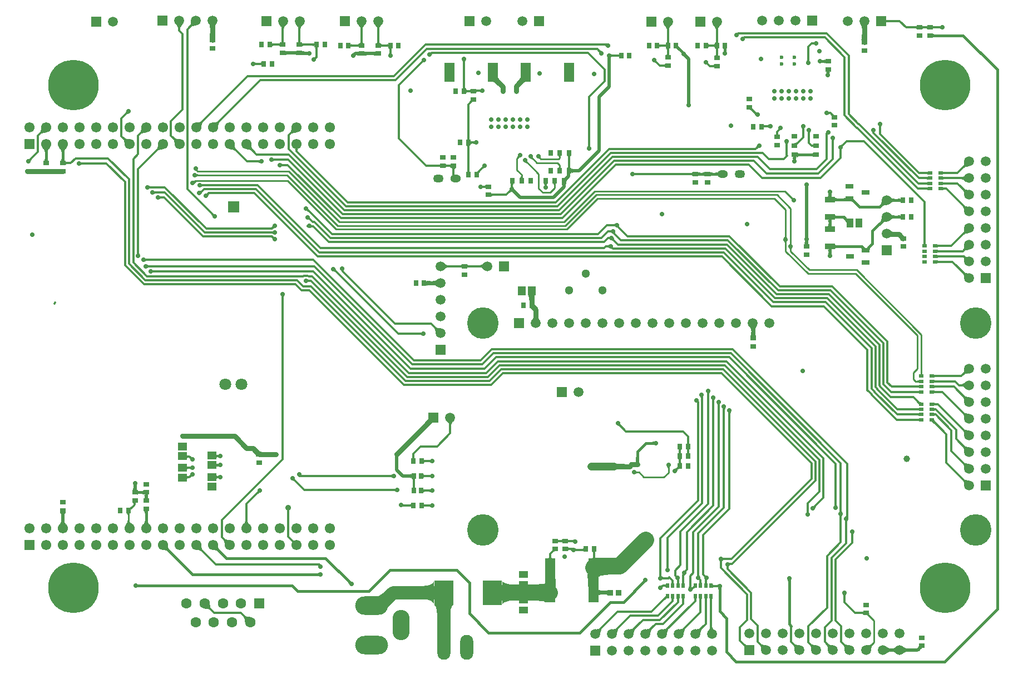
<source format=gbl>
G04*
G04 #@! TF.GenerationSoftware,Altium Limited,Altium Designer,19.0.10 (269)*
G04*
G04 Layer_Physical_Order=4*
G04 Layer_Color=16711680*
%FSLAX43Y43*%
%MOMM*%
G71*
G01*
G75*
%ADD13C,0.400*%
%ADD14C,0.600*%
%ADD16C,0.254*%
%ADD36R,0.850X0.750*%
%ADD41R,0.900X0.750*%
%ADD42R,0.850X0.700*%
%ADD43R,0.900X0.800*%
%ADD45R,0.700X0.850*%
%ADD46R,0.800X0.900*%
%ADD47R,1.350X1.150*%
%ADD103C,0.300*%
%ADD104C,2.500*%
%ADD105C,1.200*%
%ADD106C,0.500*%
%ADD108C,0.800*%
%ADD109C,1.000*%
%ADD110C,2.000*%
%ADD112C,0.450*%
%ADD113C,1.500*%
%ADD114R,1.500X1.500*%
%ADD115R,1.500X1.500*%
%ADD116C,4.800*%
%ADD117R,1.800X1.800*%
%ADD118C,1.800*%
%ADD119R,1.600X1.600*%
%ADD120C,1.600*%
%ADD121O,2.000X3.800*%
G04:AMPARAMS|DCode=122|XSize=5mm|YSize=2.8mm|CornerRadius=1.4mm|HoleSize=0mm|Usage=FLASHONLY|Rotation=0.000|XOffset=0mm|YOffset=0mm|HoleType=Round|Shape=RoundedRectangle|*
%AMROUNDEDRECTD122*
21,1,5.000,0.000,0,0,0.0*
21,1,2.200,2.800,0,0,0.0*
1,1,2.800,1.100,0.000*
1,1,2.800,-1.100,0.000*
1,1,2.800,-1.100,0.000*
1,1,2.800,1.100,0.000*
%
%ADD122ROUNDEDRECTD122*%
G04:AMPARAMS|DCode=123|XSize=4.6mm|YSize=2.6mm|CornerRadius=1.3mm|HoleSize=0mm|Usage=FLASHONLY|Rotation=270.000|XOffset=0mm|YOffset=0mm|HoleType=Round|Shape=RoundedRectangle|*
%AMROUNDEDRECTD123*
21,1,4.600,0.000,0,0,270.0*
21,1,2.000,2.600,0,0,270.0*
1,1,2.600,0.000,-1.000*
1,1,2.600,0.000,1.000*
1,1,2.600,0.000,1.000*
1,1,2.600,0.000,-1.000*
%
%ADD123ROUNDEDRECTD123*%
%ADD124C,1.300*%
%ADD125O,1.600X1.200*%
G04:AMPARAMS|DCode=126|XSize=1.6mm|YSize=1.2mm|CornerRadius=0.6mm|HoleSize=0mm|Usage=FLASHONLY|Rotation=0.000|XOffset=0mm|YOffset=0mm|HoleType=Round|Shape=RoundedRectangle|*
%AMROUNDEDRECTD126*
21,1,1.600,0.000,0,0,0.0*
21,1,0.400,1.200,0,0,0.0*
1,1,1.200,0.200,0.000*
1,1,1.200,-0.200,0.000*
1,1,1.200,-0.200,0.000*
1,1,1.200,0.200,0.000*
%
%ADD126ROUNDEDRECTD126*%
%ADD127C,1.550*%
%ADD128R,1.550X1.550*%
%ADD129C,7.700*%
%ADD130C,0.700*%
%ADD131C,0.900*%
%ADD132C,1.000*%
%ADD133C,0.600*%
%ADD134C,0.650*%
%ADD135R,3.000X3.810*%
%ADD136R,0.750X0.900*%
%ADD137R,0.750X0.850*%
%ADD138R,0.850X0.900*%
%ADD139R,1.350X1.050*%
%ADD140R,1.100X1.350*%
%ADD141R,1.150X1.350*%
%ADD142R,1.200X0.800*%
%ADD143R,1.550X0.900*%
%ADD144R,1.500X3.000*%
%ADD145R,0.700X0.500*%
%ADD146R,0.500X0.700*%
%ADD147C,2.400*%
%ADD148C,1.500*%
G36*
X183787Y149271D02*
X183796Y149246D01*
X183811Y149223D01*
X183832Y149204D01*
X183860Y149188D01*
X183893Y149174D01*
X183932Y149163D01*
X183978Y149156D01*
X184029Y149152D01*
X184087Y149150D01*
Y148850D01*
X184029Y148848D01*
X183978Y148844D01*
X183932Y148837D01*
X183893Y148826D01*
X183860Y148812D01*
X183832Y148796D01*
X183811Y148777D01*
X183796Y148754D01*
X183787Y148729D01*
X183784Y148700D01*
Y149300D01*
X183787Y149271D01*
D02*
G37*
G36*
X78783Y148300D02*
X78681Y148299D01*
X78497Y148285D01*
X78415Y148272D01*
X78339Y148254D01*
X78270Y148233D01*
X78207Y148207D01*
X78151Y148178D01*
X78101Y148144D01*
X78058Y148106D01*
X77846Y148318D01*
X77884Y148361D01*
X77918Y148411D01*
X77947Y148467D01*
X77973Y148530D01*
X77994Y148599D01*
X78012Y148675D01*
X78025Y148757D01*
X78034Y148846D01*
X78040Y149042D01*
X78783Y148300D01*
D02*
G37*
G36*
X81831Y148487D02*
X81810Y148453D01*
X81791Y148414D01*
X81775Y148368D01*
X81761Y148316D01*
X81750Y148258D01*
X81741Y148194D01*
X81731Y148048D01*
X81730Y147966D01*
X80930D01*
X80929Y148048D01*
X80919Y148194D01*
X80910Y148258D01*
X80899Y148316D01*
X80885Y148368D01*
X80869Y148414D01*
X80850Y148453D01*
X80829Y148487D01*
X80805Y148514D01*
X81855D01*
X81831Y148487D01*
D02*
G37*
G36*
X181001Y148437D02*
X180980Y148403D01*
X180961Y148364D01*
X180945Y148318D01*
X180931Y148266D01*
X180920Y148208D01*
X180911Y148144D01*
X180901Y147998D01*
X180900Y147916D01*
X180100D01*
X180099Y147998D01*
X180089Y148144D01*
X180080Y148208D01*
X180069Y148266D01*
X180055Y148318D01*
X180039Y148364D01*
X180020Y148403D01*
X179999Y148437D01*
X179975Y148464D01*
X181025D01*
X181001Y148437D01*
D02*
G37*
G36*
X76704Y148442D02*
X76584Y148302D01*
X76535Y148234D01*
X76494Y148168D01*
X76460Y148104D01*
X76434Y148042D01*
X76415Y147981D01*
X76404Y147922D01*
X76400Y147865D01*
X76100D01*
X76096Y147922D01*
X76085Y147981D01*
X76066Y148042D01*
X76040Y148104D01*
X76006Y148168D01*
X75965Y148234D01*
X75916Y148302D01*
X75860Y148371D01*
X75725Y148514D01*
X76775D01*
X76704Y148442D01*
D02*
G37*
G36*
X106994Y148392D02*
X106874Y148252D01*
X106825Y148184D01*
X106784Y148118D01*
X106750Y148054D01*
X106724Y147992D01*
X106705Y147931D01*
X106694Y147872D01*
X106690Y147815D01*
X106390D01*
X106386Y147872D01*
X106375Y147931D01*
X106356Y147992D01*
X106330Y148054D01*
X106296Y148118D01*
X106255Y148184D01*
X106206Y148252D01*
X106150Y148321D01*
X106015Y148464D01*
X107065D01*
X106994Y148392D01*
D02*
G37*
G36*
X104454D02*
X104334Y148252D01*
X104285Y148184D01*
X104244Y148118D01*
X104210Y148054D01*
X104184Y147992D01*
X104165Y147931D01*
X104154Y147872D01*
X104150Y147815D01*
X103850D01*
X103846Y147872D01*
X103835Y147931D01*
X103816Y147992D01*
X103790Y148054D01*
X103756Y148118D01*
X103715Y148184D01*
X103666Y148252D01*
X103610Y148321D01*
X103475Y148464D01*
X104525D01*
X104454Y148392D01*
D02*
G37*
G36*
X95078Y148457D02*
X95007Y148386D01*
X94886Y148248D01*
X94836Y148181D01*
X94795Y148116D01*
X94761Y148052D01*
X94734Y147990D01*
X94716Y147930D01*
X94704Y147871D01*
X94700Y147813D01*
X94400Y147817D01*
X94397Y147874D01*
X94386Y147933D01*
X94367Y147994D01*
X94341Y148056D01*
X94307Y148121D01*
X94267Y148187D01*
X94218Y148255D01*
X94162Y148326D01*
X94028Y148472D01*
X95078Y148457D01*
D02*
G37*
G36*
X92538D02*
X92467Y148386D01*
X92346Y148248D01*
X92296Y148181D01*
X92255Y148116D01*
X92221Y148052D01*
X92194Y147990D01*
X92176Y147930D01*
X92164Y147871D01*
X92160Y147813D01*
X91860Y147817D01*
X91857Y147874D01*
X91846Y147933D01*
X91827Y147994D01*
X91801Y148056D01*
X91767Y148121D01*
X91727Y148187D01*
X91678Y148255D01*
X91622Y148326D01*
X91488Y148472D01*
X92538Y148457D01*
D02*
G37*
G36*
X192150Y147805D02*
X192131Y147823D01*
X192109Y147839D01*
X192086Y147853D01*
X192061Y147866D01*
X192034Y147876D01*
X192006Y147885D01*
X191976Y147891D01*
X191943Y147896D01*
X191910Y147899D01*
X191874Y147900D01*
Y148200D01*
X191910Y148201D01*
X191943Y148204D01*
X191976Y148209D01*
X192006Y148215D01*
X192034Y148224D01*
X192061Y148234D01*
X192086Y148247D01*
X192109Y148261D01*
X192131Y148277D01*
X192150Y148295D01*
Y147805D01*
D02*
G37*
G36*
X188481Y147750D02*
X188478Y147779D01*
X188469Y147804D01*
X188454Y147827D01*
X188433Y147846D01*
X188405Y147863D01*
X188372Y147876D01*
X188333Y147887D01*
X188287Y147894D01*
X188236Y147898D01*
X188178Y147900D01*
Y148200D01*
X188236Y148202D01*
X188287Y148206D01*
X188333Y148214D01*
X188372Y148224D01*
X188405Y148238D01*
X188433Y148254D01*
X188454Y148273D01*
X188469Y148296D01*
X188478Y148322D01*
X188481Y148350D01*
Y147750D01*
D02*
G37*
G36*
X190922Y148322D02*
X190931Y148296D01*
X190946Y148273D01*
X190967Y148254D01*
X190995Y148238D01*
X191028Y148224D01*
X191067Y148214D01*
X191113Y148206D01*
X191164Y148202D01*
X191222Y148200D01*
Y147900D01*
X191164Y147898D01*
X191113Y147894D01*
X191067Y147887D01*
X191028Y147876D01*
X190995Y147863D01*
X190967Y147846D01*
X190946Y147827D01*
X190931Y147804D01*
X190922Y147779D01*
X190919Y147750D01*
Y148350D01*
X190922Y148322D01*
D02*
G37*
G36*
X190081Y147750D02*
X190078Y147779D01*
X190069Y147804D01*
X190054Y147827D01*
X190033Y147846D01*
X190005Y147863D01*
X189972Y147876D01*
X189933Y147887D01*
X189887Y147894D01*
X189836Y147898D01*
X189778Y147900D01*
Y148200D01*
X189836Y148202D01*
X189887Y148206D01*
X189933Y148214D01*
X189972Y148224D01*
X190005Y148238D01*
X190033Y148254D01*
X190054Y148273D01*
X190069Y148296D01*
X190078Y148322D01*
X190081Y148350D01*
Y147750D01*
D02*
G37*
G36*
X189322Y148322D02*
X189331Y148296D01*
X189346Y148273D01*
X189367Y148254D01*
X189395Y148238D01*
X189428Y148224D01*
X189467Y148214D01*
X189513Y148206D01*
X189564Y148202D01*
X189622Y148200D01*
Y147900D01*
X189564Y147898D01*
X189513Y147894D01*
X189467Y147887D01*
X189428Y147876D01*
X189395Y147863D01*
X189367Y147846D01*
X189346Y147827D01*
X189331Y147804D01*
X189322Y147779D01*
X189319Y147750D01*
Y148350D01*
X189322Y148322D01*
D02*
G37*
G36*
X158524Y148292D02*
X158404Y148152D01*
X158355Y148084D01*
X158314Y148018D01*
X158280Y147954D01*
X158254Y147892D01*
X158235Y147831D01*
X158224Y147772D01*
X158220Y147715D01*
X157920D01*
X157916Y147772D01*
X157905Y147831D01*
X157886Y147892D01*
X157860Y147954D01*
X157826Y148018D01*
X157785Y148084D01*
X157736Y148152D01*
X157680Y148221D01*
X157545Y148364D01*
X158595D01*
X158524Y148292D01*
D02*
G37*
G36*
X151064D02*
X150944Y148152D01*
X150895Y148084D01*
X150854Y148018D01*
X150820Y147954D01*
X150794Y147892D01*
X150775Y147831D01*
X150764Y147772D01*
X150760Y147715D01*
X150460D01*
X150456Y147772D01*
X150445Y147831D01*
X150426Y147892D01*
X150400Y147954D01*
X150366Y148018D01*
X150325Y148084D01*
X150276Y148152D01*
X150220Y148221D01*
X150085Y148364D01*
X151135D01*
X151064Y148292D01*
D02*
G37*
G36*
X81730Y147145D02*
X81768Y146505D01*
X81777Y146497D01*
X80883D01*
X80892Y146505D01*
X80900Y146529D01*
X80907Y146569D01*
X80913Y146625D01*
X80926Y146889D01*
X80930Y147297D01*
X81730D01*
X81730Y147145D01*
D02*
G37*
G36*
X190926Y147119D02*
X190938Y147094D01*
X190958Y147072D01*
X190986Y147053D01*
X191022Y147037D01*
X191066Y147024D01*
X191118Y147013D01*
X191178Y147006D01*
X191246Y147001D01*
X191322Y147000D01*
Y146600D01*
X191246Y146599D01*
X191118Y146587D01*
X191066Y146576D01*
X191022Y146563D01*
X190986Y146547D01*
X190958Y146528D01*
X190938Y146506D01*
X190926Y146481D01*
X190922Y146453D01*
Y147147D01*
X190926Y147119D01*
D02*
G37*
G36*
X180900Y146795D02*
X180938Y146155D01*
X180947Y146147D01*
X180053D01*
X180062Y146155D01*
X180070Y146179D01*
X180077Y146219D01*
X180083Y146275D01*
X180096Y146539D01*
X180100Y146947D01*
X180900D01*
X180900Y146795D01*
D02*
G37*
G36*
X92162Y145990D02*
X92166Y145939D01*
X92174Y145894D01*
X92184Y145855D01*
X92198Y145822D01*
X92214Y145795D01*
X92234Y145774D01*
X92256Y145759D01*
X92282Y145750D01*
X92310Y145747D01*
X91710D01*
X91739Y145750D01*
X91764Y145759D01*
X91787Y145774D01*
X91806Y145795D01*
X91823Y145822D01*
X91836Y145855D01*
X91847Y145894D01*
X91854Y145939D01*
X91859Y145990D01*
X91860Y146047D01*
X92160D01*
X92162Y145990D01*
D02*
G37*
G36*
X94702Y145989D02*
X94706Y145938D01*
X94714Y145892D01*
X94724Y145853D01*
X94738Y145820D01*
X94754Y145792D01*
X94774Y145771D01*
X94796Y145756D01*
X94822Y145747D01*
X94850Y145744D01*
X94250D01*
X94279Y145747D01*
X94304Y145756D01*
X94327Y145771D01*
X94346Y145792D01*
X94363Y145820D01*
X94376Y145853D01*
X94387Y145892D01*
X94394Y145938D01*
X94399Y145989D01*
X94400Y146047D01*
X94700D01*
X94702Y145989D01*
D02*
G37*
G36*
X158221Y145964D02*
X158226Y145913D01*
X158234Y145867D01*
X158244Y145828D01*
X158258Y145795D01*
X158274Y145767D01*
X158294Y145746D01*
X158316Y145731D01*
X158342Y145722D01*
X158370Y145719D01*
X157770D01*
X157798Y145722D01*
X157824Y145731D01*
X157846Y145746D01*
X157866Y145767D01*
X157883Y145795D01*
X157896Y145828D01*
X157906Y145867D01*
X157914Y145913D01*
X157919Y145964D01*
X157920Y146022D01*
X158220D01*
X158221Y145964D01*
D02*
G37*
G36*
X150762Y145914D02*
X150766Y145863D01*
X150773Y145817D01*
X150784Y145778D01*
X150798Y145745D01*
X150814Y145717D01*
X150833Y145696D01*
X150856Y145681D01*
X150882Y145672D01*
X150910Y145669D01*
X150310D01*
X150339Y145672D01*
X150364Y145681D01*
X150387Y145696D01*
X150406Y145717D01*
X150423Y145745D01*
X150436Y145778D01*
X150447Y145817D01*
X150454Y145863D01*
X150458Y145914D01*
X150460Y145972D01*
X150760D01*
X150762Y145914D01*
D02*
G37*
G36*
X104151Y145890D02*
X104156Y145839D01*
X104163Y145794D01*
X104174Y145755D01*
X104188Y145722D01*
X104204Y145695D01*
X104224Y145674D01*
X104246Y145659D01*
X104271Y145650D01*
X104300Y145647D01*
X103700D01*
X103729Y145650D01*
X103754Y145659D01*
X103776Y145674D01*
X103796Y145695D01*
X103812Y145722D01*
X103826Y145755D01*
X103837Y145794D01*
X103844Y145839D01*
X103849Y145890D01*
X103850Y145947D01*
X104150D01*
X104151Y145890D01*
D02*
G37*
G36*
X106691Y145889D02*
X106696Y145838D01*
X106703Y145792D01*
X106714Y145753D01*
X106728Y145720D01*
X106744Y145692D01*
X106763Y145671D01*
X106786Y145656D01*
X106812Y145647D01*
X106840Y145644D01*
X106240D01*
X106269Y145647D01*
X106294Y145656D01*
X106316Y145671D01*
X106336Y145692D01*
X106353Y145720D01*
X106366Y145753D01*
X106377Y145792D01*
X106384Y145838D01*
X106388Y145889D01*
X106390Y145947D01*
X106690D01*
X106691Y145889D01*
D02*
G37*
G36*
X141190Y145137D02*
X141177Y145158D01*
X141161Y145177D01*
X141143Y145194D01*
X141122Y145209D01*
X141099Y145222D01*
X141073Y145232D01*
X141044Y145240D01*
X141013Y145245D01*
X140980Y145249D01*
X140944Y145250D01*
X141045Y145550D01*
X141081Y145551D01*
X141179Y145559D01*
X141208Y145564D01*
X141262Y145578D01*
X141287Y145586D01*
X141309Y145596D01*
X141330Y145606D01*
X141190Y145137D01*
D02*
G37*
G36*
X96728Y145100D02*
X96725Y145128D01*
X96716Y145154D01*
X96701Y145176D01*
X96680Y145196D01*
X96653Y145212D01*
X96620Y145226D01*
X96581Y145236D01*
X96536Y145244D01*
X96485Y145249D01*
X96428Y145250D01*
Y145550D01*
X96485Y145551D01*
X96536Y145556D01*
X96581Y145564D01*
X96620Y145574D01*
X96653Y145587D01*
X96680Y145604D01*
X96701Y145624D01*
X96716Y145646D01*
X96725Y145671D01*
X96728Y145700D01*
Y145100D01*
D02*
G37*
G36*
X94962Y145671D02*
X94971Y145646D01*
X94986Y145624D01*
X95007Y145604D01*
X95035Y145587D01*
X95068Y145574D01*
X95107Y145564D01*
X95153Y145556D01*
X95204Y145551D01*
X95262Y145550D01*
Y145250D01*
X95204Y145249D01*
X95153Y145244D01*
X95107Y145236D01*
X95068Y145226D01*
X95035Y145212D01*
X95007Y145196D01*
X94986Y145176D01*
X94971Y145154D01*
X94962Y145128D01*
X94959Y145100D01*
Y145700D01*
X94962Y145671D01*
D02*
G37*
G36*
X91581Y145100D02*
X91578Y145128D01*
X91569Y145154D01*
X91554Y145176D01*
X91533Y145196D01*
X91505Y145212D01*
X91472Y145226D01*
X91433Y145236D01*
X91387Y145244D01*
X91336Y145249D01*
X91278Y145250D01*
Y145550D01*
X91336Y145551D01*
X91387Y145556D01*
X91433Y145564D01*
X91472Y145574D01*
X91505Y145587D01*
X91533Y145604D01*
X91554Y145624D01*
X91569Y145646D01*
X91578Y145671D01*
X91581Y145700D01*
Y145100D01*
D02*
G37*
G36*
X90400Y145671D02*
X90409Y145646D01*
X90424Y145624D01*
X90445Y145604D01*
X90472Y145587D01*
X90505Y145574D01*
X90544Y145564D01*
X90589Y145556D01*
X90640Y145551D01*
X90697Y145550D01*
Y145250D01*
X90640Y145249D01*
X90589Y145244D01*
X90544Y145236D01*
X90505Y145226D01*
X90472Y145212D01*
X90445Y145196D01*
X90424Y145176D01*
X90409Y145154D01*
X90400Y145128D01*
X90397Y145100D01*
Y145700D01*
X90400Y145671D01*
D02*
G37*
G36*
X157726Y145000D02*
X157723Y145029D01*
X157714Y145054D01*
X157699Y145077D01*
X157678Y145096D01*
X157650Y145113D01*
X157617Y145126D01*
X157578Y145137D01*
X157532Y145144D01*
X157481Y145148D01*
X157423Y145150D01*
Y145450D01*
X157481Y145452D01*
X157532Y145456D01*
X157578Y145464D01*
X157617Y145474D01*
X157650Y145488D01*
X157678Y145504D01*
X157699Y145523D01*
X157714Y145546D01*
X157723Y145572D01*
X157726Y145600D01*
Y145000D01*
D02*
G37*
G36*
X156770Y145572D02*
X156779Y145546D01*
X156794Y145523D01*
X156815Y145504D01*
X156842Y145488D01*
X156875Y145474D01*
X156914Y145464D01*
X156959Y145456D01*
X157010Y145452D01*
X157067Y145450D01*
Y145150D01*
X157010Y145148D01*
X156959Y145144D01*
X156914Y145137D01*
X156875Y145126D01*
X156842Y145113D01*
X156815Y145096D01*
X156794Y145077D01*
X156779Y145054D01*
X156770Y145029D01*
X156767Y145000D01*
Y145600D01*
X156770Y145572D01*
D02*
G37*
G36*
X107978Y145000D02*
X107975Y145029D01*
X107966Y145054D01*
X107951Y145077D01*
X107930Y145096D01*
X107903Y145113D01*
X107870Y145126D01*
X107831Y145137D01*
X107786Y145144D01*
X107735Y145148D01*
X107678Y145150D01*
Y145450D01*
X107735Y145452D01*
X107786Y145456D01*
X107831Y145464D01*
X107870Y145474D01*
X107903Y145488D01*
X107930Y145504D01*
X107951Y145523D01*
X107966Y145546D01*
X107975Y145572D01*
X107978Y145600D01*
Y145000D01*
D02*
G37*
G36*
X106962Y145572D02*
X106971Y145546D01*
X106986Y145523D01*
X107007Y145504D01*
X107035Y145488D01*
X107068Y145474D01*
X107107Y145464D01*
X107153Y145456D01*
X107204Y145452D01*
X107262Y145450D01*
Y145150D01*
X107204Y145148D01*
X107153Y145144D01*
X107107Y145137D01*
X107068Y145126D01*
X107035Y145113D01*
X107007Y145096D01*
X106986Y145077D01*
X106971Y145054D01*
X106962Y145029D01*
X106959Y145000D01*
Y145600D01*
X106962Y145572D01*
D02*
G37*
G36*
X103581Y145000D02*
X103578Y145029D01*
X103569Y145054D01*
X103554Y145077D01*
X103533Y145096D01*
X103505Y145113D01*
X103472Y145126D01*
X103433Y145137D01*
X103387Y145144D01*
X103336Y145148D01*
X103278Y145150D01*
Y145450D01*
X103336Y145452D01*
X103387Y145456D01*
X103433Y145464D01*
X103472Y145474D01*
X103505Y145488D01*
X103533Y145504D01*
X103554Y145523D01*
X103569Y145546D01*
X103578Y145572D01*
X103581Y145600D01*
Y145000D01*
D02*
G37*
G36*
X102397Y145572D02*
X102406Y145546D01*
X102421Y145523D01*
X102442Y145504D01*
X102470Y145488D01*
X102503Y145474D01*
X102542Y145464D01*
X102588Y145456D01*
X102639Y145452D01*
X102697Y145450D01*
Y145150D01*
X102639Y145148D01*
X102588Y145144D01*
X102542Y145137D01*
X102503Y145126D01*
X102470Y145113D01*
X102442Y145096D01*
X102421Y145077D01*
X102406Y145054D01*
X102397Y145029D01*
X102394Y145000D01*
Y145600D01*
X102397Y145572D01*
D02*
G37*
G36*
X150266Y144950D02*
X150263Y144979D01*
X150254Y145004D01*
X150239Y145027D01*
X150218Y145046D01*
X150190Y145062D01*
X150157Y145076D01*
X150118Y145087D01*
X150072Y145094D01*
X150021Y145098D01*
X149963Y145100D01*
Y145400D01*
X150021Y145402D01*
X150072Y145406D01*
X150118Y145413D01*
X150157Y145424D01*
X150190Y145438D01*
X150218Y145454D01*
X150239Y145473D01*
X150254Y145496D01*
X150263Y145521D01*
X150266Y145550D01*
Y144950D01*
D02*
G37*
G36*
X149400Y145521D02*
X149409Y145496D01*
X149424Y145473D01*
X149445Y145454D01*
X149472Y145438D01*
X149505Y145424D01*
X149544Y145413D01*
X149589Y145406D01*
X149640Y145402D01*
X149697Y145400D01*
Y145100D01*
X149640Y145098D01*
X149589Y145094D01*
X149544Y145087D01*
X149505Y145076D01*
X149472Y145062D01*
X149445Y145046D01*
X149424Y145027D01*
X149409Y145004D01*
X149400Y144979D01*
X149397Y144950D01*
Y145550D01*
X149400Y145521D01*
D02*
G37*
G36*
X97396Y144953D02*
X97371Y144944D01*
X97349Y144929D01*
X97329Y144908D01*
X97312Y144880D01*
X97299Y144847D01*
X97288Y144808D01*
X97281Y144762D01*
X97276Y144711D01*
X97275Y144653D01*
X96975D01*
X96974Y144711D01*
X96969Y144762D01*
X96962Y144808D01*
X96951Y144847D01*
X96938Y144880D01*
X96921Y144908D01*
X96901Y144929D01*
X96879Y144944D01*
X96854Y144953D01*
X96825Y144956D01*
X97425D01*
X97396Y144953D01*
D02*
G37*
G36*
X158342Y144878D02*
X158316Y144869D01*
X158294Y144854D01*
X158274Y144833D01*
X158258Y144805D01*
X158244Y144772D01*
X158234Y144733D01*
X158226Y144687D01*
X158221Y144636D01*
X158220Y144578D01*
X157920D01*
X157919Y144636D01*
X157914Y144687D01*
X157906Y144733D01*
X157896Y144772D01*
X157883Y144805D01*
X157866Y144833D01*
X157846Y144854D01*
X157824Y144869D01*
X157798Y144878D01*
X157770Y144881D01*
X158370D01*
X158342Y144878D01*
D02*
G37*
G36*
X108646Y144853D02*
X108621Y144844D01*
X108599Y144829D01*
X108579Y144808D01*
X108562Y144780D01*
X108549Y144747D01*
X108538Y144708D01*
X108531Y144662D01*
X108526Y144611D01*
X108525Y144553D01*
X108225D01*
X108224Y144611D01*
X108219Y144662D01*
X108212Y144708D01*
X108201Y144747D01*
X108188Y144780D01*
X108171Y144808D01*
X108151Y144829D01*
X108129Y144844D01*
X108104Y144853D01*
X108075Y144856D01*
X108675D01*
X108646Y144853D01*
D02*
G37*
G36*
X152189Y145433D02*
X152185Y145389D01*
X152194Y145338D01*
X152216Y145279D01*
X152252Y145212D01*
X152301Y145137D01*
X152363Y145055D01*
X152529Y144867D01*
X152631Y144762D01*
X152282Y144545D01*
X152197Y144628D01*
X152045Y144757D01*
X151979Y144803D01*
X151919Y144837D01*
X151866Y144860D01*
X151819Y144870D01*
X151778Y144868D01*
X151744Y144854D01*
X151716Y144828D01*
X152207Y145469D01*
X152189Y145433D01*
D02*
G37*
G36*
X150882Y144828D02*
X150856Y144819D01*
X150833Y144804D01*
X150814Y144783D01*
X150798Y144755D01*
X150784Y144722D01*
X150773Y144683D01*
X150766Y144637D01*
X150762Y144586D01*
X150760Y144528D01*
X150460D01*
X150458Y144586D01*
X150454Y144637D01*
X150447Y144683D01*
X150436Y144722D01*
X150423Y144755D01*
X150406Y144783D01*
X150387Y144804D01*
X150364Y144819D01*
X150339Y144828D01*
X150310Y144831D01*
X150910D01*
X150882Y144828D01*
D02*
G37*
G36*
X159639Y144874D02*
X159614Y144862D01*
X159592Y144842D01*
X159573Y144814D01*
X159557Y144778D01*
X159544Y144734D01*
X159533Y144682D01*
X159526Y144622D01*
X159522Y144564D01*
X159527Y144489D01*
X159531Y144463D01*
X159536Y144440D01*
X159542Y144420D01*
X159549Y144403D01*
X159556Y144389D01*
X159565Y144379D01*
X159075D01*
X159084Y144389D01*
X159091Y144403D01*
X159098Y144420D01*
X159104Y144440D01*
X159109Y144463D01*
X159113Y144489D01*
X159118Y144551D01*
X159118Y144556D01*
X159107Y144682D01*
X159096Y144734D01*
X159083Y144778D01*
X159067Y144814D01*
X159048Y144842D01*
X159026Y144862D01*
X159001Y144874D01*
X158973Y144878D01*
X159667D01*
X159639Y144874D01*
D02*
G37*
G36*
X140260Y144583D02*
X140286Y144561D01*
X140312Y144541D01*
X140338Y144525D01*
X140364Y144510D01*
X140391Y144499D01*
X140417Y144490D01*
X140443Y144484D01*
X140470Y144480D01*
X140497Y144479D01*
X140150Y144133D01*
X140149Y144159D01*
X140145Y144186D01*
X140139Y144212D01*
X140130Y144238D01*
X140119Y144265D01*
X140105Y144291D01*
X140088Y144317D01*
X140068Y144343D01*
X140046Y144369D01*
X140022Y144395D01*
X140234Y144607D01*
X140260Y144583D01*
D02*
G37*
G36*
X152926Y144467D02*
X153058Y144350D01*
X153067Y144345D01*
X153074Y144342D01*
X152660Y144081D01*
X152661Y144096D01*
X152660Y144112D01*
X152655Y144130D01*
X152647Y144149D01*
X152636Y144169D01*
X152622Y144191D01*
X152605Y144215D01*
X152560Y144266D01*
X152533Y144294D01*
X152897Y144495D01*
X152926Y144467D01*
D02*
G37*
G36*
X108526Y144240D02*
X108529Y144207D01*
X108534Y144174D01*
X108540Y144144D01*
X108549Y144116D01*
X108559Y144089D01*
X108572Y144064D01*
X108586Y144041D01*
X108602Y144019D01*
X108620Y144000D01*
X108130D01*
X108148Y144019D01*
X108164Y144041D01*
X108178Y144064D01*
X108191Y144089D01*
X108201Y144116D01*
X108210Y144144D01*
X108216Y144174D01*
X108221Y144207D01*
X108224Y144240D01*
X108225Y144276D01*
X108525D01*
X108526Y144240D01*
D02*
G37*
G36*
X141954Y143977D02*
X141975Y143961D01*
X141998Y143947D01*
X142023Y143934D01*
X142050Y143924D01*
X142078Y143915D01*
X142109Y143909D01*
X142137Y143904D01*
X142384Y143900D01*
Y143600D01*
X142076Y143584D01*
X142050Y143576D01*
X142023Y143566D01*
X141998Y143553D01*
X141975Y143539D01*
X141954Y143523D01*
X141934Y143505D01*
Y143577D01*
X141861Y143573D01*
Y143927D01*
X141871Y143922D01*
X141891Y143917D01*
X141919Y143913D01*
X141934Y143912D01*
Y143995D01*
X141954Y143977D01*
D02*
G37*
G36*
X150762Y144090D02*
X150766Y144039D01*
X150773Y143994D01*
X150784Y143955D01*
X150798Y143922D01*
X150814Y143895D01*
X150833Y143874D01*
X150856Y143859D01*
X150882Y143850D01*
X150910Y143847D01*
X150310D01*
X150339Y143850D01*
X150364Y143859D01*
X150387Y143874D01*
X150406Y143895D01*
X150423Y143922D01*
X150436Y143955D01*
X150447Y143994D01*
X150454Y144039D01*
X150458Y144090D01*
X150460Y144147D01*
X150760D01*
X150762Y144090D01*
D02*
G37*
G36*
X94967Y144475D02*
X94982Y144455D01*
X95007Y144437D01*
X95042Y144422D01*
X95087Y144409D01*
X95142Y144398D01*
X95207Y144390D01*
X95367Y144380D01*
X95462Y144379D01*
Y143879D01*
X95367Y143878D01*
X95087Y143860D01*
X95042Y143852D01*
X95007Y143842D01*
X94982Y143830D01*
X94967Y143818D01*
X94962Y143803D01*
Y144497D01*
X94967Y144475D01*
D02*
G37*
G36*
X94118Y143803D02*
X94113Y143821D01*
X94098Y143838D01*
X94073Y143852D01*
X94038Y143865D01*
X93993Y143876D01*
X93938Y143884D01*
X93873Y143891D01*
X93713Y143899D01*
X93618Y143900D01*
Y144400D01*
X93713Y144401D01*
X93938Y144416D01*
X93993Y144424D01*
X94038Y144435D01*
X94073Y144448D01*
X94098Y144462D01*
X94113Y144479D01*
X94118Y144497D01*
Y143803D01*
D02*
G37*
G36*
X92427Y144479D02*
X92442Y144462D01*
X92467Y144448D01*
X92502Y144435D01*
X92547Y144424D01*
X92602Y144416D01*
X92667Y144409D01*
X92827Y144401D01*
X92922Y144400D01*
Y143900D01*
X92827Y143899D01*
X92602Y143884D01*
X92547Y143876D01*
X92502Y143865D01*
X92467Y143852D01*
X92442Y143838D01*
X92427Y143821D01*
X92422Y143803D01*
Y144497D01*
X92427Y144479D01*
D02*
G37*
G36*
X158221Y144015D02*
X158226Y143964D01*
X158234Y143919D01*
X158244Y143880D01*
X158258Y143847D01*
X158274Y143820D01*
X158294Y143799D01*
X158316Y143784D01*
X158342Y143775D01*
X158370Y143772D01*
X157770D01*
X157798Y143775D01*
X157824Y143784D01*
X157846Y143799D01*
X157866Y143820D01*
X157883Y143847D01*
X157896Y143880D01*
X157906Y143919D01*
X157914Y143964D01*
X157919Y144015D01*
X157920Y144072D01*
X158220D01*
X158221Y144015D01*
D02*
G37*
G36*
X106118Y143703D02*
X106113Y143721D01*
X106098Y143738D01*
X106073Y143753D01*
X106038Y143765D01*
X105993Y143776D01*
X105938Y143784D01*
X105873Y143791D01*
X105713Y143799D01*
X105618Y143800D01*
Y144300D01*
X105713Y144301D01*
X105938Y144316D01*
X105993Y144324D01*
X106038Y144335D01*
X106073Y144348D01*
X106098Y144362D01*
X106113Y144379D01*
X106118Y144397D01*
Y143703D01*
D02*
G37*
G36*
X104427Y144379D02*
X104442Y144362D01*
X104467Y144348D01*
X104502Y144335D01*
X104547Y144324D01*
X104602Y144316D01*
X104667Y144309D01*
X104827Y144301D01*
X104922Y144300D01*
Y143800D01*
X104827Y143799D01*
X104602Y143784D01*
X104547Y143776D01*
X104502Y143765D01*
X104467Y143753D01*
X104442Y143738D01*
X104427Y143721D01*
X104422Y143703D01*
Y144397D01*
X104427Y144379D01*
D02*
G37*
G36*
X103578Y143703D02*
X103573Y143721D01*
X103558Y143738D01*
X103533Y143753D01*
X103498Y143765D01*
X103453Y143776D01*
X103398Y143784D01*
X103333Y143791D01*
X103173Y143799D01*
X103078Y143800D01*
Y144300D01*
X103173Y144301D01*
X103398Y144316D01*
X103453Y144324D01*
X103498Y144335D01*
X103533Y144348D01*
X103558Y144362D01*
X103573Y144379D01*
X103578Y144397D01*
Y143703D01*
D02*
G37*
G36*
X97228Y143416D02*
X97201Y143388D01*
X97157Y143337D01*
X97139Y143313D01*
X97124Y143291D01*
X97113Y143270D01*
X97104Y143250D01*
X97098Y143232D01*
X97096Y143215D01*
X97097Y143199D01*
X96799Y143497D01*
X96815Y143496D01*
X96832Y143498D01*
X96850Y143504D01*
X96870Y143513D01*
X96891Y143524D01*
X96913Y143539D01*
X96937Y143557D01*
X96988Y143601D01*
X97016Y143628D01*
X97228Y143416D01*
D02*
G37*
G36*
X143131Y143450D02*
X143128Y143479D01*
X143119Y143504D01*
X143104Y143527D01*
X143083Y143546D01*
X143055Y143562D01*
X143022Y143576D01*
X142983Y143587D01*
X142937Y143594D01*
X142886Y143598D01*
X142828Y143600D01*
Y143900D01*
X142886Y143902D01*
X142937Y143906D01*
X142983Y143913D01*
X143022Y143924D01*
X143055Y143938D01*
X143083Y143954D01*
X143104Y143973D01*
X143119Y143996D01*
X143128Y144021D01*
X143131Y144050D01*
Y143450D01*
D02*
G37*
G36*
X174553Y142478D02*
X174549Y142515D01*
X174537Y142549D01*
X174517Y142578D01*
X174489Y142604D01*
X174453Y142626D01*
X174409Y142643D01*
X174357Y142657D01*
X174297Y142667D01*
X174229Y142673D01*
X174198Y142674D01*
X174110Y142668D01*
X174084Y142664D01*
X174061Y142659D01*
X174041Y142653D01*
X174024Y142646D01*
X174010Y142639D01*
X174000Y142630D01*
Y143120D01*
X174010Y143111D01*
X174024Y143104D01*
X174041Y143097D01*
X174061Y143091D01*
X174084Y143086D01*
X174110Y143082D01*
X174172Y143077D01*
X174198Y143076D01*
X174229Y143077D01*
X174297Y143083D01*
X174357Y143093D01*
X174409Y143107D01*
X174453Y143124D01*
X174489Y143146D01*
X174517Y143172D01*
X174537Y143201D01*
X174549Y143235D01*
X174553Y143272D01*
Y142478D01*
D02*
G37*
G36*
X172101Y143140D02*
X172103Y143106D01*
X172108Y143074D01*
X172115Y143044D01*
X172123Y143015D01*
X172134Y142989D01*
X172146Y142964D01*
X172160Y142941D01*
X172177Y142919D01*
X172195Y142900D01*
X171705D01*
X171723Y142919D01*
X171739Y142941D01*
X171753Y142964D01*
X171765Y142989D01*
X171776Y143015D01*
X171784Y143044D01*
X171791Y143074D01*
X171796Y143106D01*
X171799Y143140D01*
X171800Y143176D01*
X172100D01*
X172101Y143140D01*
D02*
G37*
G36*
X119827Y142931D02*
X119811Y142909D01*
X119797Y142886D01*
X119784Y142861D01*
X119774Y142834D01*
X119765Y142806D01*
X119759Y142776D01*
X119754Y142743D01*
X119751Y142710D01*
X119750Y142674D01*
X119450D01*
X119449Y142710D01*
X119446Y142743D01*
X119441Y142776D01*
X119435Y142806D01*
X119426Y142834D01*
X119416Y142861D01*
X119403Y142886D01*
X119389Y142909D01*
X119373Y142931D01*
X119355Y142950D01*
X119845D01*
X119827Y142931D01*
D02*
G37*
G36*
X113496Y142750D02*
X113470Y142749D01*
X113443Y142745D01*
X113417Y142739D01*
X113391Y142730D01*
X113364Y142719D01*
X113338Y142705D01*
X113312Y142688D01*
X113286Y142668D01*
X113260Y142646D01*
X113234Y142622D01*
X113022Y142834D01*
X113046Y142860D01*
X113068Y142886D01*
X113088Y142912D01*
X113105Y142938D01*
X113119Y142964D01*
X113130Y142991D01*
X113139Y143017D01*
X113145Y143043D01*
X113149Y143070D01*
X113150Y143096D01*
X113496Y142750D01*
D02*
G37*
G36*
X148851Y143070D02*
X148855Y143043D01*
X148861Y143017D01*
X148870Y142991D01*
X148881Y142964D01*
X148895Y142938D01*
X148912Y142912D01*
X148932Y142886D01*
X148954Y142860D01*
X148978Y142834D01*
X148766Y142622D01*
X148740Y142646D01*
X148714Y142668D01*
X148688Y142688D01*
X148662Y142705D01*
X148636Y142719D01*
X148609Y142730D01*
X148583Y142739D01*
X148557Y142745D01*
X148530Y142749D01*
X148503Y142750D01*
X148850Y143096D01*
X148851Y143070D01*
D02*
G37*
G36*
X156751Y142720D02*
X156755Y142693D01*
X156761Y142667D01*
X156770Y142641D01*
X156781Y142614D01*
X156795Y142588D01*
X156812Y142562D01*
X156832Y142536D01*
X156854Y142510D01*
X156878Y142484D01*
X156666Y142272D01*
X156640Y142296D01*
X156614Y142318D01*
X156588Y142338D01*
X156562Y142355D01*
X156536Y142369D01*
X156509Y142380D01*
X156483Y142389D01*
X156457Y142395D01*
X156430Y142399D01*
X156404Y142400D01*
X156750Y142747D01*
X156751Y142720D01*
D02*
G37*
G36*
X87769Y142727D02*
X87791Y142711D01*
X87814Y142697D01*
X87839Y142684D01*
X87866Y142674D01*
X87894Y142665D01*
X87924Y142659D01*
X87957Y142654D01*
X87991Y142651D01*
X88026Y142650D01*
Y142350D01*
X87991Y142349D01*
X87957Y142346D01*
X87924Y142341D01*
X87894Y142335D01*
X87866Y142326D01*
X87839Y142316D01*
X87814Y142303D01*
X87791Y142289D01*
X87769Y142273D01*
X87750Y142255D01*
Y142745D01*
X87769Y142727D01*
D02*
G37*
G36*
X88756Y142200D02*
X88753Y142229D01*
X88744Y142254D01*
X88729Y142277D01*
X88708Y142296D01*
X88680Y142312D01*
X88647Y142326D01*
X88608Y142337D01*
X88562Y142344D01*
X88511Y142348D01*
X88453Y142350D01*
Y142650D01*
X88511Y142652D01*
X88562Y142656D01*
X88608Y142663D01*
X88647Y142674D01*
X88680Y142688D01*
X88708Y142704D01*
X88729Y142723D01*
X88744Y142746D01*
X88753Y142771D01*
X88756Y142800D01*
Y142200D01*
D02*
G37*
G36*
X150191Y141950D02*
X150188Y141979D01*
X150179Y142004D01*
X150164Y142027D01*
X150143Y142046D01*
X150115Y142062D01*
X150082Y142076D01*
X150043Y142087D01*
X149997Y142094D01*
X149946Y142098D01*
X149888Y142100D01*
Y142400D01*
X149946Y142402D01*
X149997Y142406D01*
X150043Y142413D01*
X150082Y142424D01*
X150115Y142438D01*
X150143Y142454D01*
X150164Y142473D01*
X150179Y142496D01*
X150188Y142521D01*
X150191Y142550D01*
Y141950D01*
D02*
G37*
G36*
X157651Y141875D02*
X157648Y141904D01*
X157639Y141929D01*
X157624Y141952D01*
X157603Y141971D01*
X157575Y141988D01*
X157542Y142001D01*
X157503Y142012D01*
X157457Y142019D01*
X157406Y142023D01*
X157348Y142025D01*
Y142325D01*
X157406Y142327D01*
X157457Y142331D01*
X157503Y142339D01*
X157542Y142349D01*
X157575Y142363D01*
X157603Y142379D01*
X157624Y142398D01*
X157639Y142421D01*
X157648Y142447D01*
X157651Y142475D01*
Y141875D01*
D02*
G37*
G36*
X175175Y141231D02*
X175176Y141228D01*
X175375D01*
X175337Y141224D01*
X175303Y141212D01*
X175273Y141192D01*
X175247Y141164D01*
X175225Y141128D01*
X175207Y141084D01*
X175200Y141057D01*
X175204Y141047D01*
X175211Y141033D01*
X175220Y141023D01*
X175191D01*
X175183Y140972D01*
X175177Y140904D01*
X175175Y140828D01*
X174775D01*
X174773Y140904D01*
X174767Y140972D01*
X174758Y141023D01*
X174730D01*
X174739Y141033D01*
X174746Y141047D01*
X174750Y141057D01*
X174743Y141084D01*
X174725Y141128D01*
X174703Y141164D01*
X174677Y141192D01*
X174647Y141212D01*
X174613Y141224D01*
X174575Y141228D01*
X174774D01*
X174775Y141270D01*
X175175D01*
X175175Y141231D01*
D02*
G37*
G36*
X129334Y139756D02*
X129272Y139801D01*
X129199Y139823D01*
X129114Y139823D01*
X129018Y139800D01*
X128911Y139755D01*
X128792Y139686D01*
X128662Y139596D01*
X128520Y139482D01*
X128203Y139187D01*
X127637Y139753D01*
X127796Y139917D01*
X128046Y140212D01*
X128136Y140342D01*
X128205Y140461D01*
X128250Y140568D01*
X128273Y140664D01*
X128273Y140749D01*
X128251Y140822D01*
X128206Y140884D01*
X129334Y139756D01*
D02*
G37*
G36*
X124699Y140822D02*
X124677Y140749D01*
X124677Y140664D01*
X124700Y140568D01*
X124745Y140461D01*
X124814Y140342D01*
X124904Y140212D01*
X125018Y140070D01*
X125313Y139753D01*
X124747Y139187D01*
X124583Y139346D01*
X124288Y139596D01*
X124158Y139686D01*
X124039Y139755D01*
X123932Y139800D01*
X123836Y139823D01*
X123751Y139823D01*
X123678Y139801D01*
X123616Y139756D01*
X124744Y140884D01*
X124699Y140822D01*
D02*
G37*
G36*
X119752Y139014D02*
X119756Y138963D01*
X119763Y138917D01*
X119774Y138878D01*
X119787Y138845D01*
X119804Y138817D01*
X119824Y138796D01*
X119846Y138781D01*
X119871Y138772D01*
X119900Y138769D01*
X119300D01*
X119328Y138772D01*
X119354Y138781D01*
X119377Y138796D01*
X119396Y138817D01*
X119412Y138845D01*
X119426Y138878D01*
X119437Y138917D01*
X119444Y138963D01*
X119449Y139014D01*
X119450Y139072D01*
X119750D01*
X119752Y139014D01*
D02*
G37*
G36*
X122168Y138138D02*
X122148Y138154D01*
X122125Y138169D01*
X122101Y138182D01*
X122076Y138194D01*
X122049Y138203D01*
X122020Y138211D01*
X121989Y138217D01*
X121957Y138222D01*
X121923Y138224D01*
X121887Y138225D01*
X121863Y138525D01*
X121899Y138526D01*
X121933Y138529D01*
X121965Y138534D01*
X121995Y138541D01*
X122023Y138550D01*
X122049Y138562D01*
X122073Y138575D01*
X122095Y138590D01*
X122115Y138607D01*
X122133Y138627D01*
X122168Y138138D01*
D02*
G37*
G36*
X121422Y138646D02*
X121431Y138621D01*
X121446Y138598D01*
X121467Y138579D01*
X121495Y138562D01*
X121528Y138549D01*
X121567Y138538D01*
X121613Y138531D01*
X121664Y138527D01*
X121722Y138525D01*
Y138225D01*
X121664Y138223D01*
X121613Y138219D01*
X121567Y138212D01*
X121528Y138201D01*
X121495Y138188D01*
X121467Y138171D01*
X121446Y138152D01*
X121431Y138129D01*
X121422Y138104D01*
X121419Y138075D01*
Y138675D01*
X121422Y138646D01*
D02*
G37*
G36*
X120581Y138050D02*
X120578Y138079D01*
X120569Y138104D01*
X120554Y138126D01*
X120533Y138146D01*
X120505Y138163D01*
X120472Y138176D01*
X120433Y138186D01*
X120387Y138194D01*
X120336Y138199D01*
X120278Y138200D01*
Y138500D01*
X120336Y138501D01*
X120387Y138506D01*
X120433Y138514D01*
X120472Y138524D01*
X120505Y138538D01*
X120533Y138554D01*
X120554Y138574D01*
X120569Y138596D01*
X120578Y138622D01*
X120581Y138650D01*
Y138050D01*
D02*
G37*
G36*
X119947Y138622D02*
X119956Y138596D01*
X119971Y138574D01*
X119992Y138554D01*
X120020Y138538D01*
X120053Y138524D01*
X120092Y138514D01*
X120138Y138506D01*
X120189Y138501D01*
X120247Y138500D01*
Y138200D01*
X120189Y138199D01*
X120138Y138194D01*
X120092Y138186D01*
X120053Y138176D01*
X120020Y138163D01*
X119992Y138146D01*
X119971Y138126D01*
X119956Y138104D01*
X119947Y138079D01*
X119944Y138050D01*
Y138650D01*
X119947Y138622D01*
D02*
G37*
G36*
X121077Y136756D02*
X121050Y136768D01*
X121017Y136771D01*
X120978Y136763D01*
X120933Y136746D01*
X120883Y136719D01*
X120827Y136682D01*
X120766Y136635D01*
X120626Y136511D01*
X120547Y136435D01*
X120366Y136678D01*
X120429Y136743D01*
X120527Y136858D01*
X120563Y136908D01*
X120589Y136953D01*
X120606Y136993D01*
X120613Y137028D01*
X120612Y137058D01*
X120601Y137083D01*
X120581Y137102D01*
X121077Y136756D01*
D02*
G37*
G36*
X163450Y135856D02*
X163440Y135831D01*
X163439Y135800D01*
X163447Y135765D01*
X163464Y135725D01*
X163490Y135680D01*
X163525Y135631D01*
X163569Y135576D01*
X163684Y135453D01*
X163528Y135185D01*
X163448Y135262D01*
X163245Y135435D01*
X163189Y135472D01*
X163139Y135499D01*
X163095Y135516D01*
X163056Y135523D01*
X163024Y135519D01*
X162998Y135506D01*
X163469Y135877D01*
X163450Y135856D01*
D02*
G37*
G36*
X68496Y134900D02*
X68470Y134899D01*
X68443Y134895D01*
X68417Y134889D01*
X68391Y134880D01*
X68364Y134869D01*
X68338Y134855D01*
X68312Y134838D01*
X68286Y134818D01*
X68260Y134796D01*
X68234Y134772D01*
X68022Y134984D01*
X68046Y135010D01*
X68068Y135036D01*
X68088Y135062D01*
X68105Y135088D01*
X68119Y135114D01*
X68130Y135141D01*
X68139Y135167D01*
X68145Y135193D01*
X68149Y135220D01*
X68150Y135247D01*
X68496Y134900D01*
D02*
G37*
G36*
X175019Y135227D02*
X175041Y135211D01*
X175064Y135197D01*
X175089Y135184D01*
X175116Y135174D01*
X175144Y135165D01*
X175174Y135159D01*
X175207Y135154D01*
X175240Y135151D01*
X175276Y135150D01*
Y134850D01*
X175240Y134849D01*
X175207Y134846D01*
X175174Y134841D01*
X175144Y134835D01*
X175116Y134826D01*
X175089Y134816D01*
X175064Y134803D01*
X175041Y134789D01*
X175019Y134773D01*
X175000Y134755D01*
Y135245D01*
X175019Y135227D01*
D02*
G37*
G36*
X163958Y135180D02*
X163985Y135159D01*
X164011Y135140D01*
X164037Y135125D01*
X164063Y135112D01*
X164089Y135103D01*
X164115Y135096D01*
X164141Y135093D01*
X164167Y135093D01*
X164194Y135095D01*
X163904Y134700D01*
X163899Y134726D01*
X163892Y134751D01*
X163883Y134777D01*
X163871Y134802D01*
X163858Y134828D01*
X163842Y134854D01*
X163824Y134879D01*
X163804Y134905D01*
X163756Y134957D01*
X163932Y135205D01*
X163958Y135180D01*
D02*
G37*
G36*
X175625Y134964D02*
X175826Y134795D01*
X175882Y134758D01*
X175933Y134731D01*
X175977Y134714D01*
X176016Y134707D01*
X176050Y134709D01*
X176077Y134722D01*
X175578Y134373D01*
X175598Y134393D01*
X175609Y134418D01*
X175611Y134448D01*
X175604Y134482D01*
X175587Y134522D01*
X175562Y134567D01*
X175527Y134617D01*
X175482Y134672D01*
X175366Y134797D01*
X175547Y135040D01*
X175625Y134964D01*
D02*
G37*
G36*
X183177Y133081D02*
X183161Y133059D01*
X183147Y133036D01*
X183134Y133011D01*
X183124Y132984D01*
X183115Y132956D01*
X183109Y132926D01*
X183104Y132893D01*
X183101Y132859D01*
X183100Y132824D01*
X182800D01*
X182799Y132859D01*
X182796Y132893D01*
X182791Y132926D01*
X182785Y132956D01*
X182776Y132984D01*
X182766Y133011D01*
X182753Y133036D01*
X182739Y133059D01*
X182723Y133081D01*
X182705Y133100D01*
X183195D01*
X183177Y133081D01*
D02*
G37*
G36*
X82363Y133550D02*
X82324Y133506D01*
X82290Y133455D01*
X82259Y133397D01*
X82233Y133333D01*
X82212Y133261D01*
X82194Y133182D01*
X82180Y133096D01*
X82171Y133004D01*
X82165Y132798D01*
X81398Y133565D01*
X81504Y133566D01*
X81696Y133580D01*
X81782Y133594D01*
X81861Y133612D01*
X81933Y133633D01*
X81997Y133659D01*
X82055Y133690D01*
X82106Y133724D01*
X82150Y133763D01*
X82363Y133550D01*
D02*
G37*
G36*
X79823D02*
X79784Y133506D01*
X79750Y133455D01*
X79719Y133397D01*
X79693Y133333D01*
X79672Y133261D01*
X79654Y133182D01*
X79640Y133096D01*
X79631Y133004D01*
X79625Y132798D01*
X78858Y133565D01*
X78964Y133566D01*
X79156Y133580D01*
X79242Y133594D01*
X79321Y133612D01*
X79393Y133633D01*
X79457Y133659D01*
X79515Y133690D01*
X79566Y133724D01*
X79610Y133763D01*
X79823Y133550D01*
D02*
G37*
G36*
X165950Y132755D02*
X165930Y132773D01*
X165909Y132789D01*
X165886Y132803D01*
X165861Y132816D01*
X165834Y132826D01*
X165806Y132835D01*
X165775Y132841D01*
X165743Y132846D01*
X165709Y132849D01*
X165673Y132850D01*
Y133150D01*
X165709Y133151D01*
X165743Y133154D01*
X165775Y133158D01*
X165806Y133165D01*
X165834Y133173D01*
X165861Y133184D01*
X165886Y133196D01*
X165909Y133211D01*
X165930Y133227D01*
X165950Y133245D01*
Y132755D01*
D02*
G37*
G36*
X165272Y133271D02*
X165281Y133246D01*
X165296Y133223D01*
X165317Y133204D01*
X165345Y133187D01*
X165378Y133174D01*
X165417Y133163D01*
X165463Y133156D01*
X165514Y133151D01*
X165572Y133150D01*
Y132850D01*
X165514Y132848D01*
X165463Y132844D01*
X165417Y132836D01*
X165378Y132826D01*
X165345Y132812D01*
X165317Y132796D01*
X165296Y132776D01*
X165281Y132754D01*
X165272Y132728D01*
X165269Y132700D01*
Y133300D01*
X165272Y133271D01*
D02*
G37*
G36*
X171427Y132730D02*
X171410Y132709D01*
X171396Y132686D01*
X171384Y132661D01*
X171373Y132634D01*
X171365Y132606D01*
X171358Y132575D01*
X171353Y132543D01*
X171351Y132509D01*
X171350Y132473D01*
X171050D01*
X171049Y132509D01*
X171046Y132543D01*
X171041Y132575D01*
X171034Y132606D01*
X171026Y132634D01*
X171015Y132661D01*
X171003Y132686D01*
X170989Y132709D01*
X170973Y132730D01*
X170955Y132750D01*
X171445D01*
X171427Y132730D01*
D02*
G37*
G36*
X167782Y132351D02*
X167756Y132348D01*
X167730Y132342D01*
X167704Y132334D01*
X167678Y132323D01*
X167652Y132310D01*
X167626Y132295D01*
X167600Y132277D01*
X167574Y132257D01*
X167548Y132235D01*
X167523Y132210D01*
X167286Y132399D01*
X167311Y132425D01*
X167333Y132451D01*
X167352Y132477D01*
X167367Y132503D01*
X167380Y132529D01*
X167391Y132556D01*
X167398Y132582D01*
X167402Y132608D01*
X167403Y132635D01*
X167402Y132661D01*
X167782Y132351D01*
D02*
G37*
G36*
X172327Y132158D02*
X172311Y132136D01*
X172297Y132113D01*
X172284Y132088D01*
X172274Y132062D01*
X172265Y132033D01*
X172259Y132003D01*
X172254Y131971D01*
X172251Y131937D01*
X172250Y131901D01*
X171950D01*
X171949Y131937D01*
X171946Y131971D01*
X171941Y132003D01*
X171935Y132033D01*
X171926Y132062D01*
X171916Y132088D01*
X171903Y132113D01*
X171889Y132136D01*
X171873Y132158D01*
X171855Y132177D01*
X172345D01*
X172327Y132158D01*
D02*
G37*
G36*
X94082Y132015D02*
X93976Y132014D01*
X93784Y132000D01*
X93698Y131986D01*
X93619Y131968D01*
X93548Y131947D01*
X93483Y131921D01*
X93425Y131890D01*
X93374Y131856D01*
X93330Y131817D01*
X93117Y132030D01*
X93156Y132074D01*
X93190Y132125D01*
X93221Y132183D01*
X93247Y132248D01*
X93268Y132319D01*
X93286Y132398D01*
X93300Y132484D01*
X93309Y132576D01*
X93315Y132782D01*
X94082Y132015D01*
D02*
G37*
G36*
X71222D02*
X71116Y132014D01*
X70924Y132000D01*
X70838Y131986D01*
X70759Y131968D01*
X70688Y131947D01*
X70623Y131921D01*
X70565Y131890D01*
X70514Y131856D01*
X70470Y131817D01*
X70257Y132030D01*
X70296Y132074D01*
X70330Y132125D01*
X70361Y132183D01*
X70387Y132248D01*
X70408Y132319D01*
X70426Y132398D01*
X70440Y132484D01*
X70449Y132576D01*
X70455Y132782D01*
X71222Y132015D01*
D02*
G37*
G36*
X55982D02*
X55876Y132014D01*
X55684Y132000D01*
X55598Y131986D01*
X55519Y131968D01*
X55447Y131947D01*
X55383Y131921D01*
X55325Y131890D01*
X55274Y131856D01*
X55230Y131817D01*
X55017Y132030D01*
X55056Y132074D01*
X55090Y132125D01*
X55121Y132183D01*
X55147Y132248D01*
X55168Y132319D01*
X55186Y132398D01*
X55200Y132484D01*
X55209Y132576D01*
X55215Y132782D01*
X55982Y132015D01*
D02*
G37*
G36*
X167402Y131965D02*
X167406Y131914D01*
X167413Y131869D01*
X167424Y131830D01*
X167438Y131797D01*
X167454Y131770D01*
X167473Y131749D01*
X167496Y131734D01*
X167521Y131725D01*
X167550Y131722D01*
X166950D01*
X166979Y131725D01*
X167004Y131734D01*
X167027Y131749D01*
X167046Y131770D01*
X167062Y131797D01*
X167076Y131830D01*
X167087Y131869D01*
X167094Y131914D01*
X167098Y131965D01*
X167100Y132022D01*
X167400D01*
X167402Y131965D01*
D02*
G37*
G36*
X175021Y131750D02*
X175002Y131747D01*
X174985Y131740D01*
X174970Y131730D01*
X174957Y131715D01*
X174946Y131697D01*
X174936Y131675D01*
X174929Y131649D01*
X174924Y131619D01*
X174921Y131586D01*
X174920Y131549D01*
X174620Y131625D01*
X174656Y132031D01*
X175021Y131750D01*
D02*
G37*
G36*
X120377Y131164D02*
X120381Y131113D01*
X120388Y131067D01*
X120399Y131028D01*
X120412Y130995D01*
X120429Y130967D01*
X120449Y130946D01*
X120471Y130931D01*
X120496Y130922D01*
X120525Y130919D01*
X119925D01*
X119953Y130922D01*
X119979Y130931D01*
X120002Y130946D01*
X120021Y130967D01*
X120037Y130995D01*
X120051Y131028D01*
X120062Y131067D01*
X120069Y131113D01*
X120074Y131164D01*
X120075Y131222D01*
X120375D01*
X120377Y131164D01*
D02*
G37*
G36*
X175977Y130981D02*
X175961Y130959D01*
X175947Y130936D01*
X175934Y130911D01*
X175924Y130884D01*
X175915Y130856D01*
X175909Y130826D01*
X175904Y130793D01*
X175901Y130760D01*
X175900Y130724D01*
X175600D01*
X175599Y130760D01*
X175596Y130793D01*
X175591Y130826D01*
X175585Y130856D01*
X175576Y130884D01*
X175566Y130911D01*
X175553Y130936D01*
X175539Y130959D01*
X175523Y130981D01*
X175505Y131000D01*
X175995D01*
X175977Y130981D01*
D02*
G37*
G36*
X170534Y130447D02*
X170474Y130385D01*
X170380Y130274D01*
X170346Y130226D01*
X170320Y130181D01*
X170303Y130141D01*
X170294Y130105D01*
X170294Y130073D01*
X170302Y130046D01*
X170319Y130023D01*
X169898Y130444D01*
X169921Y130427D01*
X169948Y130419D01*
X169980Y130419D01*
X170016Y130428D01*
X170056Y130445D01*
X170101Y130471D01*
X170149Y130505D01*
X170203Y130548D01*
X170322Y130659D01*
X170534Y130447D01*
D02*
G37*
G36*
X75594Y131184D02*
X75645Y131150D01*
X75703Y131119D01*
X75768Y131093D01*
X75839Y131072D01*
X75918Y131054D01*
X76004Y131040D01*
X76096Y131031D01*
X76302Y131025D01*
X75535Y130258D01*
X75534Y130364D01*
X75520Y130556D01*
X75506Y130642D01*
X75488Y130721D01*
X75467Y130792D01*
X75441Y130857D01*
X75410Y130915D01*
X75376Y130966D01*
X75337Y131010D01*
X75550Y131223D01*
X75594Y131184D01*
D02*
G37*
G36*
X67974D02*
X68025Y131150D01*
X68083Y131119D01*
X68147Y131093D01*
X68219Y131072D01*
X68298Y131054D01*
X68384Y131040D01*
X68476Y131031D01*
X68682Y131025D01*
X67915Y130258D01*
X67914Y130364D01*
X67900Y130556D01*
X67886Y130642D01*
X67868Y130721D01*
X67847Y130792D01*
X67821Y130857D01*
X67790Y130915D01*
X67756Y130966D01*
X67717Y131010D01*
X67930Y131223D01*
X67974Y131184D01*
D02*
G37*
G36*
X120597Y130771D02*
X120606Y130746D01*
X120621Y130723D01*
X120642Y130704D01*
X120670Y130688D01*
X120703Y130674D01*
X120742Y130663D01*
X120788Y130656D01*
X120839Y130652D01*
X120885Y130650D01*
X120910Y130651D01*
X120943Y130654D01*
X120976Y130659D01*
X121006Y130665D01*
X121034Y130674D01*
X121061Y130684D01*
X121086Y130697D01*
X121109Y130711D01*
X121131Y130727D01*
X121150Y130745D01*
Y130255D01*
X121131Y130273D01*
X121109Y130289D01*
X121086Y130303D01*
X121061Y130316D01*
X121034Y130326D01*
X121006Y130335D01*
X120976Y130341D01*
X120943Y130346D01*
X120910Y130349D01*
X120885Y130350D01*
X120839Y130348D01*
X120788Y130344D01*
X120742Y130337D01*
X120703Y130326D01*
X120670Y130312D01*
X120642Y130296D01*
X120621Y130277D01*
X120606Y130254D01*
X120597Y130229D01*
X120594Y130200D01*
Y130800D01*
X120597Y130771D01*
D02*
G37*
G36*
X168927Y130430D02*
X168910Y130409D01*
X168896Y130386D01*
X168884Y130361D01*
X168873Y130334D01*
X168865Y130306D01*
X168858Y130275D01*
X168853Y130243D01*
X168851Y130209D01*
X168850Y130174D01*
X168550D01*
X168549Y130209D01*
X168546Y130243D01*
X168541Y130275D01*
X168534Y130306D01*
X168526Y130334D01*
X168515Y130361D01*
X168503Y130386D01*
X168489Y130409D01*
X168473Y130430D01*
X168455Y130450D01*
X168945D01*
X168927Y130430D01*
D02*
G37*
G36*
X138751Y130090D02*
X138754Y130057D01*
X138759Y130024D01*
X138765Y129994D01*
X138774Y129966D01*
X138784Y129939D01*
X138797Y129914D01*
X138811Y129891D01*
X138827Y129869D01*
X138845Y129850D01*
X138355D01*
X138373Y129869D01*
X138389Y129891D01*
X138403Y129914D01*
X138416Y129939D01*
X138426Y129966D01*
X138435Y129994D01*
X138441Y130024D01*
X138446Y130057D01*
X138449Y130090D01*
X138450Y130126D01*
X138750D01*
X138751Y130090D01*
D02*
G37*
G36*
X177378Y130066D02*
X177354Y130040D01*
X177332Y130014D01*
X177312Y129988D01*
X177295Y129962D01*
X177281Y129936D01*
X177270Y129909D01*
X177261Y129883D01*
X177255Y129857D01*
X177251Y129830D01*
X177250Y129803D01*
X176904Y130150D01*
X176930Y130151D01*
X176957Y130155D01*
X176983Y130161D01*
X177009Y130170D01*
X177036Y130181D01*
X177062Y130195D01*
X177088Y130212D01*
X177114Y130232D01*
X177140Y130254D01*
X177166Y130278D01*
X177378Y130066D01*
D02*
G37*
G36*
X172771Y129782D02*
X172768Y129804D01*
X172760Y129824D01*
X172747Y129842D01*
X172728Y129858D01*
X172703Y129870D01*
X172674Y129881D01*
X172638Y129889D01*
X172598Y129895D01*
X172552Y129899D01*
X172500Y129900D01*
Y130200D01*
X172552Y130201D01*
X172598Y130205D01*
X172638Y130211D01*
X172674Y130219D01*
X172703Y130230D01*
X172728Y130242D01*
X172747Y130258D01*
X172760Y130276D01*
X172768Y130296D01*
X172771Y130318D01*
Y129782D01*
D02*
G37*
G36*
X120496Y130078D02*
X120471Y130069D01*
X120449Y130054D01*
X120429Y130033D01*
X120412Y130005D01*
X120399Y129972D01*
X120388Y129933D01*
X120381Y129887D01*
X120377Y129836D01*
X120375Y129778D01*
X120075D01*
X120074Y129836D01*
X120069Y129887D01*
X120062Y129933D01*
X120051Y129972D01*
X120037Y130005D01*
X120021Y130033D01*
X120002Y130054D01*
X119979Y130069D01*
X119953Y130078D01*
X119925Y130081D01*
X120525D01*
X120496Y130078D01*
D02*
G37*
G36*
X164497Y129700D02*
X164470Y129699D01*
X164443Y129695D01*
X164417Y129689D01*
X164391Y129680D01*
X164364Y129669D01*
X164338Y129655D01*
X164312Y129638D01*
X164286Y129618D01*
X164260Y129596D01*
X164234Y129572D01*
X164022Y129784D01*
X164046Y129810D01*
X164068Y129836D01*
X164088Y129862D01*
X164105Y129888D01*
X164119Y129914D01*
X164130Y129941D01*
X164139Y129967D01*
X164145Y129993D01*
X164149Y130020D01*
X164150Y130046D01*
X164497Y129700D01*
D02*
G37*
G36*
X87246Y130136D02*
X87260Y129944D01*
X87274Y129858D01*
X87292Y129779D01*
X87313Y129708D01*
X87339Y129643D01*
X87370Y129585D01*
X87404Y129534D01*
X87443Y129490D01*
X87230Y129277D01*
X87186Y129316D01*
X87135Y129350D01*
X87077Y129381D01*
X87012Y129407D01*
X86941Y129428D01*
X86862Y129446D01*
X86776Y129460D01*
X86684Y129469D01*
X86478Y129475D01*
X87245Y130242D01*
X87246Y130136D01*
D02*
G37*
G36*
X84706D02*
X84720Y129944D01*
X84734Y129858D01*
X84752Y129779D01*
X84773Y129708D01*
X84799Y129643D01*
X84830Y129585D01*
X84864Y129534D01*
X84903Y129490D01*
X84690Y129277D01*
X84646Y129316D01*
X84595Y129350D01*
X84537Y129381D01*
X84473Y129407D01*
X84401Y129428D01*
X84322Y129446D01*
X84236Y129460D01*
X84144Y129469D01*
X83938Y129475D01*
X84705Y130242D01*
X84706Y130136D01*
D02*
G37*
G36*
X73762Y129475D02*
X73656Y129474D01*
X73464Y129460D01*
X73378Y129446D01*
X73299Y129428D01*
X73228Y129407D01*
X73163Y129381D01*
X73105Y129350D01*
X73054Y129316D01*
X73010Y129277D01*
X72797Y129490D01*
X72836Y129534D01*
X72870Y129585D01*
X72901Y129643D01*
X72927Y129708D01*
X72948Y129779D01*
X72966Y129858D01*
X72980Y129944D01*
X72989Y130036D01*
X72995Y130242D01*
X73762Y129475D01*
D02*
G37*
G36*
X177127Y129531D02*
X177111Y129509D01*
X177097Y129486D01*
X177084Y129461D01*
X177074Y129434D01*
X177065Y129406D01*
X177059Y129376D01*
X177054Y129343D01*
X177051Y129309D01*
X177050Y129274D01*
X176750D01*
X176749Y129309D01*
X176746Y129343D01*
X176741Y129376D01*
X176735Y129406D01*
X176726Y129434D01*
X176716Y129461D01*
X176703Y129486D01*
X176689Y129509D01*
X176673Y129531D01*
X176655Y129550D01*
X177145D01*
X177127Y129531D01*
D02*
G37*
G36*
X94400Y129536D02*
X94366Y129510D01*
X94337Y129481D01*
X94311Y129449D01*
X94289Y129413D01*
X94272Y129373D01*
X94258Y129329D01*
X94248Y129282D01*
X94242Y129232D01*
X94240Y129177D01*
X93940D01*
X93938Y129232D01*
X93932Y129282D01*
X93922Y129329D01*
X93908Y129373D01*
X93891Y129413D01*
X93869Y129449D01*
X93843Y129481D01*
X93814Y129510D01*
X93780Y129536D01*
X93742Y129557D01*
X94438D01*
X94400Y129536D01*
D02*
G37*
G36*
X59007Y129630D02*
X58949Y129563D01*
X58898Y129496D01*
X58853Y129430D01*
X58816Y129364D01*
X58785Y129298D01*
X58761Y129232D01*
X58744Y129167D01*
X58733Y129101D01*
X58730Y129036D01*
X58330D01*
X58327Y129101D01*
X58316Y129167D01*
X58299Y129232D01*
X58275Y129298D01*
X58244Y129364D01*
X58207Y129430D01*
X58162Y129496D01*
X58111Y129563D01*
X58053Y129630D01*
X57987Y129697D01*
X59072Y129697D01*
X59007Y129630D01*
D02*
G37*
G36*
X56467D02*
X56409Y129563D01*
X56358Y129496D01*
X56313Y129430D01*
X56276Y129364D01*
X56245Y129298D01*
X56221Y129232D01*
X56204Y129167D01*
X56193Y129101D01*
X56190Y129036D01*
X55790D01*
X55787Y129101D01*
X55776Y129167D01*
X55759Y129232D01*
X55735Y129298D01*
X55704Y129364D01*
X55667Y129430D01*
X55622Y129496D01*
X55571Y129563D01*
X55513Y129630D01*
X55447Y129697D01*
X56533Y129697D01*
X56467Y129630D01*
D02*
G37*
G36*
X172768Y128253D02*
X172764Y128290D01*
X172752Y128324D01*
X172732Y128354D01*
X172704Y128379D01*
X172668Y128401D01*
X172624Y128418D01*
X172572Y128432D01*
X172512Y128442D01*
X172444Y128448D01*
X172368Y128450D01*
Y128850D01*
X172444Y128852D01*
X172512Y128858D01*
X172572Y128868D01*
X172624Y128882D01*
X172668Y128899D01*
X172704Y128921D01*
X172732Y128947D01*
X172752Y128976D01*
X172764Y129010D01*
X172768Y129047D01*
Y128253D01*
D02*
G37*
G36*
X170326Y129010D02*
X170338Y128976D01*
X170358Y128947D01*
X170386Y128921D01*
X170422Y128899D01*
X170466Y128882D01*
X170518Y128868D01*
X170578Y128858D01*
X170646Y128852D01*
X170722Y128850D01*
Y128450D01*
X170646Y128448D01*
X170578Y128442D01*
X170518Y128432D01*
X170466Y128418D01*
X170422Y128401D01*
X170386Y128379D01*
X170358Y128354D01*
X170338Y128324D01*
X170326Y128290D01*
X170322Y128253D01*
Y129047D01*
X170326Y129010D01*
D02*
G37*
G36*
X134380Y128504D02*
X134358Y128496D01*
X134339Y128483D01*
X134323Y128465D01*
X134309Y128442D01*
X134297Y128414D01*
X134288Y128380D01*
X134282Y128342D01*
X134278Y128298D01*
X134277Y128249D01*
X134023D01*
X134022Y128298D01*
X134018Y128342D01*
X134012Y128380D01*
X134003Y128414D01*
X133991Y128442D01*
X133977Y128465D01*
X133961Y128483D01*
X133942Y128496D01*
X133920Y128504D01*
X133896Y128506D01*
X134404D01*
X134380Y128504D01*
D02*
G37*
G36*
X135845Y128503D02*
X135819Y128494D01*
X135797Y128479D01*
X135777Y128458D01*
X135761Y128430D01*
X135747Y128397D01*
X135737Y128358D01*
X135729Y128312D01*
X135725Y128261D01*
X135723Y128203D01*
X135423D01*
X135422Y128261D01*
X135417Y128312D01*
X135410Y128358D01*
X135399Y128397D01*
X135386Y128430D01*
X135369Y128458D01*
X135350Y128479D01*
X135327Y128494D01*
X135302Y128503D01*
X135273Y128506D01*
X135873D01*
X135845Y128503D01*
D02*
G37*
G36*
X128122Y128227D02*
X128089Y128226D01*
X128057Y128223D01*
X128026Y128217D01*
X127996Y128209D01*
X127967Y128198D01*
X127939Y128185D01*
X127912Y128169D01*
X127886Y128151D01*
X127860Y128131D01*
X127836Y128108D01*
X127656Y128288D01*
X127679Y128312D01*
X127699Y128338D01*
X127717Y128364D01*
X127733Y128391D01*
X127746Y128419D01*
X127757Y128448D01*
X127765Y128478D01*
X127771Y128509D01*
X127774Y128541D01*
X127775Y128574D01*
X128122Y128227D01*
D02*
G37*
G36*
X131251Y128364D02*
X131254Y128332D01*
X131260Y128301D01*
X131268Y128271D01*
X131279Y128242D01*
X131292Y128214D01*
X131308Y128187D01*
X131326Y128161D01*
X131346Y128135D01*
X131369Y128111D01*
X131189Y127931D01*
X131165Y127954D01*
X131139Y127974D01*
X131113Y127992D01*
X131086Y128008D01*
X131058Y128021D01*
X131029Y128032D01*
X130999Y128040D01*
X130968Y128046D01*
X130936Y128049D01*
X130904Y128050D01*
X131250Y128396D01*
X131251Y128364D01*
D02*
G37*
G36*
X130051Y128364D02*
X130054Y128332D01*
X130060Y128301D01*
X130068Y128271D01*
X130079Y128242D01*
X130092Y128214D01*
X130107Y128187D01*
X130125Y128160D01*
X130146Y128135D01*
X130169Y128110D01*
X129989Y127931D01*
X129964Y127954D01*
X129939Y127974D01*
X129913Y127992D01*
X129885Y128008D01*
X129857Y128021D01*
X129828Y128032D01*
X129798Y128040D01*
X129768Y128046D01*
X129736Y128049D01*
X129703Y128050D01*
X130050Y128396D01*
X130051Y128364D01*
D02*
G37*
G36*
X170237Y128249D02*
X170203Y128237D01*
X170173Y128217D01*
X170147Y128189D01*
X170125Y128153D01*
X170107Y128109D01*
X170093Y128057D01*
X170083Y127997D01*
X170082Y127985D01*
X170082Y127980D01*
X170086Y127954D01*
X170091Y127931D01*
X170097Y127911D01*
X170104Y127894D01*
X170111Y127880D01*
X170120Y127870D01*
X170075D01*
X170075Y127853D01*
X169675D01*
X169675Y127870D01*
X169630D01*
X169639Y127880D01*
X169646Y127894D01*
X169653Y127911D01*
X169659Y127931D01*
X169664Y127954D01*
X169668Y127980D01*
X169668Y127984D01*
X169667Y127997D01*
X169657Y128057D01*
X169643Y128109D01*
X169625Y128153D01*
X169603Y128189D01*
X169577Y128217D01*
X169547Y128237D01*
X169513Y128249D01*
X169475Y128253D01*
X170275D01*
X170237Y128249D01*
D02*
G37*
G36*
X58732Y128045D02*
X58738Y127977D01*
X58748Y127916D01*
X58762Y127864D01*
X58780Y127820D01*
X58802Y127783D01*
X58828Y127755D01*
X58858Y127735D01*
X58892Y127723D01*
X58930Y127719D01*
X58130D01*
X58168Y127723D01*
X58202Y127735D01*
X58232Y127755D01*
X58258Y127783D01*
X58280Y127820D01*
X58298Y127864D01*
X58312Y127916D01*
X58322Y127977D01*
X58328Y128045D01*
X58330Y128122D01*
X58730D01*
X58732Y128045D01*
D02*
G37*
G36*
X56192D02*
X56198Y127977D01*
X56208Y127916D01*
X56222Y127864D01*
X56240Y127820D01*
X56262Y127783D01*
X56288Y127755D01*
X56318Y127735D01*
X56352Y127723D01*
X56390Y127719D01*
X55590D01*
X55628Y127723D01*
X55662Y127735D01*
X55692Y127755D01*
X55718Y127783D01*
X55740Y127820D01*
X55758Y127864D01*
X55772Y127916D01*
X55782Y127977D01*
X55788Y128045D01*
X55790Y128122D01*
X56190D01*
X56192Y128045D01*
D02*
G37*
G36*
X90569Y128127D02*
X90591Y128111D01*
X90614Y128097D01*
X90639Y128084D01*
X90666Y128074D01*
X90694Y128065D01*
X90724Y128059D01*
X90757Y128054D01*
X90790Y128051D01*
X90826Y128050D01*
Y127750D01*
X90790Y127749D01*
X90757Y127746D01*
X90724Y127741D01*
X90694Y127735D01*
X90666Y127726D01*
X90639Y127716D01*
X90614Y127703D01*
X90591Y127689D01*
X90569Y127673D01*
X90550Y127655D01*
Y128145D01*
X90569Y128127D01*
D02*
G37*
G36*
X53778Y127918D02*
X53754Y127892D01*
X53732Y127866D01*
X53712Y127839D01*
X53695Y127813D01*
X53681Y127787D01*
X53670Y127761D01*
X53661Y127734D01*
X53655Y127708D01*
X53651Y127682D01*
X53650Y127655D01*
X53304Y128001D01*
X53330Y128003D01*
X53357Y128006D01*
X53383Y128012D01*
X53409Y128021D01*
X53436Y128033D01*
X53462Y128047D01*
X53488Y128064D01*
X53514Y128083D01*
X53540Y128105D01*
X53566Y128130D01*
X53778Y127918D01*
D02*
G37*
G36*
X88500Y127375D02*
X88481Y127393D01*
X88459Y127409D01*
X88436Y127423D01*
X88411Y127436D01*
X88384Y127446D01*
X88356Y127455D01*
X88326Y127461D01*
X88293Y127466D01*
X88259Y127469D01*
X88224Y127470D01*
Y127770D01*
X88259Y127771D01*
X88293Y127774D01*
X88326Y127779D01*
X88356Y127785D01*
X88384Y127794D01*
X88411Y127804D01*
X88436Y127817D01*
X88459Y127831D01*
X88481Y127847D01*
X88500Y127865D01*
Y127375D01*
D02*
G37*
G36*
X129207Y127764D02*
X129210Y127732D01*
X129216Y127701D01*
X129224Y127671D01*
X129235Y127642D01*
X129248Y127614D01*
X129264Y127587D01*
X129282Y127561D01*
X129302Y127535D01*
X129325Y127511D01*
X129145Y127331D01*
X129121Y127354D01*
X129095Y127374D01*
X129069Y127392D01*
X129042Y127408D01*
X129014Y127421D01*
X128985Y127432D01*
X128955Y127440D01*
X128924Y127446D01*
X128892Y127449D01*
X128859Y127450D01*
X129206Y127797D01*
X129207Y127764D01*
D02*
G37*
G36*
X58952Y127646D02*
X58961Y127621D01*
X58976Y127599D01*
X58997Y127579D01*
X59025Y127562D01*
X59058Y127549D01*
X59097Y127538D01*
X59143Y127531D01*
X59194Y127526D01*
X59252Y127525D01*
Y127225D01*
X59194Y127224D01*
X59143Y127219D01*
X59097Y127212D01*
X59058Y127201D01*
X59025Y127188D01*
X58997Y127171D01*
X58976Y127151D01*
X58961Y127129D01*
X58952Y127104D01*
X58949Y127075D01*
Y127675D01*
X58952Y127646D01*
D02*
G37*
G36*
X61219Y127527D02*
X61241Y127511D01*
X61264Y127497D01*
X61289Y127484D01*
X61315Y127474D01*
X61344Y127465D01*
X61374Y127459D01*
X61406Y127454D01*
X61440Y127451D01*
X61476Y127450D01*
Y127150D01*
X61440Y127149D01*
X61406Y127146D01*
X61374Y127141D01*
X61344Y127135D01*
X61315Y127126D01*
X61289Y127116D01*
X61264Y127103D01*
X61241Y127089D01*
X61219Y127073D01*
X61200Y127055D01*
Y127545D01*
X61219Y127527D01*
D02*
G37*
G36*
X91819Y127327D02*
X91841Y127311D01*
X91864Y127297D01*
X91889Y127284D01*
X91916Y127274D01*
X91944Y127265D01*
X91974Y127259D01*
X92007Y127254D01*
X92040Y127251D01*
X92076Y127250D01*
Y126950D01*
X92040Y126949D01*
X92007Y126946D01*
X91974Y126941D01*
X91944Y126935D01*
X91916Y126926D01*
X91889Y126916D01*
X91864Y126903D01*
X91841Y126889D01*
X91819Y126873D01*
X91800Y126855D01*
Y127345D01*
X91819Y127327D01*
D02*
G37*
G36*
X115981Y126695D02*
X115978Y126724D01*
X115969Y126749D01*
X115954Y126771D01*
X115933Y126791D01*
X115905Y126808D01*
X115872Y126821D01*
X115833Y126831D01*
X115787Y126839D01*
X115736Y126843D01*
X115678Y126845D01*
Y127145D01*
X115736Y127146D01*
X115787Y127151D01*
X115833Y127159D01*
X115872Y127169D01*
X115905Y127183D01*
X115933Y127199D01*
X115954Y127218D01*
X115969Y127241D01*
X115978Y127267D01*
X115981Y127295D01*
Y126695D01*
D02*
G37*
G36*
X196452Y126870D02*
X196351Y126869D01*
X196167Y126855D01*
X196085Y126842D01*
X196009Y126824D01*
X195940Y126803D01*
X195877Y126777D01*
X195821Y126748D01*
X195771Y126714D01*
X195728Y126676D01*
X195516Y126888D01*
X195554Y126931D01*
X195588Y126981D01*
X195617Y127037D01*
X195643Y127100D01*
X195664Y127169D01*
X195682Y127245D01*
X195695Y127327D01*
X195704Y127415D01*
X195710Y127613D01*
X196452Y126870D01*
D02*
G37*
G36*
X117556Y126675D02*
X117553Y126703D01*
X117544Y126729D01*
X117529Y126752D01*
X117508Y126771D01*
X117480Y126787D01*
X117447Y126801D01*
X117408Y126812D01*
X117362Y126819D01*
X117311Y126824D01*
X117253Y126825D01*
Y127125D01*
X117311Y127127D01*
X117362Y127131D01*
X117408Y127138D01*
X117447Y127149D01*
X117480Y127162D01*
X117508Y127179D01*
X117529Y127199D01*
X117544Y127221D01*
X117553Y127246D01*
X117556Y127275D01*
Y126675D01*
D02*
G37*
G36*
X116822Y127246D02*
X116831Y127221D01*
X116846Y127199D01*
X116867Y127179D01*
X116895Y127162D01*
X116928Y127149D01*
X116967Y127138D01*
X117013Y127131D01*
X117064Y127127D01*
X117122Y127125D01*
Y126825D01*
X117064Y126824D01*
X117013Y126819D01*
X116967Y126812D01*
X116928Y126801D01*
X116895Y126787D01*
X116867Y126771D01*
X116846Y126752D01*
X116831Y126729D01*
X116822Y126703D01*
X116819Y126675D01*
Y127275D01*
X116822Y127246D01*
D02*
G37*
G36*
X134301Y126852D02*
X134305Y126808D01*
X134311Y126770D01*
X134320Y126736D01*
X134332Y126708D01*
X134346Y126685D01*
X134362Y126667D01*
X134381Y126654D01*
X134403Y126646D01*
X134427Y126644D01*
X133919D01*
X133943Y126646D01*
X133965Y126654D01*
X133984Y126667D01*
X134000Y126685D01*
X134014Y126708D01*
X134026Y126736D01*
X134035Y126770D01*
X134041Y126808D01*
X134045Y126852D01*
X134046Y126901D01*
X134300D01*
X134301Y126852D01*
D02*
G37*
G36*
X122746Y126650D02*
X122720Y126649D01*
X122693Y126645D01*
X122667Y126639D01*
X122641Y126630D01*
X122614Y126619D01*
X122588Y126605D01*
X122562Y126588D01*
X122536Y126568D01*
X122510Y126546D01*
X122484Y126522D01*
X122272Y126734D01*
X122296Y126760D01*
X122318Y126786D01*
X122338Y126812D01*
X122355Y126838D01*
X122369Y126864D01*
X122380Y126891D01*
X122389Y126917D01*
X122395Y126943D01*
X122399Y126970D01*
X122400Y126996D01*
X122746Y126650D01*
D02*
G37*
G36*
X135725Y126889D02*
X135729Y126838D01*
X135737Y126792D01*
X135747Y126753D01*
X135761Y126720D01*
X135777Y126692D01*
X135797Y126671D01*
X135819Y126656D01*
X135845Y126647D01*
X135873Y126644D01*
X135736D01*
X135750Y126377D01*
X135396D01*
X135401Y126387D01*
X135406Y126406D01*
X135410Y126435D01*
X135416Y126521D01*
X135419Y126644D01*
X135273D01*
X135302Y126647D01*
X135327Y126656D01*
X135350Y126671D01*
X135369Y126692D01*
X135386Y126720D01*
X135399Y126753D01*
X135410Y126792D01*
X135417Y126838D01*
X135422Y126889D01*
X135423Y126947D01*
X135723D01*
X135725Y126889D01*
D02*
G37*
G36*
X118271Y126603D02*
X118246Y126594D01*
X118224Y126579D01*
X118204Y126558D01*
X118188Y126530D01*
X118174Y126497D01*
X118163Y126458D01*
X118156Y126412D01*
X118151Y126361D01*
X118150Y126303D01*
X117850D01*
X117849Y126361D01*
X117844Y126412D01*
X117837Y126458D01*
X117826Y126497D01*
X117812Y126530D01*
X117796Y126558D01*
X117776Y126579D01*
X117754Y126594D01*
X117729Y126603D01*
X117700Y126606D01*
X118300D01*
X118271Y126603D01*
D02*
G37*
G36*
X79057Y126468D02*
X79053Y126439D01*
X79053Y126411D01*
X79056Y126383D01*
X79062Y126356D01*
X79072Y126329D01*
X79085Y126302D01*
X79102Y126276D01*
X79122Y126250D01*
X79145Y126225D01*
X78908Y126103D01*
X78884Y126125D01*
X78834Y126166D01*
X78808Y126184D01*
X78754Y126216D01*
X78725Y126230D01*
X78665Y126254D01*
X78634Y126263D01*
X79065Y126498D01*
X79057Y126468D01*
D02*
G37*
G36*
X120377Y126264D02*
X120381Y126213D01*
X120388Y126167D01*
X120399Y126128D01*
X120412Y126095D01*
X120429Y126067D01*
X120449Y126046D01*
X120471Y126031D01*
X120496Y126022D01*
X120525Y126019D01*
X119925D01*
X119953Y126022D01*
X119979Y126031D01*
X120002Y126046D01*
X120021Y126067D01*
X120037Y126095D01*
X120051Y126128D01*
X120062Y126167D01*
X120069Y126213D01*
X120074Y126264D01*
X120075Y126322D01*
X120375D01*
X120377Y126264D01*
D02*
G37*
G36*
X122059Y126097D02*
X121996Y126032D01*
X121898Y125917D01*
X121862Y125867D01*
X121836Y125822D01*
X121819Y125782D01*
X121812Y125747D01*
X121813Y125717D01*
X121824Y125692D01*
X121844Y125673D01*
X121348Y126019D01*
X121375Y126007D01*
X121408Y126004D01*
X121447Y126012D01*
X121492Y126029D01*
X121542Y126056D01*
X121598Y126093D01*
X121659Y126140D01*
X121799Y126264D01*
X121878Y126340D01*
X122059Y126097D01*
D02*
G37*
G36*
X135975Y126610D02*
X135990Y126576D01*
X136015Y126547D01*
X136050Y126521D01*
X136095Y126499D01*
X136150Y126482D01*
X136215Y126468D01*
X136290Y126458D01*
X136375Y126452D01*
X136470Y126450D01*
Y125950D01*
X136375Y125948D01*
X136215Y125932D01*
X136150Y125918D01*
X136095Y125901D01*
X136050Y125879D01*
X136015Y125853D01*
X135990Y125824D01*
X135975Y125790D01*
X135970Y125753D01*
Y126647D01*
X135975Y126610D01*
D02*
G37*
G36*
X192450Y126109D02*
X192459Y126092D01*
X192474Y126078D01*
X192495Y126065D01*
X192522Y126054D01*
X192555Y126046D01*
X192594Y126039D01*
X192639Y126034D01*
X192747Y126030D01*
Y125730D01*
X192690Y125729D01*
X192594Y125721D01*
X192555Y125714D01*
X192522Y125706D01*
X192495Y125695D01*
X192474Y125682D01*
X192459Y125668D01*
X192450Y125651D01*
X192447Y125633D01*
Y126127D01*
X192450Y126109D01*
D02*
G37*
G36*
X190153Y125633D02*
X190150Y125651D01*
X190141Y125668D01*
X190126Y125682D01*
X190105Y125695D01*
X190078Y125706D01*
X190045Y125714D01*
X190006Y125721D01*
X189961Y125726D01*
X189853Y125730D01*
Y126030D01*
X189910Y126031D01*
X190006Y126039D01*
X190045Y126046D01*
X190078Y126054D01*
X190105Y126065D01*
X190126Y126078D01*
X190141Y126092D01*
X190150Y126109D01*
X190153Y126127D01*
Y125633D01*
D02*
G37*
G36*
X145469Y125952D02*
X145491Y125936D01*
X145514Y125922D01*
X145539Y125909D01*
X145566Y125899D01*
X145594Y125890D01*
X145624Y125884D01*
X145657Y125879D01*
X145691Y125876D01*
X145726Y125875D01*
Y125575D01*
X145691Y125574D01*
X145657Y125571D01*
X145624Y125566D01*
X145594Y125560D01*
X145566Y125551D01*
X145539Y125541D01*
X145514Y125528D01*
X145491Y125514D01*
X145469Y125498D01*
X145450Y125480D01*
Y125970D01*
X145469Y125952D01*
D02*
G37*
G36*
X118151Y125835D02*
X118156Y125778D01*
X118163Y125729D01*
X118174Y125687D01*
X118188Y125653D01*
X118204Y125627D01*
X118224Y125608D01*
X118246Y125596D01*
X118271Y125593D01*
X118300Y125597D01*
X117702Y125442D01*
X117730Y125453D01*
X117755Y125470D01*
X117777Y125494D01*
X117797Y125524D01*
X117813Y125561D01*
X117826Y125605D01*
X117837Y125655D01*
X117844Y125711D01*
X117849Y125774D01*
X117850Y125843D01*
X118150Y125900D01*
X118151Y125835D01*
D02*
G37*
G36*
X154381Y125425D02*
X154378Y125453D01*
X154369Y125479D01*
X154354Y125502D01*
X154333Y125521D01*
X154305Y125537D01*
X154272Y125551D01*
X154233Y125562D01*
X154187Y125569D01*
X154136Y125574D01*
X154078Y125575D01*
Y125875D01*
X154136Y125877D01*
X154187Y125881D01*
X154233Y125888D01*
X154272Y125899D01*
X154305Y125912D01*
X154333Y125929D01*
X154354Y125949D01*
X154369Y125971D01*
X154378Y125996D01*
X154381Y126025D01*
Y125425D01*
D02*
G37*
G36*
X155226Y126044D02*
X155238Y126019D01*
X155258Y125997D01*
X155286Y125978D01*
X155322Y125962D01*
X155366Y125949D01*
X155418Y125938D01*
X155478Y125931D01*
X155546Y125926D01*
X155622Y125925D01*
Y125525D01*
X155546Y125524D01*
X155418Y125512D01*
X155366Y125501D01*
X155322Y125488D01*
X155286Y125472D01*
X155258Y125453D01*
X155238Y125431D01*
X155226Y125406D01*
X155222Y125378D01*
Y126072D01*
X155226Y126044D01*
D02*
G37*
G36*
X157101Y126064D02*
X157113Y126035D01*
X157133Y126009D01*
X157161Y125987D01*
X157197Y125968D01*
X157241Y125953D01*
X157293Y125940D01*
X157353Y125932D01*
X157421Y125927D01*
X157497Y125925D01*
Y125525D01*
X157421Y125523D01*
X157353Y125518D01*
X157293Y125510D01*
X157241Y125497D01*
X157197Y125482D01*
X157161Y125463D01*
X157133Y125441D01*
X157113Y125415D01*
X157101Y125386D01*
X157097Y125353D01*
Y126097D01*
X157101Y126064D01*
D02*
G37*
G36*
X156203Y125353D02*
X156199Y125386D01*
X156187Y125415D01*
X156167Y125441D01*
X156139Y125463D01*
X156103Y125482D01*
X156059Y125497D01*
X156007Y125510D01*
X155947Y125518D01*
X155879Y125523D01*
X155803Y125525D01*
Y125925D01*
X155879Y125927D01*
X155947Y125932D01*
X156007Y125940D01*
X156059Y125953D01*
X156103Y125968D01*
X156139Y125987D01*
X156167Y126009D01*
X156187Y126035D01*
X156199Y126064D01*
X156203Y126097D01*
Y125353D01*
D02*
G37*
G36*
X158329Y125327D02*
X158322Y125365D01*
X158304Y125399D01*
X158276Y125428D01*
X158238Y125454D01*
X158190Y125476D01*
X158132Y125493D01*
X158063Y125507D01*
X157984Y125517D01*
X157894Y125523D01*
X157794Y125525D01*
X157779Y125925D01*
X157878Y125927D01*
X158043Y125943D01*
X158110Y125957D01*
X158166Y125975D01*
X158211Y125996D01*
X158246Y126022D01*
X158271Y126052D01*
X158285Y126085D01*
X158288Y126123D01*
X158329Y125327D01*
D02*
G37*
G36*
X78874Y125773D02*
X78898Y125753D01*
X78924Y125735D01*
X78951Y125719D01*
X78979Y125706D01*
X79008Y125696D01*
X79039Y125688D01*
X79070Y125682D01*
X79103Y125678D01*
X79136Y125677D01*
Y125423D01*
X79103Y125422D01*
X79070Y125418D01*
X79039Y125412D01*
X79008Y125404D01*
X78979Y125394D01*
X78951Y125381D01*
X78924Y125365D01*
X78898Y125347D01*
X78874Y125327D01*
X78850Y125305D01*
Y125795D01*
X78874Y125773D01*
D02*
G37*
G36*
X128478Y125352D02*
X128482Y125308D01*
X128488Y125270D01*
X128497Y125236D01*
X128509Y125208D01*
X128523Y125185D01*
X128539Y125167D01*
X128558Y125154D01*
X128580Y125146D01*
X128604Y125144D01*
X128096D01*
X128120Y125146D01*
X128142Y125154D01*
X128161Y125167D01*
X128177Y125185D01*
X128191Y125208D01*
X128203Y125236D01*
X128212Y125270D01*
X128218Y125308D01*
X128222Y125352D01*
X128223Y125401D01*
X128477D01*
X128478Y125352D01*
D02*
G37*
G36*
X135830Y125752D02*
X135809Y125741D01*
X135791Y125722D01*
X135775Y125696D01*
X135762Y125662D01*
X135751Y125621D01*
X135742Y125572D01*
X135736Y125516D01*
X135731Y125381D01*
X135337D01*
X135551Y125097D01*
X135466Y125010D01*
X135277Y124789D01*
X135236Y124729D01*
X135206Y124676D01*
X135188Y124629D01*
X135180Y124589D01*
X135183Y124555D01*
X135197Y124528D01*
X134678Y125147D01*
X134702Y125129D01*
X134733Y125124D01*
X134771Y125130D01*
X134816Y125147D01*
X134870Y125177D01*
X134930Y125218D01*
X134998Y125271D01*
X135157Y125412D01*
X135229Y125483D01*
X135217Y125660D01*
X135211Y125694D01*
X135204Y125720D01*
X135196Y125738D01*
X135187Y125749D01*
X135176Y125753D01*
X135853Y125756D01*
X135830Y125752D01*
D02*
G37*
G36*
X192450Y125309D02*
X192459Y125292D01*
X192474Y125277D01*
X192495Y125265D01*
X192522Y125254D01*
X192555Y125246D01*
X192594Y125239D01*
X192639Y125234D01*
X192747Y125230D01*
Y124930D01*
X192690Y124929D01*
X192594Y124921D01*
X192555Y124914D01*
X192522Y124906D01*
X192495Y124895D01*
X192474Y124882D01*
X192459Y124868D01*
X192450Y124851D01*
X192447Y124833D01*
Y125327D01*
X192450Y125309D01*
D02*
G37*
G36*
X190153Y124833D02*
X190150Y124851D01*
X190141Y124868D01*
X190126Y124882D01*
X190105Y124895D01*
X190078Y124906D01*
X190045Y124914D01*
X190006Y124921D01*
X189961Y124926D01*
X189853Y124930D01*
Y125230D01*
X189910Y125231D01*
X190006Y125239D01*
X190045Y125246D01*
X190078Y125254D01*
X190105Y125265D01*
X190126Y125277D01*
X190141Y125292D01*
X190150Y125309D01*
X190153Y125327D01*
Y124833D01*
D02*
G37*
G36*
X78795Y124595D02*
X78773Y124571D01*
X78752Y124547D01*
X78733Y124521D01*
X78715Y124495D01*
X78698Y124468D01*
X78684Y124439D01*
X78670Y124410D01*
X78659Y124381D01*
X78649Y124350D01*
X78640Y124318D01*
X78389Y124739D01*
X78419Y124732D01*
X78448Y124729D01*
X78477Y124729D01*
X78505Y124733D01*
X78533Y124739D01*
X78560Y124749D01*
X78586Y124762D01*
X78612Y124779D01*
X78637Y124798D01*
X78662Y124821D01*
X78795Y124595D01*
D02*
G37*
G36*
X195924Y124555D02*
X195852Y124626D01*
X195712Y124746D01*
X195644Y124795D01*
X195578Y124836D01*
X195514Y124870D01*
X195452Y124896D01*
X195391Y124915D01*
X195332Y124926D01*
X195275Y124930D01*
Y125230D01*
X195332Y125234D01*
X195391Y125245D01*
X195452Y125264D01*
X195514Y125290D01*
X195578Y125324D01*
X195644Y125365D01*
X195712Y125414D01*
X195781Y125470D01*
X195924Y125605D01*
Y124555D01*
D02*
G37*
G36*
X192450Y124509D02*
X192459Y124492D01*
X192474Y124478D01*
X192495Y124465D01*
X192522Y124454D01*
X192555Y124446D01*
X192594Y124439D01*
X192639Y124434D01*
X192747Y124430D01*
Y124130D01*
X192690Y124129D01*
X192594Y124121D01*
X192555Y124114D01*
X192522Y124106D01*
X192495Y124095D01*
X192474Y124082D01*
X192459Y124068D01*
X192450Y124051D01*
X192447Y124033D01*
Y124527D01*
X192450Y124509D01*
D02*
G37*
G36*
X190153Y124033D02*
X190150Y124051D01*
X190141Y124068D01*
X190126Y124082D01*
X190105Y124095D01*
X190078Y124106D01*
X190045Y124114D01*
X190006Y124121D01*
X189961Y124126D01*
X189853Y124130D01*
Y124430D01*
X189910Y124431D01*
X190006Y124439D01*
X190045Y124446D01*
X190078Y124454D01*
X190105Y124465D01*
X190126Y124478D01*
X190141Y124492D01*
X190150Y124509D01*
X190153Y124527D01*
Y124033D01*
D02*
G37*
G36*
X133630Y124254D02*
X133608Y124246D01*
X133589Y124233D01*
X133573Y124215D01*
X133559Y124192D01*
X133547Y124164D01*
X133538Y124130D01*
X133532Y124092D01*
X133528Y124048D01*
X133527Y123999D01*
X133273D01*
X133272Y124048D01*
X133268Y124092D01*
X133262Y124130D01*
X133253Y124164D01*
X133241Y124192D01*
X133227Y124215D01*
X133211Y124233D01*
X133192Y124246D01*
X133170Y124254D01*
X133146Y124256D01*
X133654D01*
X133630Y124254D01*
D02*
G37*
G36*
X122881Y123490D02*
X122878Y123519D01*
X122869Y123544D01*
X122854Y123566D01*
X122833Y123586D01*
X122805Y123603D01*
X122772Y123616D01*
X122733Y123627D01*
X122687Y123634D01*
X122636Y123638D01*
X122602Y123639D01*
X122590Y123639D01*
X122557Y123636D01*
X122524Y123631D01*
X122494Y123625D01*
X122466Y123616D01*
X122439Y123606D01*
X122414Y123593D01*
X122391Y123579D01*
X122369Y123563D01*
X122350Y123545D01*
Y124035D01*
X122369Y124017D01*
X122391Y124001D01*
X122414Y123987D01*
X122439Y123974D01*
X122466Y123964D01*
X122494Y123955D01*
X122524Y123949D01*
X122557Y123944D01*
X122590Y123941D01*
X122602Y123941D01*
X122636Y123941D01*
X122687Y123946D01*
X122733Y123953D01*
X122772Y123964D01*
X122805Y123978D01*
X122833Y123994D01*
X122854Y124013D01*
X122869Y124036D01*
X122878Y124062D01*
X122881Y124090D01*
Y123490D01*
D02*
G37*
G36*
X132271Y124253D02*
X132246Y124244D01*
X132223Y124229D01*
X132204Y124208D01*
X132188Y124180D01*
X132174Y124147D01*
X132163Y124108D01*
X132158Y124076D01*
X132159Y124074D01*
X132165Y124044D01*
X132174Y124016D01*
X132184Y123989D01*
X132197Y123964D01*
X132211Y123941D01*
X132227Y123919D01*
X132245Y123900D01*
X131755D01*
X131773Y123919D01*
X131789Y123941D01*
X131803Y123964D01*
X131816Y123989D01*
X131826Y124016D01*
X131835Y124044D01*
X131841Y124074D01*
X131842Y124076D01*
X131837Y124108D01*
X131826Y124147D01*
X131812Y124180D01*
X131796Y124208D01*
X131777Y124229D01*
X131754Y124244D01*
X131729Y124253D01*
X131700Y124256D01*
X132300D01*
X132271Y124253D01*
D02*
G37*
G36*
X135168Y124248D02*
X135142Y124235D01*
X135119Y124212D01*
X135099Y124180D01*
X135083Y124138D01*
X135069Y124088D01*
X135058Y124028D01*
X135051Y123960D01*
X135045Y123795D01*
X134545D01*
X134543Y123882D01*
X134532Y124028D01*
X134522Y124088D01*
X134509Y124138D01*
X134494Y124180D01*
X134475Y124212D01*
X134454Y124235D01*
X134430Y124248D01*
X134403Y124253D01*
X135197D01*
X135168Y124248D01*
D02*
G37*
G36*
X79669Y124227D02*
X79691Y124211D01*
X79714Y124197D01*
X79739Y124184D01*
X79766Y124174D01*
X79794Y124165D01*
X79824Y124159D01*
X79857Y124154D01*
X79891Y124151D01*
X79926Y124150D01*
Y123850D01*
X79891Y123849D01*
X79857Y123846D01*
X79824Y123841D01*
X79794Y123835D01*
X79766Y123826D01*
X79739Y123816D01*
X79714Y123803D01*
X79691Y123789D01*
X79669Y123773D01*
X79650Y123755D01*
Y124245D01*
X79669Y124227D01*
D02*
G37*
G36*
X127072Y124463D02*
X127067Y124444D01*
X127063Y124415D01*
X127057Y124329D01*
X127055Y124256D01*
X127200D01*
X127172Y124253D01*
X127146Y124244D01*
X127123Y124229D01*
X127104Y124208D01*
X127088Y124180D01*
X127074Y124147D01*
X127063Y124108D01*
X127056Y124062D01*
X127053Y124033D01*
X127066Y123792D01*
X127074Y123766D01*
X127084Y123739D01*
X127097Y123714D01*
X127111Y123691D01*
X127127Y123669D01*
X127145Y123650D01*
X127073D01*
X127077Y123577D01*
X126723D01*
X126728Y123587D01*
X126733Y123606D01*
X126737Y123635D01*
X126738Y123650D01*
X126655D01*
X126673Y123669D01*
X126689Y123691D01*
X126703Y123714D01*
X126716Y123739D01*
X126726Y123766D01*
X126735Y123794D01*
X126741Y123824D01*
X126746Y123853D01*
X126748Y123988D01*
X126745Y124056D01*
X126744Y124062D01*
X126737Y124108D01*
X126726Y124147D01*
X126713Y124180D01*
X126696Y124208D01*
X126676Y124229D01*
X126654Y124244D01*
X126629Y124253D01*
X126600Y124256D01*
X126734D01*
X126723Y124473D01*
X127077D01*
X127072Y124463D01*
D02*
G37*
G36*
X71669Y123927D02*
X71691Y123911D01*
X71714Y123897D01*
X71739Y123884D01*
X71766Y123874D01*
X71794Y123865D01*
X71824Y123859D01*
X71857Y123854D01*
X71891Y123851D01*
X71926Y123850D01*
Y123550D01*
X71891Y123549D01*
X71857Y123546D01*
X71824Y123541D01*
X71794Y123535D01*
X71766Y123526D01*
X71739Y123516D01*
X71714Y123503D01*
X71691Y123489D01*
X71669Y123473D01*
X71650Y123455D01*
Y123945D01*
X71669Y123927D01*
D02*
G37*
G36*
X126900Y123150D02*
X126889Y123146D01*
X126872Y123136D01*
X126849Y123118D01*
X126838Y123109D01*
X126896Y123050D01*
X126870Y123049D01*
X126843Y123045D01*
X126817Y123039D01*
X126791Y123030D01*
X126764Y123019D01*
X126738Y123005D01*
X126712Y122988D01*
X126689Y122971D01*
X126511Y122799D01*
X126299Y123011D01*
X126506Y123240D01*
X126519Y123264D01*
X126530Y123291D01*
X126539Y123317D01*
X126545Y123343D01*
X126549Y123370D01*
X126550Y123396D01*
X126601Y123346D01*
X126650Y123400D01*
X126900Y123150D01*
D02*
G37*
G36*
X192450Y123709D02*
X192459Y123692D01*
X192474Y123677D01*
X192495Y123665D01*
X192522Y123654D01*
X192555Y123646D01*
X192594Y123639D01*
X192639Y123634D01*
X192747Y123630D01*
Y123330D01*
X192690Y123329D01*
X192594Y123321D01*
X192555Y123314D01*
X192522Y123306D01*
X192495Y123295D01*
X192474Y123282D01*
X192459Y123268D01*
X192450Y123251D01*
X192447Y123233D01*
Y123727D01*
X192450Y123709D01*
D02*
G37*
G36*
X190153Y123233D02*
X190150Y123251D01*
X190141Y123268D01*
X190126Y123282D01*
X190105Y123295D01*
X190078Y123306D01*
X190045Y123314D01*
X190006Y123321D01*
X189961Y123326D01*
X189853Y123330D01*
Y123630D01*
X189910Y123631D01*
X190006Y123639D01*
X190045Y123646D01*
X190078Y123654D01*
X190105Y123665D01*
X190126Y123677D01*
X190141Y123692D01*
X190150Y123709D01*
X190153Y123727D01*
Y123233D01*
D02*
G37*
G36*
X79797Y122975D02*
X79773Y122950D01*
X79729Y122899D01*
X79711Y122873D01*
X79679Y122823D01*
X79667Y122799D01*
X79657Y122774D01*
X79648Y122750D01*
X79642Y122726D01*
X79381Y123140D01*
X79407Y123136D01*
X79432Y123135D01*
X79458Y123137D01*
X79483Y123142D01*
X79509Y123151D01*
X79535Y123162D01*
X79561Y123177D01*
X79587Y123196D01*
X79613Y123217D01*
X79640Y123242D01*
X79797Y122975D01*
D02*
G37*
G36*
X80790Y122624D02*
X80766Y122598D01*
X80723Y122547D01*
X80706Y122521D01*
X80690Y122495D01*
X80677Y122469D01*
X80666Y122443D01*
X80658Y122417D01*
X80652Y122391D01*
X80648Y122365D01*
X80342Y122747D01*
X80368Y122746D01*
X80394Y122747D01*
X80421Y122751D01*
X80447Y122758D01*
X80473Y122768D01*
X80499Y122781D01*
X80526Y122797D01*
X80552Y122816D01*
X80578Y122837D01*
X80604Y122862D01*
X80790Y122624D01*
D02*
G37*
G36*
X72467Y123130D02*
X72488Y123114D01*
X72512Y123100D01*
X72537Y123088D01*
X72563Y123077D01*
X72592Y123069D01*
X72622Y123062D01*
X72655Y123058D01*
X72689Y123055D01*
X72724Y123054D01*
X72728Y122754D01*
X72692Y122753D01*
X72658Y122750D01*
X72626Y122745D01*
X72596Y122739D01*
X72568Y122730D01*
X72541Y122719D01*
X72516Y122707D01*
X72493Y122692D01*
X72472Y122676D01*
X72453Y122658D01*
X72447Y123148D01*
X72467Y123130D01*
D02*
G37*
G36*
X195771Y123446D02*
X195821Y123412D01*
X195877Y123383D01*
X195940Y123357D01*
X196009Y123336D01*
X196085Y123318D01*
X196167Y123305D01*
X196256Y123296D01*
X196452Y123290D01*
X195710Y122548D01*
X195709Y122649D01*
X195695Y122833D01*
X195682Y122915D01*
X195664Y122991D01*
X195643Y123060D01*
X195617Y123123D01*
X195588Y123179D01*
X195554Y123229D01*
X195516Y123272D01*
X195728Y123484D01*
X195771Y123446D01*
D02*
G37*
G36*
X175486Y122740D02*
X175479Y122726D01*
X175472Y122709D01*
X175466Y122689D01*
X175461Y122666D01*
X175457Y122640D01*
X175453Y122588D01*
X175458Y122527D01*
X175468Y122466D01*
X175482Y122414D01*
X175500Y122370D01*
X175522Y122333D01*
X175548Y122305D01*
X175578Y122285D01*
X175612Y122273D01*
X175650Y122269D01*
X174850D01*
X174888Y122273D01*
X174922Y122285D01*
X174952Y122305D01*
X174978Y122333D01*
X175000Y122370D01*
X175018Y122414D01*
X175032Y122466D01*
X175042Y122527D01*
X175047Y122582D01*
X175043Y122640D01*
X175039Y122666D01*
X175034Y122689D01*
X175028Y122709D01*
X175021Y122726D01*
X175014Y122740D01*
X175005Y122750D01*
X175495D01*
X175486Y122740D01*
D02*
G37*
G36*
X123722Y122812D02*
X123731Y122786D01*
X123746Y122763D01*
X123767Y122744D01*
X123795Y122728D01*
X123828Y122714D01*
X123867Y122703D01*
X123913Y122696D01*
X123964Y122691D01*
X124022Y122690D01*
Y122390D01*
X123964Y122388D01*
X123913Y122384D01*
X123867Y122377D01*
X123828Y122366D01*
X123795Y122353D01*
X123767Y122336D01*
X123746Y122316D01*
X123731Y122294D01*
X123722Y122269D01*
X123719Y122240D01*
Y122840D01*
X123722Y122812D01*
D02*
G37*
G36*
X73269Y122377D02*
X73291Y122361D01*
X73314Y122347D01*
X73339Y122334D01*
X73366Y122324D01*
X73394Y122315D01*
X73424Y122309D01*
X73457Y122304D01*
X73491Y122301D01*
X73526Y122300D01*
Y122000D01*
X73491Y121999D01*
X73457Y121996D01*
X73424Y121991D01*
X73394Y121985D01*
X73366Y121976D01*
X73339Y121966D01*
X73314Y121953D01*
X73291Y121939D01*
X73269Y121923D01*
X73250Y121905D01*
Y122395D01*
X73269Y122377D01*
D02*
G37*
G36*
X169535Y122146D02*
X169561Y122126D01*
X169587Y122108D01*
X169614Y122092D01*
X169642Y122079D01*
X169671Y122068D01*
X169701Y122060D01*
X169732Y122054D01*
X169764Y122051D01*
X169796Y122050D01*
X169450Y121703D01*
X169449Y121736D01*
X169446Y121768D01*
X169440Y121799D01*
X169432Y121829D01*
X169421Y121858D01*
X169408Y121886D01*
X169392Y121913D01*
X169374Y121939D01*
X169354Y121965D01*
X169331Y121989D01*
X169511Y122169D01*
X169535Y122146D01*
D02*
G37*
G36*
X177693Y121573D02*
X177689Y121583D01*
X177677Y121592D01*
X177657Y121600D01*
X177629Y121606D01*
X177593Y121612D01*
X177497Y121620D01*
X177369Y121624D01*
X177293Y121625D01*
Y122025D01*
X177369Y122027D01*
X177437Y122033D01*
X177497Y122043D01*
X177549Y122057D01*
X177593Y122075D01*
X177629Y122097D01*
X177657Y122123D01*
X177677Y122153D01*
X177689Y122187D01*
X177693Y122225D01*
Y121573D01*
D02*
G37*
G36*
X176023Y122187D02*
X176035Y122153D01*
X176055Y122123D01*
X176083Y122097D01*
X176120Y122075D01*
X176164Y122057D01*
X176216Y122043D01*
X176277Y122033D01*
X176345Y122027D01*
X176422Y122025D01*
Y121625D01*
X176345Y121623D01*
X176277Y121617D01*
X176216Y121607D01*
X176164Y121593D01*
X176120Y121575D01*
X176083Y121553D01*
X176055Y121527D01*
X176035Y121497D01*
X176023Y121463D01*
X176019Y121425D01*
Y122225D01*
X176023Y122187D01*
D02*
G37*
G36*
X185981Y121350D02*
X185977Y121388D01*
X185965Y121422D01*
X185945Y121452D01*
X185917Y121478D01*
X185880Y121500D01*
X185836Y121518D01*
X185784Y121532D01*
X185723Y121542D01*
X185655Y121548D01*
X185578Y121550D01*
Y121950D01*
X185655Y121952D01*
X185723Y121958D01*
X185784Y121968D01*
X185836Y121982D01*
X185880Y122000D01*
X185917Y122022D01*
X185945Y122048D01*
X185965Y122078D01*
X185977Y122112D01*
X185981Y122150D01*
Y121350D01*
D02*
G37*
G36*
X178862Y122108D02*
X178851Y122071D01*
X178851Y122029D01*
X178862Y121981D01*
X178885Y121927D01*
X178920Y121868D01*
X178965Y121803D01*
X179022Y121732D01*
X179170Y121573D01*
X178887Y121290D01*
X178805Y121370D01*
X178657Y121495D01*
X178592Y121540D01*
X178533Y121575D01*
X178479Y121598D01*
X178431Y121609D01*
X178389Y121609D01*
X178352Y121598D01*
X178321Y121576D01*
X178884Y122139D01*
X178862Y122108D01*
D02*
G37*
G36*
X184499Y122213D02*
X184563Y122158D01*
X184627Y122109D01*
X184690Y122067D01*
X184754Y122031D01*
X184818Y122002D01*
X184882Y121979D01*
X184945Y121963D01*
X185009Y121953D01*
X185073Y121950D01*
Y121550D01*
X185009Y121547D01*
X184945Y121537D01*
X184882Y121521D01*
X184818Y121498D01*
X184754Y121469D01*
X184690Y121433D01*
X184627Y121391D01*
X184563Y121342D01*
X184499Y121287D01*
X184436Y121225D01*
Y122275D01*
X184499Y122213D01*
D02*
G37*
G36*
X183893Y121000D02*
X183804Y120999D01*
X183720Y120993D01*
X183640Y120982D01*
X183565Y120967D01*
X183495Y120947D01*
X183429Y120923D01*
X183368Y120894D01*
X183311Y120860D01*
X183259Y120822D01*
X183212Y120779D01*
X182929Y121062D01*
X182972Y121109D01*
X183010Y121161D01*
X183044Y121218D01*
X183073Y121279D01*
X183097Y121345D01*
X183117Y121415D01*
X183132Y121490D01*
X183143Y121570D01*
X183149Y121654D01*
X183150Y121743D01*
X183893Y121000D01*
D02*
G37*
G36*
X195771Y120906D02*
X195821Y120872D01*
X195877Y120843D01*
X195940Y120817D01*
X196009Y120796D01*
X196085Y120778D01*
X196167Y120765D01*
X196256Y120756D01*
X196452Y120750D01*
X195710Y120007D01*
X195709Y120109D01*
X195695Y120293D01*
X195682Y120375D01*
X195664Y120451D01*
X195643Y120520D01*
X195617Y120583D01*
X195588Y120639D01*
X195554Y120689D01*
X195516Y120732D01*
X195728Y120944D01*
X195771Y120906D01*
D02*
G37*
G36*
X95902Y120457D02*
X95908Y120431D01*
X95916Y120405D01*
X95927Y120380D01*
X95940Y120354D01*
X95955Y120328D01*
X95973Y120302D01*
X95993Y120276D01*
X96015Y120250D01*
X96040Y120224D01*
X95853Y119987D01*
X95827Y120012D01*
X95800Y120034D01*
X95774Y120052D01*
X95748Y120068D01*
X95722Y120081D01*
X95696Y120091D01*
X95669Y120098D01*
X95643Y120103D01*
X95617Y120104D01*
X95590Y120102D01*
X95898Y120483D01*
X95902Y120457D01*
D02*
G37*
G36*
X81410Y119694D02*
X81436Y119672D01*
X81462Y119652D01*
X81488Y119635D01*
X81514Y119621D01*
X81541Y119610D01*
X81567Y119601D01*
X81593Y119595D01*
X81620Y119591D01*
X81646Y119590D01*
X81300Y119243D01*
X81299Y119270D01*
X81295Y119297D01*
X81289Y119323D01*
X81280Y119349D01*
X81269Y119376D01*
X81255Y119402D01*
X81238Y119428D01*
X81218Y119454D01*
X81196Y119480D01*
X81172Y119506D01*
X81384Y119718D01*
X81410Y119694D01*
D02*
G37*
G36*
X185981Y118810D02*
X185977Y118848D01*
X185965Y118882D01*
X185945Y118912D01*
X185917Y118938D01*
X185880Y118960D01*
X185836Y118978D01*
X185784Y118992D01*
X185723Y119002D01*
X185655Y119008D01*
X185578Y119010D01*
Y119410D01*
X185655Y119412D01*
X185723Y119418D01*
X185784Y119428D01*
X185836Y119442D01*
X185880Y119460D01*
X185917Y119482D01*
X185945Y119508D01*
X185965Y119538D01*
X185977Y119572D01*
X185981Y119610D01*
Y118810D01*
D02*
G37*
G36*
X176023Y119537D02*
X176035Y119503D01*
X176055Y119473D01*
X176083Y119447D01*
X176120Y119425D01*
X176164Y119407D01*
X176216Y119393D01*
X176277Y119383D01*
X176345Y119377D01*
X176422Y119375D01*
Y118975D01*
X176345Y118973D01*
X176277Y118967D01*
X176216Y118957D01*
X176164Y118943D01*
X176120Y118925D01*
X176083Y118903D01*
X176055Y118877D01*
X176035Y118847D01*
X176023Y118813D01*
X176019Y118775D01*
Y119575D01*
X176023Y119537D01*
D02*
G37*
G36*
X96101Y119182D02*
X96108Y119157D01*
X96118Y119132D01*
X96129Y119106D01*
X96143Y119081D01*
X96159Y119055D01*
X96177Y119030D01*
X96198Y119004D01*
X96245Y118953D01*
X96075Y118699D01*
X96048Y118724D01*
X96022Y118745D01*
X95996Y118764D01*
X95970Y118779D01*
X95944Y118791D01*
X95918Y118800D01*
X95892Y118806D01*
X95866Y118809D01*
X95840Y118809D01*
X95814Y118806D01*
X96095Y119207D01*
X96101Y119182D01*
D02*
G37*
G36*
X184499Y119673D02*
X184563Y119618D01*
X184627Y119569D01*
X184690Y119527D01*
X184754Y119491D01*
X184818Y119462D01*
X184882Y119439D01*
X184945Y119423D01*
X185009Y119413D01*
X185073Y119410D01*
Y119010D01*
X185009Y119007D01*
X184945Y118997D01*
X184882Y118981D01*
X184818Y118958D01*
X184754Y118929D01*
X184690Y118893D01*
X184627Y118851D01*
X184563Y118802D01*
X184499Y118747D01*
X184436Y118685D01*
Y119735D01*
X184499Y119673D01*
D02*
G37*
G36*
X175612Y118724D02*
X175578Y118712D01*
X175548Y118692D01*
X175522Y118664D01*
X175500Y118628D01*
X175482Y118584D01*
X175468Y118532D01*
X175458Y118472D01*
X175452Y118404D01*
X175450Y118328D01*
X175050D01*
X175048Y118404D01*
X175042Y118472D01*
X175032Y118532D01*
X175018Y118584D01*
X175000Y118628D01*
X174978Y118664D01*
X174952Y118692D01*
X174922Y118712D01*
X174888Y118724D01*
X174850Y118728D01*
X175650D01*
X175612Y118724D01*
D02*
G37*
G36*
X183893Y118460D02*
X183804Y118459D01*
X183720Y118453D01*
X183640Y118442D01*
X183565Y118427D01*
X183495Y118407D01*
X183429Y118383D01*
X183368Y118354D01*
X183311Y118320D01*
X183259Y118282D01*
X183212Y118239D01*
X182929Y118522D01*
X182972Y118569D01*
X183010Y118621D01*
X183044Y118678D01*
X183073Y118739D01*
X183097Y118805D01*
X183117Y118875D01*
X183132Y118950D01*
X183143Y119030D01*
X183149Y119114D01*
X183150Y119202D01*
X183893Y118460D01*
D02*
G37*
G36*
X177716Y119120D02*
X177870Y118988D01*
X177937Y118941D01*
X177997Y118906D01*
X178050Y118884D01*
X178097Y118875D01*
X178136Y118878D01*
X178168Y118894D01*
X178194Y118922D01*
X177753Y118231D01*
X177769Y118269D01*
X177771Y118315D01*
X177761Y118367D01*
X177738Y118427D01*
X177702Y118494D01*
X177653Y118569D01*
X177591Y118650D01*
X177429Y118835D01*
X177329Y118938D01*
X177628Y119205D01*
X177716Y119120D01*
D02*
G37*
G36*
X175452Y118095D02*
X175458Y118027D01*
X175468Y117966D01*
X175482Y117914D01*
X175500Y117870D01*
X175522Y117833D01*
X175548Y117805D01*
X175578Y117785D01*
X175612Y117773D01*
X175650Y117769D01*
X174850D01*
X174888Y117773D01*
X174922Y117785D01*
X174952Y117805D01*
X174978Y117833D01*
X175000Y117870D01*
X175018Y117914D01*
X175032Y117966D01*
X175042Y118027D01*
X175048Y118095D01*
X175050Y118172D01*
X175450D01*
X175452Y118095D01*
D02*
G37*
G36*
X142600Y117705D02*
X142580Y117723D01*
X142559Y117739D01*
X142536Y117753D01*
X142511Y117766D01*
X142484Y117776D01*
X142456Y117785D01*
X142425Y117791D01*
X142393Y117796D01*
X142359Y117799D01*
X142323Y117800D01*
Y118100D01*
X142359Y118101D01*
X142393Y118104D01*
X142425Y118108D01*
X142456Y118115D01*
X142484Y118124D01*
X142511Y118134D01*
X142536Y118146D01*
X142559Y118161D01*
X142580Y118177D01*
X142600Y118195D01*
Y117705D01*
D02*
G37*
G36*
X96298Y117988D02*
X96317Y117970D01*
X96338Y117954D01*
X96361Y117940D01*
X96387Y117928D01*
X96414Y117919D01*
X96444Y117911D01*
X96475Y117906D01*
X96509Y117903D01*
X96545Y117901D01*
X96498Y117601D01*
X96463Y117601D01*
X96396Y117594D01*
X96365Y117589D01*
X96336Y117582D01*
X96308Y117573D01*
X96282Y117563D01*
X96258Y117551D01*
X96235Y117538D01*
X96214Y117523D01*
X96282Y118008D01*
X96298Y117988D01*
D02*
G37*
G36*
X90750Y117454D02*
X90723Y117456D01*
X90697Y117455D01*
X90671Y117452D01*
X90645Y117445D01*
X90619Y117435D01*
X90592Y117423D01*
X90566Y117407D01*
X90540Y117388D01*
X90514Y117367D01*
X90488Y117342D01*
X90308Y117586D01*
X90332Y117612D01*
X90375Y117663D01*
X90393Y117689D01*
X90408Y117715D01*
X90422Y117741D01*
X90433Y117766D01*
X90442Y117792D01*
X90448Y117818D01*
X90453Y117843D01*
X90750Y117454D01*
D02*
G37*
G36*
X143188Y117850D02*
X143187Y117825D01*
X143190Y117799D01*
X143195Y117773D01*
X143204Y117747D01*
X143216Y117721D01*
X143231Y117695D01*
X143249Y117669D01*
X143271Y117643D01*
X143296Y117617D01*
X143035Y117453D01*
X143009Y117478D01*
X142958Y117521D01*
X142932Y117540D01*
X142907Y117556D01*
X142882Y117570D01*
X142857Y117582D01*
X142832Y117592D01*
X142807Y117600D01*
X142783Y117606D01*
X143192Y117876D01*
X143188Y117850D01*
D02*
G37*
G36*
X142050Y116755D02*
X142031Y116773D01*
X142009Y116789D01*
X141986Y116803D01*
X141961Y116816D01*
X141934Y116826D01*
X141906Y116835D01*
X141876Y116841D01*
X141843Y116846D01*
X141809Y116849D01*
X141774Y116850D01*
Y117150D01*
X141809Y117151D01*
X141843Y117154D01*
X141876Y117159D01*
X141906Y117165D01*
X141934Y117174D01*
X141961Y117184D01*
X141986Y117197D01*
X142009Y117211D01*
X142031Y117227D01*
X142050Y117245D01*
Y116755D01*
D02*
G37*
G36*
X90550Y116555D02*
X90531Y116573D01*
X90509Y116589D01*
X90486Y116603D01*
X90461Y116616D01*
X90434Y116626D01*
X90406Y116635D01*
X90376Y116641D01*
X90343Y116646D01*
X90310Y116649D01*
X90274Y116650D01*
Y116950D01*
X90310Y116951D01*
X90343Y116954D01*
X90376Y116959D01*
X90406Y116965D01*
X90434Y116974D01*
X90461Y116984D01*
X90486Y116997D01*
X90509Y117011D01*
X90531Y117027D01*
X90550Y117045D01*
Y116555D01*
D02*
G37*
G36*
X196452Y116710D02*
X196351Y116709D01*
X196167Y116695D01*
X196085Y116682D01*
X196009Y116664D01*
X195940Y116643D01*
X195877Y116617D01*
X195821Y116588D01*
X195771Y116554D01*
X195728Y116516D01*
X195516Y116728D01*
X195554Y116771D01*
X195588Y116821D01*
X195617Y116877D01*
X195643Y116940D01*
X195664Y117009D01*
X195682Y117085D01*
X195695Y117167D01*
X195704Y117256D01*
X195710Y117452D01*
X196452Y116710D01*
D02*
G37*
G36*
X142617Y116845D02*
X142613Y116822D01*
X142613Y116798D01*
X142616Y116773D01*
X142623Y116749D01*
X142633Y116724D01*
X142647Y116698D01*
X142665Y116672D01*
X142686Y116646D01*
X142711Y116620D01*
X142402Y116505D01*
X142376Y116530D01*
X142279Y116613D01*
X142257Y116629D01*
X142214Y116655D01*
X142194Y116665D01*
X142175Y116673D01*
X142624Y116869D01*
X142617Y116845D01*
D02*
G37*
G36*
X184545Y117061D02*
X184576Y117035D01*
X184613Y117012D01*
X184656Y116992D01*
X184706Y116975D01*
X184762Y116961D01*
X184825Y116950D01*
X184894Y116942D01*
X185051Y116936D01*
X184877Y116136D01*
X184793Y116135D01*
X184524Y116116D01*
X184473Y116108D01*
X184429Y116098D01*
X184390Y116086D01*
X184359Y116073D01*
X184333Y116058D01*
X184521Y117091D01*
X184545Y117061D01*
D02*
G37*
G36*
X168653Y116253D02*
X168657Y116220D01*
X168663Y116189D01*
X168671Y116159D01*
X168682Y116129D01*
X168694Y116101D01*
X168710Y116074D01*
X168728Y116048D01*
X168748Y116024D01*
X168770Y116000D01*
X168280D01*
X168302Y116024D01*
X168322Y116048D01*
X168340Y116074D01*
X168356Y116101D01*
X168368Y116129D01*
X168379Y116159D01*
X168387Y116189D01*
X168393Y116220D01*
X168397Y116253D01*
X168398Y116286D01*
X168652D01*
X168653Y116253D01*
D02*
G37*
G36*
X141747Y115775D02*
X141742Y115780D01*
X141734Y115784D01*
X141723Y115788D01*
X141708Y115791D01*
X141690Y115794D01*
X141644Y115798D01*
X141585Y115800D01*
X141550Y115800D01*
Y116100D01*
X141585Y116100D01*
X141708Y116109D01*
X141723Y116112D01*
X141734Y116116D01*
X141742Y116120D01*
X141747Y116125D01*
Y115775D01*
D02*
G37*
G36*
X90514Y116233D02*
X90540Y116212D01*
X90566Y116193D01*
X90592Y116177D01*
X90619Y116165D01*
X90645Y116155D01*
X90671Y116148D01*
X90697Y116145D01*
X90723Y116144D01*
X90750Y116146D01*
X90453Y115757D01*
X90448Y115782D01*
X90442Y115808D01*
X90433Y115834D01*
X90422Y115859D01*
X90408Y115885D01*
X90393Y115911D01*
X90375Y115937D01*
X90355Y115962D01*
X90308Y116014D01*
X90488Y116258D01*
X90514Y116233D01*
D02*
G37*
G36*
X142400Y115911D02*
X142403Y115884D01*
X142409Y115858D01*
X142417Y115832D01*
X142429Y115805D01*
X142442Y115779D01*
X142459Y115753D01*
X142478Y115727D01*
X142500Y115701D01*
X142525Y115675D01*
X142307Y115469D01*
X142281Y115493D01*
X142255Y115515D01*
X142229Y115535D01*
X142203Y115552D01*
X142176Y115566D01*
X142150Y115578D01*
X142124Y115587D01*
X142097Y115594D01*
X142071Y115598D01*
X142044Y115600D01*
X142400Y115938D01*
X142400Y115911D01*
D02*
G37*
G36*
X168748Y115476D02*
X168728Y115452D01*
X168710Y115426D01*
X168694Y115399D01*
X168682Y115371D01*
X168671Y115341D01*
X168663Y115311D01*
X168657Y115280D01*
X168653Y115247D01*
X168652Y115214D01*
X168398D01*
X168397Y115247D01*
X168393Y115280D01*
X168387Y115311D01*
X168379Y115341D01*
X168368Y115371D01*
X168356Y115399D01*
X168340Y115426D01*
X168322Y115452D01*
X168302Y115476D01*
X168280Y115500D01*
X168770D01*
X168748Y115476D01*
D02*
G37*
G36*
X171952Y115502D02*
X171968Y115342D01*
X171982Y115277D01*
X171999Y115222D01*
X172021Y115177D01*
X172047Y115142D01*
X172076Y115117D01*
X172110Y115102D01*
X172147Y115097D01*
X171253D01*
X171290Y115102D01*
X171324Y115117D01*
X171353Y115142D01*
X171379Y115177D01*
X171401Y115222D01*
X171418Y115277D01*
X171432Y115342D01*
X171442Y115417D01*
X171448Y115502D01*
X171450Y115597D01*
X171950D01*
X171952Y115502D01*
D02*
G37*
G36*
X189852Y115268D02*
X189856Y115216D01*
X189863Y115171D01*
X189874Y115132D01*
X189887Y115098D01*
X189904Y115071D01*
X189923Y115050D01*
X189946Y115035D01*
X189971Y115026D01*
X190000Y115023D01*
X189400D01*
X189428Y115026D01*
X189454Y115035D01*
X189477Y115050D01*
X189496Y115071D01*
X189512Y115098D01*
X189526Y115132D01*
X189536Y115171D01*
X189544Y115216D01*
X189548Y115268D01*
X189550Y115326D01*
X189850D01*
X189852Y115268D01*
D02*
G37*
G36*
X169428Y115202D02*
X169431Y115170D01*
X169437Y115139D01*
X169446Y115108D01*
X169456Y115079D01*
X169469Y115051D01*
X169484Y115024D01*
X169502Y114998D01*
X169522Y114973D01*
X169545Y114950D01*
X169055D01*
X169077Y114973D01*
X169097Y114998D01*
X169115Y115024D01*
X169130Y115051D01*
X169143Y115079D01*
X169154Y115108D01*
X169162Y115139D01*
X169168Y115170D01*
X169171Y115202D01*
X169173Y115236D01*
X169427D01*
X169428Y115202D01*
D02*
G37*
G36*
X191650Y115007D02*
X191659Y114991D01*
X191674Y114976D01*
X191695Y114964D01*
X191722Y114953D01*
X191755Y114944D01*
X191794Y114937D01*
X191839Y114932D01*
X191947Y114929D01*
Y114629D01*
X191890Y114628D01*
X191794Y114620D01*
X191755Y114613D01*
X191722Y114604D01*
X191695Y114594D01*
X191674Y114581D01*
X191659Y114567D01*
X191650Y114550D01*
X191647Y114532D01*
Y115026D01*
X191650Y115007D01*
D02*
G37*
G36*
X141650Y114455D02*
X141631Y114473D01*
X141609Y114489D01*
X141586Y114503D01*
X141561Y114516D01*
X141534Y114526D01*
X141506Y114535D01*
X141476Y114541D01*
X141443Y114546D01*
X141410Y114549D01*
X141374Y114550D01*
Y114850D01*
X141410Y114851D01*
X141443Y114854D01*
X141476Y114859D01*
X141506Y114865D01*
X141534Y114874D01*
X141561Y114884D01*
X141586Y114897D01*
X141609Y114911D01*
X141631Y114927D01*
X141650Y114945D01*
Y114455D01*
D02*
G37*
G36*
X180560Y114524D02*
X180156Y114342D01*
X180156Y114344D01*
X180151Y114350D01*
X180143Y114360D01*
X180070Y114437D01*
X179974Y114534D01*
X180257Y114816D01*
X180560Y114524D01*
D02*
G37*
G36*
X176023Y115037D02*
X176035Y115003D01*
X176055Y114973D01*
X176083Y114947D01*
X176120Y114925D01*
X176164Y114907D01*
X176216Y114893D01*
X176277Y114883D01*
X176345Y114877D01*
X176422Y114875D01*
Y114475D01*
X176345Y114473D01*
X176277Y114467D01*
X176216Y114457D01*
X176164Y114443D01*
X176120Y114425D01*
X176083Y114403D01*
X176055Y114377D01*
X176035Y114347D01*
X176023Y114313D01*
X176019Y114275D01*
Y115075D01*
X176023Y115037D01*
D02*
G37*
G36*
X142233Y114588D02*
X142236Y114583D01*
X142242Y114576D01*
X142260Y114555D01*
X142349Y114463D01*
X142137Y114251D01*
X142010Y114368D01*
X142232Y114590D01*
X142233Y114588D01*
D02*
G37*
G36*
X169522Y114426D02*
X169502Y114401D01*
X169484Y114375D01*
X169469Y114349D01*
X169456Y114320D01*
X169446Y114291D01*
X169437Y114261D01*
X169431Y114230D01*
X169428Y114197D01*
X169427Y114164D01*
X169173D01*
X169171Y114197D01*
X169168Y114230D01*
X169162Y114261D01*
X169154Y114291D01*
X169143Y114320D01*
X169130Y114349D01*
X169115Y114375D01*
X169097Y114401D01*
X169077Y114426D01*
X169055Y114450D01*
X169545D01*
X169522Y114426D01*
D02*
G37*
G36*
X196452Y114170D02*
X196351Y114169D01*
X196167Y114155D01*
X196085Y114142D01*
X196009Y114124D01*
X195940Y114103D01*
X195877Y114077D01*
X195821Y114048D01*
X195771Y114014D01*
X195728Y113976D01*
X195516Y114188D01*
X195554Y114231D01*
X195588Y114281D01*
X195617Y114337D01*
X195643Y114400D01*
X195664Y114469D01*
X195682Y114545D01*
X195695Y114627D01*
X195704Y114715D01*
X195710Y114912D01*
X196452Y114170D01*
D02*
G37*
G36*
X175612Y114224D02*
X175578Y114212D01*
X175548Y114192D01*
X175522Y114164D01*
X175500Y114128D01*
X175482Y114084D01*
X175468Y114032D01*
X175458Y113972D01*
X175452Y113904D01*
X175450Y113828D01*
X175050D01*
X175048Y113904D01*
X175042Y113972D01*
X175032Y114032D01*
X175018Y114084D01*
X175000Y114128D01*
X174978Y114164D01*
X174952Y114192D01*
X174922Y114212D01*
X174888Y114224D01*
X174850Y114228D01*
X175650D01*
X175612Y114224D01*
D02*
G37*
G36*
X191650Y114207D02*
X191659Y114191D01*
X191674Y114176D01*
X191695Y114164D01*
X191722Y114153D01*
X191755Y114144D01*
X191794Y114137D01*
X191839Y114132D01*
X191947Y114129D01*
Y113829D01*
X191890Y113828D01*
X191794Y113820D01*
X191755Y113813D01*
X191722Y113804D01*
X191695Y113794D01*
X191674Y113781D01*
X191659Y113767D01*
X191650Y113750D01*
X191647Y113732D01*
Y114226D01*
X191650Y114207D01*
D02*
G37*
G36*
X175450Y113708D02*
X175457Y113610D01*
X175461Y113584D01*
X175466Y113561D01*
X175472Y113541D01*
X175479Y113524D01*
X175486Y113510D01*
X175495Y113500D01*
X175005D01*
X175014Y113510D01*
X175021Y113524D01*
X175028Y113541D01*
X175034Y113561D01*
X175039Y113584D01*
X175043Y113610D01*
X175048Y113672D01*
X175050Y113747D01*
X175450D01*
X175450Y113708D01*
D02*
G37*
G36*
X70151Y113741D02*
X70154Y113707D01*
X70159Y113674D01*
X70165Y113644D01*
X70174Y113616D01*
X70184Y113589D01*
X70197Y113564D01*
X70211Y113541D01*
X70227Y113519D01*
X70245Y113500D01*
X69755D01*
X69773Y113519D01*
X69789Y113541D01*
X69803Y113564D01*
X69816Y113589D01*
X69826Y113616D01*
X69835Y113644D01*
X69841Y113674D01*
X69846Y113707D01*
X69849Y113741D01*
X69850Y113776D01*
X70150D01*
X70151Y113741D01*
D02*
G37*
G36*
X191650Y113407D02*
X191659Y113391D01*
X191674Y113376D01*
X191695Y113364D01*
X191722Y113353D01*
X191755Y113344D01*
X191794Y113337D01*
X191839Y113332D01*
X191947Y113329D01*
Y113029D01*
X191890Y113028D01*
X191794Y113020D01*
X191755Y113013D01*
X191722Y113004D01*
X191695Y112994D01*
X191674Y112981D01*
X191659Y112967D01*
X191650Y112950D01*
X191647Y112932D01*
Y113426D01*
X191650Y113407D01*
D02*
G37*
G36*
X195813Y113244D02*
X195861Y113208D01*
X195911Y113178D01*
X195965Y113153D01*
X196021Y113134D01*
X196081Y113121D01*
X196142Y113112D01*
X196207Y113110D01*
X196275Y113113D01*
X196345Y113121D01*
X195719Y112495D01*
X195727Y112565D01*
X195730Y112633D01*
X195728Y112698D01*
X195719Y112759D01*
X195706Y112819D01*
X195687Y112875D01*
X195662Y112929D01*
X195632Y112979D01*
X195596Y113027D01*
X195555Y113073D01*
X195767Y113285D01*
X195813Y113244D01*
D02*
G37*
G36*
X71102Y112896D02*
X71124Y112879D01*
X71147Y112865D01*
X71172Y112853D01*
X71198Y112842D01*
X71227Y112834D01*
X71257Y112827D01*
X71289Y112822D01*
X71323Y112820D01*
X71359Y112819D01*
Y112519D01*
X71323Y112518D01*
X71289Y112515D01*
X71257Y112510D01*
X71227Y112503D01*
X71198Y112495D01*
X71172Y112484D01*
X71147Y112472D01*
X71124Y112458D01*
X71102Y112442D01*
X71083Y112424D01*
Y112914D01*
X71102Y112896D01*
D02*
G37*
G36*
X191650Y112607D02*
X191659Y112591D01*
X191674Y112576D01*
X191695Y112564D01*
X191722Y112553D01*
X191755Y112544D01*
X191794Y112537D01*
X191839Y112532D01*
X191947Y112529D01*
Y112229D01*
X191890Y112228D01*
X191794Y112220D01*
X191755Y112213D01*
X191722Y112204D01*
X191695Y112194D01*
X191674Y112181D01*
X191659Y112167D01*
X191650Y112150D01*
X191647Y112132D01*
Y112626D01*
X191650Y112607D01*
D02*
G37*
G36*
X71451Y111896D02*
X71472Y111879D01*
X71495Y111865D01*
X71520Y111853D01*
X71547Y111842D01*
X71575Y111834D01*
X71606Y111827D01*
X71638Y111822D01*
X71672Y111820D01*
X71708Y111819D01*
Y111519D01*
X71672Y111518D01*
X71638Y111515D01*
X71606Y111510D01*
X71575Y111503D01*
X71547Y111495D01*
X71520Y111484D01*
X71495Y111472D01*
X71472Y111458D01*
X71451Y111442D01*
X71431Y111424D01*
Y111914D01*
X71451Y111896D01*
D02*
G37*
G36*
X120072Y111971D02*
X120081Y111946D01*
X120096Y111924D01*
X120117Y111904D01*
X120145Y111887D01*
X120178Y111874D01*
X120217Y111864D01*
X120263Y111856D01*
X120314Y111852D01*
X120372Y111850D01*
Y111550D01*
X120314Y111549D01*
X120263Y111544D01*
X120217Y111536D01*
X120178Y111526D01*
X120145Y111512D01*
X120117Y111496D01*
X120096Y111477D01*
X120081Y111454D01*
X120072Y111428D01*
X120069Y111400D01*
Y112000D01*
X120072Y111971D01*
D02*
G37*
G36*
X119231Y111375D02*
X119228Y111404D01*
X119219Y111429D01*
X119204Y111451D01*
X119183Y111471D01*
X119155Y111488D01*
X119122Y111501D01*
X119083Y111511D01*
X119037Y111519D01*
X118986Y111523D01*
X118928Y111525D01*
Y111825D01*
X118986Y111826D01*
X119037Y111831D01*
X119083Y111839D01*
X119122Y111849D01*
X119155Y111863D01*
X119183Y111879D01*
X119204Y111898D01*
X119219Y111921D01*
X119228Y111947D01*
X119231Y111975D01*
Y111375D01*
D02*
G37*
G36*
X122614Y111175D02*
X122542Y111246D01*
X122402Y111366D01*
X122334Y111415D01*
X122268Y111456D01*
X122204Y111490D01*
X122142Y111516D01*
X122081Y111535D01*
X122022Y111546D01*
X121965Y111550D01*
Y111850D01*
X122022Y111854D01*
X122081Y111865D01*
X122142Y111884D01*
X122204Y111910D01*
X122268Y111944D01*
X122334Y111985D01*
X122402Y112034D01*
X122471Y112090D01*
X122614Y112225D01*
Y111175D01*
D02*
G37*
G36*
X116600Y112125D02*
X116743Y112007D01*
X116812Y111958D01*
X116878Y111918D01*
X116943Y111884D01*
X117006Y111858D01*
X117066Y111840D01*
X117125Y111829D01*
X117182Y111825D01*
X117188Y111525D01*
X117130Y111521D01*
X117071Y111510D01*
X117010Y111491D01*
X116948Y111464D01*
X116885Y111430D01*
X116820Y111388D01*
X116754Y111339D01*
X116686Y111282D01*
X116546Y111146D01*
X116525Y112196D01*
X116600Y112125D01*
D02*
G37*
G36*
X101262Y111070D02*
X101259Y111062D01*
X101257Y111050D01*
X101256Y111035D01*
X101252Y110965D01*
X101250Y110860D01*
X100950D01*
X100950Y110890D01*
X100944Y110981D01*
X100941Y110996D01*
X100938Y111009D01*
X100934Y111018D01*
X100929Y111025D01*
X100924Y111028D01*
X101265Y111074D01*
X101262Y111070D01*
D02*
G37*
G36*
X100052Y111251D02*
X100058Y111225D01*
X100066Y111198D01*
X100076Y111172D01*
X100089Y111146D01*
X100104Y111120D01*
X100121Y111095D01*
X100141Y111069D01*
X100163Y111043D01*
X100188Y111017D01*
X99996Y110784D01*
X99970Y110809D01*
X99944Y110831D01*
X99918Y110850D01*
X99892Y110866D01*
X99866Y110879D01*
X99839Y110889D01*
X99813Y110896D01*
X99787Y110901D01*
X99760Y110903D01*
X99734Y110902D01*
X100049Y111277D01*
X100052Y111251D01*
D02*
G37*
G36*
X72169Y111127D02*
X72191Y111111D01*
X72214Y111096D01*
X72239Y111084D01*
X72265Y111074D01*
X72294Y111065D01*
X72324Y111058D01*
X72356Y111054D01*
X72390Y111051D01*
X72426Y111050D01*
Y110750D01*
X72390Y110749D01*
X72356Y110746D01*
X72324Y110741D01*
X72294Y110735D01*
X72265Y110726D01*
X72239Y110716D01*
X72214Y110703D01*
X72191Y110689D01*
X72169Y110673D01*
X72150Y110655D01*
Y111145D01*
X72169Y111127D01*
D02*
G37*
G36*
X195771Y110746D02*
X195821Y110712D01*
X195877Y110683D01*
X195940Y110657D01*
X196009Y110636D01*
X196085Y110618D01*
X196167Y110605D01*
X196256Y110596D01*
X196452Y110590D01*
X195710Y109848D01*
X195709Y109949D01*
X195695Y110133D01*
X195682Y110215D01*
X195664Y110291D01*
X195643Y110360D01*
X195617Y110423D01*
X195588Y110479D01*
X195554Y110529D01*
X195516Y110572D01*
X195728Y110784D01*
X195771Y110746D01*
D02*
G37*
G36*
X95769Y109727D02*
X95791Y109711D01*
X95814Y109697D01*
X95839Y109684D01*
X95866Y109674D01*
X95894Y109665D01*
X95924Y109659D01*
X95957Y109654D01*
X95991Y109651D01*
X96026Y109650D01*
Y109350D01*
X95991Y109349D01*
X95957Y109346D01*
X95924Y109341D01*
X95894Y109335D01*
X95866Y109326D01*
X95839Y109316D01*
X95814Y109303D01*
X95791Y109289D01*
X95769Y109273D01*
X95750Y109255D01*
Y109745D01*
X95769Y109727D01*
D02*
G37*
G36*
X113903Y109544D02*
X113921Y109519D01*
X113951Y109497D01*
X113993Y109478D01*
X114047Y109462D01*
X114113Y109449D01*
X114191Y109438D01*
X114383Y109426D01*
X114497Y109425D01*
Y108825D01*
X114383Y108824D01*
X114113Y108801D01*
X114047Y108788D01*
X113993Y108772D01*
X113951Y108753D01*
X113921Y108731D01*
X113903Y108706D01*
X113897Y108678D01*
Y109572D01*
X113903Y109544D01*
D02*
G37*
G36*
X115461Y108599D02*
X115415Y108642D01*
X115367Y108680D01*
X115315Y108714D01*
X115260Y108743D01*
X115201Y108768D01*
X115140Y108789D01*
X115075Y108805D01*
X115007Y108816D01*
X114935Y108823D01*
X114860Y108825D01*
X114865Y109425D01*
X114939Y109427D01*
X115011Y109434D01*
X115079Y109445D01*
X115144Y109461D01*
X115206Y109481D01*
X115265Y109505D01*
X115320Y109535D01*
X115373Y109568D01*
X115422Y109606D01*
X115468Y109649D01*
X115461Y108599D01*
D02*
G37*
G36*
X92227Y107131D02*
X92211Y107109D01*
X92197Y107086D01*
X92184Y107061D01*
X92174Y107034D01*
X92165Y107006D01*
X92159Y106976D01*
X92154Y106943D01*
X92151Y106910D01*
X92150Y106874D01*
X91850D01*
X91849Y106910D01*
X91846Y106943D01*
X91841Y106976D01*
X91835Y107006D01*
X91826Y107034D01*
X91816Y107061D01*
X91803Y107086D01*
X91789Y107109D01*
X91773Y107131D01*
X91755Y107150D01*
X92245D01*
X92227Y107131D01*
D02*
G37*
G36*
X130414Y107280D02*
X130385Y107256D01*
X130359Y107216D01*
X130337Y107160D01*
X130318Y107088D01*
X130303Y107000D01*
X130290Y106896D01*
X130277Y106640D01*
X130275Y106488D01*
X129475D01*
X129473Y106640D01*
X129447Y107000D01*
X129432Y107088D01*
X129413Y107160D01*
X129391Y107216D01*
X129365Y107256D01*
X129336Y107280D01*
X129303Y107288D01*
X130447D01*
X130414Y107280D01*
D02*
G37*
G36*
X130251Y105956D02*
X130267Y105937D01*
X130333Y105865D01*
X130813Y105378D01*
X130257Y104802D01*
X129736Y105303D01*
X130247Y105964D01*
X130251Y105956D01*
D02*
G37*
G36*
X130941Y104002D02*
X130951Y103856D01*
X130960Y103792D01*
X130971Y103734D01*
X130985Y103682D01*
X131001Y103636D01*
X131020Y103597D01*
X131041Y103563D01*
X131065Y103536D01*
X130015D01*
X130039Y103563D01*
X130060Y103597D01*
X130079Y103636D01*
X130095Y103682D01*
X130109Y103734D01*
X130120Y103792D01*
X130129Y103856D01*
X130139Y104002D01*
X130140Y104084D01*
X130940D01*
X130941Y104002D01*
D02*
G37*
G36*
X164072Y102445D02*
X164036Y102394D01*
X164004Y102341D01*
X163977Y102284D01*
X163953Y102224D01*
X163934Y102162D01*
X163919Y102096D01*
X163909Y102027D01*
X163902Y101956D01*
X163900Y101881D01*
X163300Y101847D01*
X163298Y101921D01*
X163291Y101993D01*
X163279Y102061D01*
X163262Y102125D01*
X163241Y102186D01*
X163215Y102243D01*
X163185Y102297D01*
X163149Y102347D01*
X163109Y102394D01*
X163064Y102437D01*
X164113Y102493D01*
X164072Y102445D01*
D02*
G37*
G36*
X115311Y102406D02*
X115361Y102372D01*
X115417Y102343D01*
X115480Y102317D01*
X115549Y102296D01*
X115625Y102278D01*
X115707Y102265D01*
X115796Y102256D01*
X115993Y102250D01*
X115250Y101507D01*
X115249Y101609D01*
X115235Y101793D01*
X115222Y101875D01*
X115204Y101951D01*
X115183Y102020D01*
X115157Y102083D01*
X115128Y102139D01*
X115094Y102189D01*
X115056Y102232D01*
X115268Y102444D01*
X115311Y102406D01*
D02*
G37*
G36*
X113150Y101155D02*
X113131Y101173D01*
X113109Y101189D01*
X113086Y101203D01*
X113061Y101216D01*
X113034Y101226D01*
X113006Y101235D01*
X112976Y101241D01*
X112943Y101246D01*
X112910Y101249D01*
X112874Y101250D01*
Y101550D01*
X112910Y101551D01*
X112943Y101554D01*
X112976Y101559D01*
X113006Y101565D01*
X113034Y101574D01*
X113061Y101584D01*
X113086Y101597D01*
X113109Y101611D01*
X113131Y101627D01*
X113150Y101645D01*
Y101155D01*
D02*
G37*
G36*
X163901Y101583D02*
X163924Y101313D01*
X163937Y101247D01*
X163953Y101193D01*
X163972Y101151D01*
X163994Y101121D01*
X164019Y101103D01*
X164047Y101097D01*
X163153D01*
X163181Y101103D01*
X163206Y101121D01*
X163228Y101151D01*
X163247Y101193D01*
X163263Y101247D01*
X163276Y101313D01*
X163287Y101391D01*
X163299Y101583D01*
X163300Y101697D01*
X163900D01*
X163901Y101583D01*
D02*
G37*
G36*
X189328Y95402D02*
X189332Y95358D01*
X189338Y95320D01*
X189347Y95286D01*
X189359Y95258D01*
X189373Y95235D01*
X189389Y95217D01*
X189408Y95204D01*
X189430Y95196D01*
X189454Y95194D01*
X188946D01*
X188970Y95196D01*
X188992Y95204D01*
X189011Y95217D01*
X189027Y95235D01*
X189041Y95258D01*
X189053Y95286D01*
X189062Y95320D01*
X189068Y95358D01*
X189072Y95402D01*
X189073Y95451D01*
X189327D01*
X189328Y95402D01*
D02*
G37*
G36*
X196452Y95370D02*
X196351Y95369D01*
X196167Y95355D01*
X196085Y95342D01*
X196009Y95324D01*
X195940Y95303D01*
X195877Y95277D01*
X195821Y95248D01*
X195771Y95214D01*
X195728Y95176D01*
X195516Y95388D01*
X195554Y95431D01*
X195588Y95481D01*
X195617Y95537D01*
X195643Y95600D01*
X195664Y95669D01*
X195682Y95745D01*
X195695Y95827D01*
X195704Y95916D01*
X195710Y96113D01*
X196452Y95370D01*
D02*
G37*
G36*
X191150Y95179D02*
X191159Y95162D01*
X191174Y95148D01*
X191195Y95135D01*
X191222Y95124D01*
X191255Y95116D01*
X191294Y95109D01*
X191339Y95104D01*
X191447Y95100D01*
Y94800D01*
X191390Y94799D01*
X191294Y94791D01*
X191255Y94784D01*
X191222Y94776D01*
X191195Y94765D01*
X191174Y94753D01*
X191159Y94738D01*
X191150Y94721D01*
X191147Y94703D01*
Y95197D01*
X191150Y95179D01*
D02*
G37*
G36*
Y94379D02*
X191159Y94362D01*
X191174Y94348D01*
X191195Y94335D01*
X191222Y94324D01*
X191255Y94316D01*
X191294Y94309D01*
X191339Y94304D01*
X191447Y94300D01*
Y94000D01*
X191390Y93999D01*
X191294Y93991D01*
X191255Y93984D01*
X191222Y93976D01*
X191195Y93965D01*
X191174Y93952D01*
X191159Y93938D01*
X191150Y93921D01*
X191147Y93903D01*
Y94397D01*
X191150Y94379D01*
D02*
G37*
G36*
X188853Y93903D02*
X188851Y93926D01*
X188843Y93946D01*
X188830Y93964D01*
X188812Y93980D01*
X188790Y93993D01*
X188762Y94004D01*
X188729Y94012D01*
X188690Y94018D01*
X188647Y94022D01*
X188599Y94023D01*
Y94277D01*
X188647Y94278D01*
X188690Y94282D01*
X188729Y94288D01*
X188762Y94296D01*
X188790Y94307D01*
X188812Y94320D01*
X188830Y94336D01*
X188843Y94354D01*
X188851Y94374D01*
X188853Y94397D01*
Y93903D01*
D02*
G37*
G36*
X191150Y93579D02*
X191159Y93562D01*
X191174Y93548D01*
X191195Y93535D01*
X191222Y93524D01*
X191255Y93516D01*
X191294Y93509D01*
X191339Y93504D01*
X191447Y93500D01*
Y93200D01*
X191390Y93199D01*
X191294Y93191D01*
X191255Y93184D01*
X191222Y93176D01*
X191195Y93165D01*
X191174Y93152D01*
X191159Y93138D01*
X191150Y93121D01*
X191147Y93103D01*
Y93597D01*
X191150Y93579D01*
D02*
G37*
G36*
X188853Y93103D02*
X188850Y93121D01*
X188841Y93138D01*
X188826Y93152D01*
X188805Y93165D01*
X188778Y93176D01*
X188745Y93184D01*
X188706Y93191D01*
X188661Y93196D01*
X188553Y93200D01*
Y93500D01*
X188610Y93501D01*
X188706Y93509D01*
X188745Y93516D01*
X188778Y93524D01*
X188805Y93535D01*
X188826Y93548D01*
X188841Y93562D01*
X188850Y93579D01*
X188853Y93597D01*
Y93103D01*
D02*
G37*
G36*
X195924Y93055D02*
X195852Y93126D01*
X195712Y93246D01*
X195644Y93295D01*
X195578Y93336D01*
X195514Y93370D01*
X195452Y93396D01*
X195391Y93415D01*
X195332Y93426D01*
X195275Y93430D01*
Y93730D01*
X195332Y93734D01*
X195391Y93745D01*
X195452Y93764D01*
X195514Y93790D01*
X195578Y93824D01*
X195644Y93865D01*
X195712Y93914D01*
X195781Y93970D01*
X195924Y94105D01*
Y93055D01*
D02*
G37*
G36*
X191150Y92779D02*
X191159Y92762D01*
X191174Y92748D01*
X191195Y92735D01*
X191222Y92724D01*
X191255Y92716D01*
X191294Y92709D01*
X191339Y92704D01*
X191447Y92700D01*
Y92400D01*
X191390Y92399D01*
X191294Y92391D01*
X191255Y92384D01*
X191222Y92376D01*
X191195Y92365D01*
X191174Y92352D01*
X191159Y92338D01*
X191150Y92321D01*
X191147Y92303D01*
Y92797D01*
X191150Y92779D01*
D02*
G37*
G36*
X188853Y92303D02*
X188850Y92321D01*
X188841Y92338D01*
X188826Y92352D01*
X188805Y92365D01*
X188778Y92376D01*
X188745Y92384D01*
X188706Y92391D01*
X188661Y92396D01*
X188553Y92400D01*
Y92700D01*
X188610Y92701D01*
X188706Y92709D01*
X188745Y92716D01*
X188778Y92724D01*
X188805Y92735D01*
X188826Y92748D01*
X188841Y92762D01*
X188850Y92779D01*
X188853Y92797D01*
Y92303D01*
D02*
G37*
G36*
X156997Y92431D02*
X156981Y92409D01*
X156967Y92386D01*
X156954Y92361D01*
X156944Y92334D01*
X156935Y92306D01*
X156929Y92276D01*
X156924Y92243D01*
X156921Y92210D01*
X156920Y92174D01*
X156620D01*
X156619Y92210D01*
X156616Y92243D01*
X156612Y92276D01*
X156605Y92306D01*
X156596Y92334D01*
X156586Y92361D01*
X156574Y92386D01*
X156559Y92409D01*
X156543Y92431D01*
X156525Y92450D01*
X157015D01*
X156997Y92431D01*
D02*
G37*
G36*
X155981Y91888D02*
X155969Y91865D01*
X155959Y91840D01*
X155950Y91814D01*
X155943Y91786D01*
X155937Y91757D01*
X155929Y91693D01*
X155927Y91659D01*
X155926Y91623D01*
X155626Y91548D01*
X155625Y91584D01*
X155622Y91617D01*
X155616Y91649D01*
X155608Y91678D01*
X155598Y91704D01*
X155586Y91729D01*
X155572Y91751D01*
X155555Y91770D01*
X155536Y91787D01*
X155515Y91802D01*
X155993Y91909D01*
X155981Y91888D01*
D02*
G37*
G36*
X157777Y91431D02*
X157761Y91409D01*
X157747Y91386D01*
X157734Y91361D01*
X157724Y91334D01*
X157715Y91306D01*
X157709Y91276D01*
X157704Y91243D01*
X157701Y91210D01*
X157700Y91174D01*
X157400D01*
X157399Y91210D01*
X157396Y91243D01*
X157391Y91276D01*
X157385Y91306D01*
X157376Y91334D01*
X157366Y91361D01*
X157353Y91386D01*
X157339Y91409D01*
X157323Y91431D01*
X157305Y91450D01*
X157795D01*
X157777Y91431D01*
D02*
G37*
G36*
X195771Y91946D02*
X195821Y91912D01*
X195877Y91883D01*
X195940Y91857D01*
X196009Y91836D01*
X196085Y91818D01*
X196167Y91805D01*
X196256Y91796D01*
X196452Y91790D01*
X195710Y91048D01*
X195709Y91149D01*
X195695Y91333D01*
X195682Y91415D01*
X195664Y91491D01*
X195643Y91560D01*
X195617Y91623D01*
X195588Y91679D01*
X195554Y91729D01*
X195516Y91772D01*
X195728Y91984D01*
X195771Y91946D01*
D02*
G37*
G36*
X158577Y90731D02*
X158561Y90709D01*
X158547Y90686D01*
X158534Y90661D01*
X158524Y90634D01*
X158515Y90606D01*
X158509Y90576D01*
X158504Y90543D01*
X158501Y90509D01*
X158500Y90474D01*
X158200D01*
X158199Y90509D01*
X158196Y90543D01*
X158191Y90576D01*
X158185Y90606D01*
X158176Y90634D01*
X158166Y90661D01*
X158153Y90686D01*
X158139Y90709D01*
X158123Y90731D01*
X158105Y90750D01*
X158595D01*
X158577Y90731D01*
D02*
G37*
G36*
X188867Y91097D02*
X188981Y91000D01*
X189030Y90965D01*
X189075Y90939D01*
X189115Y90922D01*
X189150Y90914D01*
X189181Y90915D01*
X189206Y90925D01*
X189227Y90944D01*
X188856Y90473D01*
X188869Y90499D01*
X188873Y90531D01*
X188866Y90570D01*
X188849Y90614D01*
X188822Y90664D01*
X188785Y90720D01*
X188737Y90782D01*
X188612Y90923D01*
X188535Y91003D01*
X188803Y91159D01*
X188867Y91097D01*
D02*
G37*
G36*
X191150Y90929D02*
X191159Y90912D01*
X191174Y90898D01*
X191195Y90885D01*
X191222Y90874D01*
X191255Y90866D01*
X191294Y90859D01*
X191339Y90854D01*
X191447Y90850D01*
Y90550D01*
X191390Y90549D01*
X191294Y90541D01*
X191255Y90534D01*
X191222Y90526D01*
X191195Y90515D01*
X191174Y90503D01*
X191159Y90488D01*
X191150Y90471D01*
X191147Y90453D01*
Y90947D01*
X191150Y90929D01*
D02*
G37*
G36*
X159377Y90031D02*
X159361Y90009D01*
X159347Y89986D01*
X159334Y89961D01*
X159324Y89934D01*
X159315Y89906D01*
X159309Y89876D01*
X159304Y89843D01*
X159301Y89810D01*
X159300Y89774D01*
X159000D01*
X158999Y89810D01*
X158996Y89843D01*
X158991Y89876D01*
X158985Y89906D01*
X158976Y89934D01*
X158966Y89961D01*
X158953Y89986D01*
X158939Y90009D01*
X158923Y90031D01*
X158905Y90050D01*
X159395D01*
X159377Y90031D01*
D02*
G37*
G36*
X191150Y90125D02*
X191158Y90105D01*
X191171Y90088D01*
X191190Y90073D01*
X191215Y90061D01*
X191245Y90050D01*
X191280Y90042D01*
X191321Y90036D01*
X191367Y90033D01*
X191418Y90032D01*
Y89732D01*
X191367Y89731D01*
X191280Y89725D01*
X191245Y89719D01*
X191215Y89712D01*
X191190Y89703D01*
X191171Y89693D01*
X191158Y89681D01*
X191150Y89668D01*
X191147Y89653D01*
Y90147D01*
X191150Y90125D01*
D02*
G37*
G36*
X188853Y89653D02*
X188850Y89671D01*
X188841Y89688D01*
X188826Y89702D01*
X188805Y89715D01*
X188778Y89726D01*
X188745Y89734D01*
X188706Y89741D01*
X188661Y89746D01*
X188553Y89750D01*
Y90050D01*
X188610Y90051D01*
X188706Y90059D01*
X188745Y90066D01*
X188778Y90074D01*
X188805Y90085D01*
X188826Y90098D01*
X188841Y90112D01*
X188850Y90129D01*
X188853Y90147D01*
Y89653D01*
D02*
G37*
G36*
X160227Y89431D02*
X160211Y89409D01*
X160197Y89386D01*
X160184Y89361D01*
X160174Y89334D01*
X160165Y89306D01*
X160159Y89276D01*
X160154Y89243D01*
X160151Y89210D01*
X160150Y89174D01*
X159850D01*
X159849Y89210D01*
X159846Y89243D01*
X159841Y89276D01*
X159835Y89306D01*
X159826Y89334D01*
X159816Y89361D01*
X159803Y89386D01*
X159789Y89409D01*
X159773Y89431D01*
X159755Y89450D01*
X160245D01*
X160227Y89431D01*
D02*
G37*
G36*
X191149Y89294D02*
X191155Y89285D01*
X191165Y89277D01*
X191180Y89270D01*
X191198Y89264D01*
X191221Y89259D01*
X191247Y89255D01*
X191278Y89252D01*
X191351Y89250D01*
Y88950D01*
X191313Y88949D01*
X191247Y88945D01*
X191221Y88941D01*
X191198Y88936D01*
X191180Y88930D01*
X191165Y88923D01*
X191155Y88915D01*
X191149Y88906D01*
X191147Y88895D01*
Y89305D01*
X191149Y89294D01*
D02*
G37*
G36*
X188853Y88853D02*
X188850Y88871D01*
X188841Y88888D01*
X188826Y88902D01*
X188805Y88915D01*
X188778Y88926D01*
X188745Y88934D01*
X188706Y88941D01*
X188661Y88946D01*
X188553Y88950D01*
Y89250D01*
X188610Y89251D01*
X188706Y89259D01*
X188745Y89266D01*
X188778Y89274D01*
X188805Y89285D01*
X188826Y89298D01*
X188841Y89312D01*
X188850Y89329D01*
X188853Y89347D01*
Y88853D01*
D02*
G37*
G36*
X195771Y89406D02*
X195821Y89372D01*
X195877Y89343D01*
X195940Y89317D01*
X196009Y89296D01*
X196085Y89278D01*
X196167Y89265D01*
X196256Y89256D01*
X196452Y89250D01*
X195710Y88507D01*
X195709Y88609D01*
X195695Y88793D01*
X195682Y88875D01*
X195664Y88951D01*
X195643Y89020D01*
X195617Y89083D01*
X195588Y89139D01*
X195554Y89189D01*
X195516Y89232D01*
X195728Y89444D01*
X195771Y89406D01*
D02*
G37*
G36*
X188853Y88053D02*
X188850Y88071D01*
X188841Y88088D01*
X188826Y88103D01*
X188805Y88115D01*
X188778Y88126D01*
X188745Y88134D01*
X188706Y88141D01*
X188661Y88146D01*
X188553Y88150D01*
Y88450D01*
X188610Y88451D01*
X188706Y88459D01*
X188745Y88466D01*
X188778Y88474D01*
X188805Y88485D01*
X188826Y88498D01*
X188841Y88512D01*
X188850Y88529D01*
X188853Y88547D01*
Y88053D01*
D02*
G37*
G36*
X115344Y87915D02*
X115282Y87960D01*
X115209Y87983D01*
X115124D01*
X115028Y87960D01*
X114920Y87915D01*
X114801Y87847D01*
X114671Y87757D01*
X114530Y87644D01*
X114213Y87349D01*
X113647Y87915D01*
X113806Y88079D01*
X114055Y88373D01*
X114145Y88503D01*
X114213Y88622D01*
X114258Y88730D01*
X114281Y88826D01*
Y88911D01*
X114258Y88984D01*
X114213Y89046D01*
X115344Y87915D01*
D02*
G37*
G36*
X191123Y88359D02*
X191111Y88335D01*
X191109Y88306D01*
X191116Y88271D01*
X191133Y88231D01*
X191159Y88186D01*
X191195Y88136D01*
X191240Y88080D01*
X191359Y87953D01*
X191153Y87735D01*
X191076Y87810D01*
X190876Y87979D01*
X190820Y88016D01*
X190770Y88043D01*
X190725Y88061D01*
X190685Y88069D01*
X190651Y88067D01*
X190623Y88056D01*
X191144Y88377D01*
X191123Y88359D01*
D02*
G37*
G36*
X117954Y88054D02*
X117834Y87914D01*
X117785Y87846D01*
X117744Y87780D01*
X117710Y87716D01*
X117684Y87654D01*
X117665Y87593D01*
X117654Y87534D01*
X117650Y87477D01*
X117350D01*
X117346Y87534D01*
X117335Y87593D01*
X117316Y87654D01*
X117290Y87716D01*
X117256Y87780D01*
X117215Y87846D01*
X117166Y87914D01*
X117110Y87983D01*
X116975Y88126D01*
X118025D01*
X117954Y88054D01*
D02*
G37*
G36*
X143351Y87720D02*
X143355Y87693D01*
X143361Y87667D01*
X143370Y87641D01*
X143381Y87614D01*
X143395Y87588D01*
X143412Y87562D01*
X143432Y87536D01*
X143454Y87510D01*
X143478Y87484D01*
X143266Y87272D01*
X143240Y87296D01*
X143214Y87318D01*
X143188Y87338D01*
X143162Y87355D01*
X143136Y87369D01*
X143109Y87380D01*
X143083Y87389D01*
X143057Y87395D01*
X143030Y87399D01*
X143003Y87400D01*
X143350Y87746D01*
X143351Y87720D01*
D02*
G37*
G36*
X195771Y86866D02*
X195821Y86832D01*
X195877Y86803D01*
X195940Y86777D01*
X196009Y86756D01*
X196085Y86738D01*
X196167Y86725D01*
X196256Y86716D01*
X196452Y86710D01*
X195710Y85967D01*
X195709Y86069D01*
X195695Y86253D01*
X195682Y86335D01*
X195664Y86411D01*
X195643Y86480D01*
X195617Y86543D01*
X195588Y86599D01*
X195554Y86649D01*
X195516Y86692D01*
X195728Y86904D01*
X195771Y86866D01*
D02*
G37*
G36*
X153846Y84957D02*
X153851Y84905D01*
X153859Y84860D01*
X153869Y84821D01*
X153883Y84787D01*
X153899Y84760D01*
X153919Y84739D01*
X153941Y84724D01*
X153967Y84714D01*
X153995Y84711D01*
X153395D01*
X153423Y84714D01*
X153449Y84724D01*
X153471Y84739D01*
X153491Y84760D01*
X153508Y84787D01*
X153521Y84821D01*
X153531Y84860D01*
X153539Y84905D01*
X153544Y84957D01*
X153545Y85014D01*
X153845D01*
X153846Y84957D01*
D02*
G37*
G36*
X148500Y84505D02*
X148494Y84509D01*
X148485Y84512D01*
X148471Y84515D01*
X148454Y84518D01*
X148409Y84522D01*
X148312Y84525D01*
X148272Y84525D01*
Y84975D01*
X148312Y84975D01*
X148471Y84985D01*
X148485Y84988D01*
X148494Y84991D01*
X148500Y84995D01*
Y84505D01*
D02*
G37*
G36*
X153967Y83821D02*
X153941Y83811D01*
X153919Y83796D01*
X153899Y83775D01*
X153883Y83748D01*
X153869Y83715D01*
X153859Y83675D01*
X153851Y83630D01*
X153846Y83578D01*
X153845Y83521D01*
X153545D01*
X153544Y83578D01*
X153539Y83630D01*
X153531Y83675D01*
X153521Y83715D01*
X153508Y83748D01*
X153491Y83775D01*
X153471Y83796D01*
X153449Y83811D01*
X153423Y83821D01*
X153395Y83824D01*
X153995D01*
X153967Y83821D01*
D02*
G37*
G36*
X152717D02*
X152691Y83811D01*
X152669Y83796D01*
X152649Y83775D01*
X152633Y83748D01*
X152619Y83715D01*
X152609Y83675D01*
X152601Y83630D01*
X152596Y83578D01*
X152595Y83521D01*
X152295D01*
X152294Y83578D01*
X152289Y83630D01*
X152281Y83675D01*
X152271Y83715D01*
X152258Y83748D01*
X152241Y83775D01*
X152221Y83796D01*
X152199Y83811D01*
X152173Y83821D01*
X152145Y83824D01*
X152745D01*
X152717Y83821D01*
D02*
G37*
G36*
X195771Y84326D02*
X195821Y84292D01*
X195877Y84263D01*
X195940Y84237D01*
X196009Y84216D01*
X196085Y84198D01*
X196167Y84185D01*
X196256Y84176D01*
X196452Y84170D01*
X195710Y83427D01*
X195709Y83529D01*
X195695Y83713D01*
X195682Y83795D01*
X195664Y83871D01*
X195643Y83940D01*
X195617Y84003D01*
X195588Y84059D01*
X195554Y84109D01*
X195516Y84152D01*
X195728Y84364D01*
X195771Y84326D01*
D02*
G37*
G36*
X153846Y83432D02*
X153851Y83380D01*
X153859Y83335D01*
X153869Y83296D01*
X153883Y83262D01*
X153899Y83235D01*
X153919Y83214D01*
X153941Y83199D01*
X153967Y83189D01*
X153995Y83186D01*
X153395D01*
X153423Y83189D01*
X153449Y83199D01*
X153471Y83214D01*
X153491Y83235D01*
X153508Y83262D01*
X153521Y83296D01*
X153531Y83335D01*
X153539Y83380D01*
X153544Y83432D01*
X153545Y83489D01*
X153845D01*
X153846Y83432D01*
D02*
G37*
G36*
X152596D02*
X152601Y83380D01*
X152609Y83335D01*
X152619Y83296D01*
X152633Y83262D01*
X152649Y83235D01*
X152669Y83214D01*
X152691Y83199D01*
X152717Y83189D01*
X152745Y83186D01*
X152145D01*
X152173Y83189D01*
X152199Y83199D01*
X152221Y83214D01*
X152241Y83235D01*
X152258Y83262D01*
X152271Y83296D01*
X152281Y83335D01*
X152289Y83380D01*
X152294Y83432D01*
X152295Y83489D01*
X152595D01*
X152596Y83432D01*
D02*
G37*
G36*
X88163Y83873D02*
X88456Y83618D01*
X88541Y83556D01*
X88619Y83505D01*
X88692Y83465D01*
X88758Y83437D01*
X88818Y83420D01*
X88872Y83414D01*
X87978Y82671D01*
X87972Y82724D01*
X87955Y82784D01*
X87927Y82851D01*
X87888Y82923D01*
X87837Y83002D01*
X87774Y83087D01*
X87616Y83276D01*
X87412Y83489D01*
X88053Y83980D01*
X88163Y83873D01*
D02*
G37*
G36*
X81922Y83039D02*
X81931Y83013D01*
X81946Y82991D01*
X81967Y82971D01*
X81995Y82955D01*
X82028Y82941D01*
X82067Y82931D01*
X82085Y82928D01*
X82106Y82933D01*
X82134Y82941D01*
X82161Y82952D01*
X82186Y82964D01*
X82209Y82978D01*
X82231Y82994D01*
X82250Y83012D01*
Y82522D01*
X82231Y82541D01*
X82209Y82557D01*
X82186Y82571D01*
X82161Y82583D01*
X82134Y82594D01*
X82106Y82602D01*
X82085Y82607D01*
X82067Y82604D01*
X82028Y82593D01*
X81995Y82580D01*
X81967Y82563D01*
X81946Y82544D01*
X81931Y82521D01*
X81922Y82496D01*
X81919Y82467D01*
Y83067D01*
X81922Y83039D01*
D02*
G37*
G36*
X112026Y82664D02*
X112031Y82613D01*
X112038Y82567D01*
X112049Y82528D01*
X112062Y82495D01*
X112079Y82467D01*
X112099Y82446D01*
X112121Y82431D01*
X112146Y82422D01*
X112175Y82419D01*
X111575D01*
X111604Y82422D01*
X111629Y82431D01*
X111651Y82446D01*
X111671Y82467D01*
X111688Y82495D01*
X111701Y82528D01*
X111712Y82567D01*
X111719Y82613D01*
X111724Y82664D01*
X111725Y82722D01*
X112025D01*
X112026Y82664D01*
D02*
G37*
G36*
X77422Y82981D02*
X77431Y82955D01*
X77446Y82933D01*
X77467Y82913D01*
X77495Y82897D01*
X77528Y82883D01*
X77567Y82873D01*
X77613Y82865D01*
X77664Y82861D01*
X77722Y82859D01*
Y82559D01*
X77664Y82558D01*
X77613Y82553D01*
X77567Y82546D01*
X77528Y82535D01*
X77495Y82522D01*
X77467Y82505D01*
X77446Y82486D01*
X77431Y82463D01*
X77422Y82438D01*
X77419Y82409D01*
Y83009D01*
X77422Y82981D01*
D02*
G37*
G36*
X78010Y82704D02*
X78036Y82682D01*
X78062Y82662D01*
X78088Y82645D01*
X78114Y82631D01*
X78141Y82620D01*
X78167Y82611D01*
X78193Y82605D01*
X78220Y82601D01*
X78246Y82600D01*
X77900Y82254D01*
X77899Y82280D01*
X77895Y82307D01*
X77889Y82333D01*
X77880Y82359D01*
X77869Y82386D01*
X77855Y82412D01*
X77838Y82438D01*
X77818Y82464D01*
X77796Y82490D01*
X77772Y82516D01*
X77984Y82728D01*
X78010Y82704D01*
D02*
G37*
G36*
X152717Y82346D02*
X152691Y82336D01*
X152669Y82321D01*
X152649Y82300D01*
X152633Y82273D01*
X152619Y82240D01*
X152609Y82200D01*
X152601Y82155D01*
X152596Y82103D01*
X152595Y82046D01*
X152295D01*
X152294Y82103D01*
X152289Y82155D01*
X152281Y82200D01*
X152271Y82240D01*
X152258Y82273D01*
X152241Y82300D01*
X152221Y82321D01*
X152199Y82336D01*
X152173Y82346D01*
X152145Y82349D01*
X152745D01*
X152717Y82346D01*
D02*
G37*
G36*
X109617Y82746D02*
X109612Y82716D01*
X109607Y82671D01*
X109596Y82445D01*
X109590Y81930D01*
X109090D01*
X109057Y82760D01*
X109623D01*
X109617Y82746D01*
D02*
G37*
G36*
X114500Y81755D02*
X114481Y81773D01*
X114459Y81789D01*
X114436Y81803D01*
X114411Y81816D01*
X114384Y81826D01*
X114356Y81835D01*
X114326Y81841D01*
X114293Y81846D01*
X114259Y81849D01*
X114224Y81850D01*
Y82150D01*
X114259Y82151D01*
X114293Y82154D01*
X114326Y82159D01*
X114356Y82165D01*
X114384Y82174D01*
X114411Y82184D01*
X114436Y82197D01*
X114459Y82211D01*
X114481Y82227D01*
X114500Y82245D01*
Y81755D01*
D02*
G37*
G36*
X146226Y82480D02*
X146262Y81835D01*
X146272Y81802D01*
X146283Y81783D01*
X146235D01*
X146235Y81779D01*
X146238Y81765D01*
X146241Y81756D01*
X146245Y81750D01*
X145755D01*
X145759Y81756D01*
X145762Y81765D01*
X145765Y81779D01*
X145766Y81783D01*
X145717D01*
X145728Y81802D01*
X145738Y81835D01*
X145747Y81883D01*
X145754Y81946D01*
X145770Y82223D01*
X145775Y82631D01*
X146225D01*
X146226Y82480D01*
D02*
G37*
G36*
X113475Y82271D02*
X113484Y82246D01*
X113499Y82224D01*
X113520Y82204D01*
X113547Y82188D01*
X113580Y82174D01*
X113619Y82163D01*
X113664Y82156D01*
X113715Y82151D01*
X113772Y82150D01*
Y81850D01*
X113715Y81849D01*
X113664Y81844D01*
X113619Y81837D01*
X113580Y81826D01*
X113547Y81812D01*
X113520Y81796D01*
X113499Y81776D01*
X113484Y81754D01*
X113475Y81729D01*
X113472Y81700D01*
Y82300D01*
X113475Y82271D01*
D02*
G37*
G36*
X152596Y81932D02*
X152601Y81880D01*
X152609Y81835D01*
X152619Y81796D01*
X152633Y81762D01*
X152649Y81735D01*
X152669Y81714D01*
X152691Y81699D01*
X152717Y81689D01*
X152745Y81686D01*
X152145D01*
X152173Y81689D01*
X152199Y81699D01*
X152221Y81714D01*
X152241Y81735D01*
X152258Y81762D01*
X152271Y81796D01*
X152281Y81835D01*
X152289Y81880D01*
X152294Y81932D01*
X152295Y81989D01*
X152595D01*
X152596Y81932D01*
D02*
G37*
G36*
X81922Y81664D02*
X81931Y81638D01*
X81946Y81616D01*
X81967Y81596D01*
X81995Y81580D01*
X82028Y81566D01*
X82065Y81557D01*
X82078Y81560D01*
X82105Y81570D01*
X82129Y81582D01*
X82151Y81597D01*
X82171Y81613D01*
X82188Y81632D01*
X82203Y81653D01*
X82308Y81175D01*
X82287Y81188D01*
X82264Y81199D01*
X82239Y81209D01*
X82213Y81218D01*
X82185Y81226D01*
X82155Y81232D01*
X82124Y81236D01*
X82118Y81237D01*
X82113Y81237D01*
X82067Y81229D01*
X82028Y81218D01*
X81995Y81205D01*
X81967Y81188D01*
X81946Y81169D01*
X81931Y81146D01*
X81922Y81121D01*
X81919Y81092D01*
Y81692D01*
X81922Y81664D01*
D02*
G37*
G36*
X150918Y81194D02*
X150898Y81169D01*
X150880Y81143D01*
X150864Y81116D01*
X150852Y81088D01*
X150841Y81059D01*
X150833Y81029D01*
X150827Y80997D01*
X150823Y80965D01*
X150822Y80931D01*
X150568D01*
X150567Y80965D01*
X150563Y80997D01*
X150557Y81029D01*
X150549Y81059D01*
X150538Y81088D01*
X150526Y81116D01*
X150510Y81143D01*
X150492Y81169D01*
X150472Y81194D01*
X150450Y81218D01*
X150940D01*
X150918Y81194D01*
D02*
G37*
G36*
X195771Y81786D02*
X195821Y81752D01*
X195877Y81723D01*
X195940Y81697D01*
X196009Y81676D01*
X196085Y81658D01*
X196167Y81645D01*
X196256Y81636D01*
X196452Y81630D01*
X195710Y80887D01*
X195709Y80989D01*
X195695Y81173D01*
X195682Y81255D01*
X195664Y81331D01*
X195643Y81400D01*
X195617Y81463D01*
X195588Y81519D01*
X195554Y81569D01*
X195516Y81612D01*
X195728Y81824D01*
X195771Y81786D01*
D02*
G37*
G36*
X152447Y80849D02*
X152428Y80869D01*
X152403Y80879D01*
X152373Y80881D01*
X152338Y80873D01*
X152298Y80856D01*
X152253Y80830D01*
X152203Y80795D01*
X152148Y80750D01*
X152129Y80732D01*
X152115Y80713D01*
X152098Y80687D01*
X152084Y80661D01*
X152072Y80634D01*
X152063Y80608D01*
X152057Y80582D01*
X152054Y80555D01*
X152052Y80529D01*
X151706Y80875D01*
X151733Y80876D01*
X151759Y80880D01*
X151786Y80886D01*
X151812Y80895D01*
X151838Y80906D01*
X151864Y80920D01*
X151891Y80937D01*
X151917Y80957D01*
X151939Y80975D01*
X151942Y80979D01*
X152032Y81085D01*
X152065Y81133D01*
X152090Y81177D01*
X152108Y81218D01*
X152118Y81255D01*
X152120Y81288D01*
X152114Y81318D01*
X152101Y81345D01*
X152447Y80849D01*
D02*
G37*
G36*
X142841Y81620D02*
X142881Y81616D01*
X143031Y81609D01*
X144047Y81600D01*
Y80800D01*
X142824Y80775D01*
Y81625D01*
X142841Y81620D01*
D02*
G37*
G36*
X78000Y80755D02*
X77981Y80773D01*
X77959Y80789D01*
X77936Y80803D01*
X77911Y80816D01*
X77884Y80826D01*
X77856Y80835D01*
X77826Y80841D01*
X77793Y80846D01*
X77759Y80849D01*
X77724Y80850D01*
Y81150D01*
X77759Y81151D01*
X77793Y81154D01*
X77826Y81159D01*
X77856Y81165D01*
X77884Y81174D01*
X77911Y81184D01*
X77936Y81197D01*
X77959Y81211D01*
X77981Y81227D01*
X78000Y81245D01*
Y80755D01*
D02*
G37*
G36*
X77422Y81271D02*
X77431Y81246D01*
X77446Y81224D01*
X77467Y81204D01*
X77495Y81188D01*
X77528Y81174D01*
X77567Y81163D01*
X77613Y81156D01*
X77664Y81151D01*
X77722Y81150D01*
Y80850D01*
X77664Y80849D01*
X77613Y80844D01*
X77567Y80837D01*
X77528Y80826D01*
X77495Y80812D01*
X77467Y80796D01*
X77446Y80776D01*
X77431Y80754D01*
X77422Y80729D01*
X77419Y80700D01*
Y81300D01*
X77422Y81271D01*
D02*
G37*
G36*
X145774Y80523D02*
X145798Y80503D01*
X145824Y80485D01*
X145851Y80469D01*
X145879Y80456D01*
X145908Y80446D01*
X145939Y80438D01*
X145970Y80432D01*
X146003Y80428D01*
X146036Y80427D01*
Y80173D01*
X146003Y80172D01*
X145970Y80168D01*
X145939Y80162D01*
X145908Y80154D01*
X145879Y80144D01*
X145851Y80131D01*
X145824Y80115D01*
X145798Y80097D01*
X145774Y80077D01*
X145750Y80055D01*
Y80545D01*
X145774Y80523D01*
D02*
G37*
G36*
X94852Y79975D02*
X94857Y79959D01*
X94867Y79946D01*
X94880Y79933D01*
X94898Y79923D01*
X94919Y79915D01*
X94945Y79908D01*
X94974Y79904D01*
X95008Y79901D01*
X95045Y79900D01*
X94955Y79600D01*
X94551Y79654D01*
X94850Y79993D01*
X94852Y79975D01*
D02*
G37*
G36*
X78246Y79650D02*
X78220Y79649D01*
X78193Y79645D01*
X78167Y79639D01*
X78141Y79630D01*
X78114Y79619D01*
X78088Y79605D01*
X78062Y79588D01*
X78036Y79568D01*
X78010Y79546D01*
X77984Y79522D01*
X77772Y79734D01*
X77796Y79760D01*
X77818Y79786D01*
X77838Y79812D01*
X77855Y79838D01*
X77869Y79864D01*
X77880Y79891D01*
X77889Y79917D01*
X77895Y79943D01*
X77899Y79970D01*
X77900Y79996D01*
X78246Y79650D01*
D02*
G37*
G36*
X114500Y79505D02*
X114481Y79523D01*
X114459Y79539D01*
X114436Y79553D01*
X114411Y79566D01*
X114384Y79576D01*
X114356Y79585D01*
X114326Y79591D01*
X114293Y79596D01*
X114259Y79599D01*
X114224Y79600D01*
Y79900D01*
X114259Y79901D01*
X114293Y79904D01*
X114326Y79909D01*
X114356Y79915D01*
X114384Y79924D01*
X114411Y79934D01*
X114436Y79947D01*
X114459Y79961D01*
X114481Y79977D01*
X114500Y79995D01*
Y79505D01*
D02*
G37*
G36*
X108625D02*
X108606Y79523D01*
X108584Y79539D01*
X108561Y79553D01*
X108536Y79566D01*
X108509Y79576D01*
X108481Y79585D01*
X108451Y79591D01*
X108418Y79596D01*
X108384Y79599D01*
X108349Y79600D01*
Y79900D01*
X108384Y79901D01*
X108418Y79904D01*
X108451Y79909D01*
X108481Y79915D01*
X108509Y79924D01*
X108536Y79934D01*
X108561Y79947D01*
X108584Y79961D01*
X108606Y79977D01*
X108625Y79995D01*
Y79505D01*
D02*
G37*
G36*
X113425Y80021D02*
X113434Y79996D01*
X113449Y79974D01*
X113470Y79954D01*
X113497Y79938D01*
X113530Y79924D01*
X113569Y79913D01*
X113614Y79906D01*
X113665Y79901D01*
X113722Y79900D01*
Y79600D01*
X113665Y79599D01*
X113614Y79594D01*
X113569Y79587D01*
X113530Y79576D01*
X113497Y79562D01*
X113470Y79546D01*
X113449Y79526D01*
X113434Y79504D01*
X113425Y79479D01*
X113422Y79450D01*
Y80050D01*
X113425Y80021D01*
D02*
G37*
G36*
X81922Y79864D02*
X81931Y79839D01*
X81946Y79816D01*
X81967Y79797D01*
X81995Y79780D01*
X82028Y79767D01*
X82067Y79756D01*
X82085Y79753D01*
X82106Y79758D01*
X82134Y79766D01*
X82161Y79777D01*
X82186Y79789D01*
X82209Y79803D01*
X82231Y79819D01*
X82250Y79838D01*
Y79348D01*
X82231Y79366D01*
X82209Y79382D01*
X82186Y79396D01*
X82161Y79408D01*
X82134Y79419D01*
X82106Y79427D01*
X82085Y79432D01*
X82067Y79429D01*
X82028Y79419D01*
X81995Y79405D01*
X81967Y79388D01*
X81946Y79369D01*
X81931Y79346D01*
X81922Y79321D01*
X81919Y79293D01*
Y79893D01*
X81922Y79864D01*
D02*
G37*
G36*
X111578Y79328D02*
X111573Y79361D01*
X111558Y79390D01*
X111533Y79416D01*
X111498Y79438D01*
X111453Y79457D01*
X111398Y79472D01*
X111333Y79485D01*
X111258Y79493D01*
X111173Y79498D01*
X111078Y79500D01*
Y80000D01*
X111173Y80002D01*
X111333Y80015D01*
X111398Y80028D01*
X111453Y80043D01*
X111498Y80062D01*
X111533Y80084D01*
X111558Y80110D01*
X111573Y80139D01*
X111578Y80172D01*
Y79328D01*
D02*
G37*
G36*
X77422Y79812D02*
X77431Y79787D01*
X77446Y79764D01*
X77467Y79745D01*
X77495Y79728D01*
X77528Y79715D01*
X77567Y79704D01*
X77613Y79697D01*
X77664Y79692D01*
X77722Y79691D01*
Y79391D01*
X77664Y79389D01*
X77613Y79385D01*
X77567Y79377D01*
X77528Y79367D01*
X77495Y79353D01*
X77467Y79337D01*
X77446Y79317D01*
X77431Y79295D01*
X77422Y79269D01*
X77419Y79241D01*
Y79841D01*
X77422Y79812D01*
D02*
G37*
G36*
X112097Y79563D02*
X112092Y79544D01*
X112088Y79515D01*
X112082Y79429D01*
X112080Y79331D01*
X112225D01*
X112197Y79328D01*
X112171Y79319D01*
X112148Y79304D01*
X112129Y79283D01*
X112113Y79255D01*
X112099Y79222D01*
X112089Y79183D01*
X112081Y79137D01*
X112076Y79086D01*
X112075Y79028D01*
X111775D01*
X111774Y79073D01*
X111773Y79095D01*
X111769Y79137D01*
X111761Y79183D01*
X111751Y79222D01*
X111738Y79255D01*
X111721Y79283D01*
X111701Y79304D01*
X111679Y79319D01*
X111654Y79328D01*
X111625Y79331D01*
X111761D01*
X111748Y79573D01*
X112102D01*
X112097Y79563D01*
D02*
G37*
G36*
X93851Y79370D02*
X93854Y79343D01*
X93861Y79317D01*
X93870Y79290D01*
X93881Y79264D01*
X93895Y79238D01*
X93912Y79212D01*
X93931Y79186D01*
X93953Y79160D01*
X93978Y79134D01*
X93766Y78922D01*
X93740Y78946D01*
X93714Y78968D01*
X93688Y78988D01*
X93662Y79004D01*
X93635Y79018D01*
X93609Y79030D01*
X93583Y79039D01*
X93556Y79045D01*
X93530Y79049D01*
X93503Y79050D01*
X93850Y79396D01*
X93851Y79370D01*
D02*
G37*
G36*
X195771Y79246D02*
X195821Y79212D01*
X195877Y79183D01*
X195940Y79157D01*
X196009Y79136D01*
X196085Y79118D01*
X196167Y79105D01*
X196256Y79096D01*
X196452Y79090D01*
X195710Y78348D01*
X195709Y78449D01*
X195695Y78633D01*
X195682Y78715D01*
X195664Y78791D01*
X195643Y78860D01*
X195617Y78923D01*
X195588Y78979D01*
X195554Y79029D01*
X195516Y79072D01*
X195728Y79284D01*
X195771Y79246D01*
D02*
G37*
G36*
X112076Y78164D02*
X112081Y78113D01*
X112089Y78067D01*
X112099Y78028D01*
X112113Y77995D01*
X112129Y77967D01*
X112148Y77946D01*
X112171Y77931D01*
X112197Y77922D01*
X112225Y77919D01*
X111625D01*
X111654Y77922D01*
X111679Y77931D01*
X111701Y77946D01*
X111721Y77967D01*
X111738Y77995D01*
X111751Y78028D01*
X111761Y78067D01*
X111769Y78113D01*
X111773Y78164D01*
X111775Y78222D01*
X112075D01*
X112076Y78164D01*
D02*
G37*
G36*
X69752Y78002D02*
X69765Y77842D01*
X69778Y77777D01*
X69793Y77722D01*
X69812Y77677D01*
X69834Y77642D01*
X69860Y77617D01*
X69889Y77602D01*
X69922Y77597D01*
X69078D01*
X69111Y77602D01*
X69140Y77617D01*
X69166Y77642D01*
X69188Y77677D01*
X69207Y77722D01*
X69222Y77777D01*
X69235Y77842D01*
X69243Y77917D01*
X69248Y78002D01*
X69250Y78097D01*
X69750D01*
X69752Y78002D01*
D02*
G37*
G36*
X109145Y77360D02*
X109125Y77378D01*
X109104Y77394D01*
X109081Y77408D01*
X109056Y77421D01*
X109029Y77431D01*
X109001Y77440D01*
X108971Y77446D01*
X108938Y77451D01*
X108904Y77454D01*
X108869Y77455D01*
Y77755D01*
X108904Y77756D01*
X108938Y77759D01*
X108971Y77764D01*
X109001Y77770D01*
X109029Y77779D01*
X109056Y77789D01*
X109081Y77802D01*
X109104Y77816D01*
X109125Y77832D01*
X109145Y77850D01*
Y77360D01*
D02*
G37*
G36*
X114500Y77255D02*
X114481Y77273D01*
X114459Y77289D01*
X114436Y77303D01*
X114411Y77316D01*
X114384Y77326D01*
X114356Y77335D01*
X114326Y77341D01*
X114293Y77346D01*
X114259Y77349D01*
X114224Y77350D01*
Y77650D01*
X114259Y77651D01*
X114293Y77654D01*
X114326Y77659D01*
X114356Y77665D01*
X114384Y77674D01*
X114411Y77684D01*
X114436Y77697D01*
X114459Y77711D01*
X114481Y77727D01*
X114500Y77745D01*
Y77255D01*
D02*
G37*
G36*
X113425Y77771D02*
X113434Y77746D01*
X113449Y77724D01*
X113470Y77704D01*
X113497Y77688D01*
X113530Y77674D01*
X113569Y77663D01*
X113614Y77656D01*
X113665Y77651D01*
X113722Y77650D01*
Y77350D01*
X113665Y77349D01*
X113614Y77344D01*
X113569Y77337D01*
X113530Y77326D01*
X113497Y77312D01*
X113470Y77296D01*
X113449Y77276D01*
X113434Y77254D01*
X113425Y77229D01*
X113422Y77200D01*
Y77800D01*
X113425Y77771D01*
D02*
G37*
G36*
X88496Y77150D02*
X88470Y77149D01*
X88443Y77145D01*
X88417Y77139D01*
X88391Y77130D01*
X88364Y77119D01*
X88338Y77105D01*
X88312Y77088D01*
X88286Y77068D01*
X88260Y77046D01*
X88234Y77022D01*
X88022Y77234D01*
X88046Y77260D01*
X88068Y77286D01*
X88088Y77312D01*
X88105Y77338D01*
X88119Y77364D01*
X88130Y77391D01*
X88139Y77417D01*
X88145Y77443D01*
X88149Y77470D01*
X88150Y77496D01*
X88496Y77150D01*
D02*
G37*
G36*
X69926Y77569D02*
X69938Y77544D01*
X69958Y77522D01*
X69986Y77503D01*
X70022Y77487D01*
X70066Y77474D01*
X70118Y77463D01*
X70178Y77456D01*
X70246Y77451D01*
X70322Y77450D01*
Y77050D01*
X70246Y77049D01*
X70118Y77037D01*
X70066Y77026D01*
X70022Y77013D01*
X69986Y76997D01*
X69958Y76978D01*
X69938Y76956D01*
X69926Y76931D01*
X69922Y76903D01*
Y77597D01*
X69926Y77569D01*
D02*
G37*
G36*
X70783Y76878D02*
X70779Y76911D01*
X70767Y76940D01*
X70747Y76966D01*
X70719Y76988D01*
X70683Y77007D01*
X70639Y77022D01*
X70587Y77035D01*
X70527Y77043D01*
X70459Y77048D01*
X70383Y77050D01*
Y77450D01*
X70459Y77452D01*
X70527Y77457D01*
X70587Y77465D01*
X70639Y77478D01*
X70683Y77493D01*
X70719Y77512D01*
X70747Y77534D01*
X70767Y77560D01*
X70779Y77589D01*
X70783Y77622D01*
Y76878D01*
D02*
G37*
G36*
X71592Y76877D02*
X71558Y76865D01*
X71528Y76845D01*
X71502Y76817D01*
X71480Y76780D01*
X71462Y76736D01*
X71448Y76684D01*
X71438Y76623D01*
X71437Y76613D01*
X71438Y76602D01*
X71448Y76541D01*
X71462Y76489D01*
X71480Y76445D01*
X71502Y76408D01*
X71528Y76380D01*
X71558Y76360D01*
X71592Y76348D01*
X71630Y76344D01*
X70830D01*
X70868Y76348D01*
X70902Y76360D01*
X70932Y76380D01*
X70958Y76408D01*
X70980Y76445D01*
X70998Y76489D01*
X71012Y76541D01*
X71022Y76602D01*
X71023Y76613D01*
X71022Y76623D01*
X71012Y76684D01*
X70998Y76736D01*
X70980Y76780D01*
X70958Y76817D01*
X70932Y76845D01*
X70902Y76865D01*
X70868Y76877D01*
X70830Y76881D01*
X71630D01*
X71592Y76877D01*
D02*
G37*
G36*
X69632Y75654D02*
X69614Y75647D01*
X69598Y75635D01*
X69584Y75618D01*
X69572Y75597D01*
X69562Y75570D01*
X69555Y75539D01*
X69549Y75504D01*
X69546Y75463D01*
X69545Y75418D01*
X69291D01*
X69290Y75463D01*
X69286Y75504D01*
X69281Y75539D01*
X69273Y75570D01*
X69264Y75597D01*
X69252Y75618D01*
X69238Y75635D01*
X69221Y75647D01*
X69203Y75654D01*
X69183Y75656D01*
X69653D01*
X69632Y75654D01*
D02*
G37*
G36*
X176320Y75380D02*
X176323Y75347D01*
X176328Y75314D01*
X176334Y75284D01*
X176343Y75256D01*
X176353Y75229D01*
X176366Y75204D01*
X176380Y75181D01*
X176396Y75159D01*
X176414Y75140D01*
X175924D01*
X175942Y75159D01*
X175958Y75181D01*
X175973Y75204D01*
X175985Y75229D01*
X175995Y75256D01*
X176004Y75284D01*
X176011Y75314D01*
X176015Y75347D01*
X176018Y75380D01*
X176019Y75416D01*
X176319D01*
X176320Y75380D01*
D02*
G37*
G36*
X110305Y75507D02*
X110325Y75490D01*
X110347Y75475D01*
X110371Y75462D01*
X110397Y75450D01*
X110425Y75441D01*
X110455Y75434D01*
X110487Y75429D01*
X110521Y75426D01*
X110557Y75425D01*
X110533Y75125D01*
X110497Y75124D01*
X110463Y75122D01*
X110431Y75117D01*
X110400Y75111D01*
X110371Y75103D01*
X110344Y75094D01*
X110319Y75082D01*
X110295Y75069D01*
X110272Y75054D01*
X110252Y75038D01*
X110287Y75527D01*
X110305Y75507D01*
D02*
G37*
G36*
X114500Y75005D02*
X114481Y75023D01*
X114459Y75039D01*
X114436Y75053D01*
X114411Y75066D01*
X114384Y75076D01*
X114356Y75085D01*
X114326Y75091D01*
X114293Y75096D01*
X114259Y75099D01*
X114224Y75100D01*
Y75400D01*
X114259Y75401D01*
X114293Y75404D01*
X114326Y75409D01*
X114356Y75415D01*
X114384Y75424D01*
X114411Y75434D01*
X114436Y75447D01*
X114459Y75461D01*
X114481Y75477D01*
X114500Y75495D01*
Y75005D01*
D02*
G37*
G36*
X111528Y74975D02*
X111525Y75004D01*
X111516Y75029D01*
X111501Y75051D01*
X111480Y75071D01*
X111453Y75088D01*
X111420Y75101D01*
X111381Y75112D01*
X111336Y75119D01*
X111285Y75123D01*
X111228Y75125D01*
Y75425D01*
X111285Y75426D01*
X111336Y75431D01*
X111381Y75438D01*
X111420Y75449D01*
X111453Y75463D01*
X111480Y75479D01*
X111501Y75498D01*
X111516Y75521D01*
X111525Y75547D01*
X111528Y75575D01*
Y74975D01*
D02*
G37*
G36*
X113472Y75521D02*
X113481Y75496D01*
X113496Y75474D01*
X113517Y75454D01*
X113545Y75438D01*
X113578Y75424D01*
X113617Y75413D01*
X113663Y75406D01*
X113714Y75401D01*
X113772Y75400D01*
Y75100D01*
X113714Y75099D01*
X113663Y75094D01*
X113617Y75087D01*
X113578Y75076D01*
X113545Y75062D01*
X113517Y75046D01*
X113496Y75026D01*
X113481Y75004D01*
X113472Y74979D01*
X113469Y74950D01*
Y75550D01*
X113472Y75521D01*
D02*
G37*
G36*
X69141Y74962D02*
X69077Y74896D01*
X68934Y74726D01*
X68902Y74678D01*
X68879Y74636D01*
X68864Y74598D01*
X68857Y74565D01*
X68859Y74536D01*
X68869Y74513D01*
X68588Y74944D01*
X68604Y74926D01*
X68624Y74917D01*
X68649Y74915D01*
X68679Y74922D01*
X68712Y74936D01*
X68751Y74958D01*
X68793Y74989D01*
X68840Y75027D01*
X68947Y75127D01*
X69141Y74962D01*
D02*
G37*
G36*
X173178Y75066D02*
X173154Y75040D01*
X173132Y75014D01*
X173112Y74988D01*
X173095Y74962D01*
X173081Y74936D01*
X173070Y74909D01*
X173061Y74883D01*
X173055Y74857D01*
X173051Y74830D01*
X173050Y74803D01*
X172704Y75150D01*
X172730Y75151D01*
X172757Y75155D01*
X172783Y75161D01*
X172809Y75170D01*
X172836Y75181D01*
X172862Y75195D01*
X172888Y75212D01*
X172914Y75232D01*
X172940Y75254D01*
X172966Y75278D01*
X173178Y75066D01*
D02*
G37*
G36*
X177076Y74491D02*
X177079Y74457D01*
X177084Y74424D01*
X177090Y74394D01*
X177099Y74366D01*
X177109Y74339D01*
X177122Y74314D01*
X177136Y74291D01*
X177152Y74269D01*
X177170Y74250D01*
X176680D01*
X176698Y74269D01*
X176714Y74291D01*
X176728Y74314D01*
X176741Y74339D01*
X176751Y74366D01*
X176760Y74394D01*
X176766Y74424D01*
X176771Y74457D01*
X176774Y74491D01*
X176775Y74526D01*
X177075D01*
X177076Y74491D01*
D02*
G37*
G36*
X172051Y74391D02*
X172054Y74357D01*
X172059Y74324D01*
X172065Y74294D01*
X172074Y74266D01*
X172084Y74239D01*
X172097Y74214D01*
X172111Y74191D01*
X172127Y74169D01*
X172145Y74150D01*
X171655D01*
X171673Y74169D01*
X171689Y74191D01*
X171703Y74214D01*
X171716Y74239D01*
X171726Y74266D01*
X171735Y74294D01*
X171741Y74324D01*
X171746Y74357D01*
X171749Y74391D01*
X171750Y74426D01*
X172050D01*
X172051Y74391D01*
D02*
G37*
G36*
X71592Y74399D02*
X71558Y74387D01*
X71528Y74367D01*
X71502Y74339D01*
X71480Y74303D01*
X71462Y74259D01*
X71448Y74207D01*
X71438Y74147D01*
X71432Y74079D01*
X71430Y74003D01*
X71030D01*
X71028Y74079D01*
X71022Y74147D01*
X71012Y74207D01*
X70998Y74259D01*
X70980Y74303D01*
X70958Y74339D01*
X70932Y74367D01*
X70902Y74387D01*
X70868Y74399D01*
X70830Y74403D01*
X71630D01*
X71592Y74399D01*
D02*
G37*
G36*
X68730Y74054D02*
X68708Y74046D01*
X68689Y74033D01*
X68673Y74015D01*
X68659Y73992D01*
X68647Y73964D01*
X68638Y73930D01*
X68632Y73892D01*
X68628Y73848D01*
X68627Y73799D01*
X68373D01*
X68372Y73848D01*
X68368Y73892D01*
X68362Y73930D01*
X68353Y73964D01*
X68341Y73992D01*
X68327Y74015D01*
X68311Y74033D01*
X68292Y74046D01*
X68270Y74054D01*
X68246Y74056D01*
X68754D01*
X68730Y74054D01*
D02*
G37*
G36*
X58940Y74123D02*
X58906Y74108D01*
X58877Y74083D01*
X58851Y74048D01*
X58829Y74003D01*
X58812Y73948D01*
X58798Y73883D01*
X58788Y73808D01*
X58782Y73723D01*
X58780Y73628D01*
X58280D01*
X58278Y73723D01*
X58262Y73883D01*
X58248Y73948D01*
X58231Y74003D01*
X58209Y74048D01*
X58183Y74083D01*
X58154Y74108D01*
X58120Y74123D01*
X58083Y74128D01*
X58977D01*
X58940Y74123D01*
D02*
G37*
G36*
X177152Y73731D02*
X177136Y73709D01*
X177122Y73686D01*
X177109Y73661D01*
X177099Y73634D01*
X177090Y73606D01*
X177084Y73576D01*
X177079Y73543D01*
X177076Y73509D01*
X177075Y73474D01*
X176775D01*
X176774Y73509D01*
X176771Y73543D01*
X176766Y73576D01*
X176760Y73606D01*
X176751Y73634D01*
X176741Y73661D01*
X176728Y73686D01*
X176714Y73709D01*
X176698Y73731D01*
X176680Y73750D01*
X177170D01*
X177152Y73731D01*
D02*
G37*
G36*
X178035Y73638D02*
X178035Y73602D01*
X178044Y73475D01*
X178048Y73448D01*
X178059Y73401D01*
X178065Y73380D01*
X178072Y73361D01*
X177620Y73550D01*
X177642Y73561D01*
X177662Y73574D01*
X177679Y73590D01*
X177694Y73610D01*
X177706Y73632D01*
X177717Y73657D01*
X177725Y73684D01*
X177730Y73715D01*
X177734Y73748D01*
X177735Y73785D01*
X178035Y73638D01*
D02*
G37*
G36*
X177977Y72956D02*
X177961Y72934D01*
X177947Y72911D01*
X177934Y72886D01*
X177924Y72859D01*
X177915Y72831D01*
X177909Y72801D01*
X177904Y72768D01*
X177901Y72735D01*
X177900Y72699D01*
X177600D01*
X177599Y72735D01*
X177596Y72768D01*
X177591Y72801D01*
X177585Y72831D01*
X177576Y72859D01*
X177566Y72886D01*
X177553Y72911D01*
X177539Y72934D01*
X177523Y72956D01*
X177505Y72975D01*
X177995D01*
X177977Y72956D01*
D02*
G37*
G36*
X86624Y72957D02*
X86636Y72897D01*
X86655Y72834D01*
X86683Y72770D01*
X86718Y72704D01*
X86761Y72636D01*
X86812Y72566D01*
X86871Y72493D01*
X87012Y72343D01*
X85927D01*
X86002Y72419D01*
X86128Y72566D01*
X86179Y72636D01*
X86222Y72704D01*
X86257Y72770D01*
X86285Y72834D01*
X86304Y72897D01*
X86316Y72957D01*
X86320Y73015D01*
X86620D01*
X86624Y72957D01*
D02*
G37*
G36*
X58783Y72918D02*
X58792Y72848D01*
X58806Y72780D01*
X58827Y72713D01*
X58853Y72648D01*
X58885Y72584D01*
X58923Y72522D01*
X58967Y72461D01*
X59017Y72402D01*
X59072Y72343D01*
X57987D01*
X58043Y72402D01*
X58093Y72461D01*
X58137Y72522D01*
X58175Y72584D01*
X58207Y72648D01*
X58233Y72713D01*
X58254Y72780D01*
X58268Y72848D01*
X58277Y72918D01*
X58280Y72989D01*
X58780D01*
X58783Y72918D01*
D02*
G37*
G36*
X71433Y72939D02*
X71444Y72873D01*
X71461Y72808D01*
X71485Y72742D01*
X71516Y72676D01*
X71553Y72610D01*
X71598Y72544D01*
X71649Y72477D01*
X71707Y72410D01*
X71772Y72343D01*
X70688Y72343D01*
X70753Y72410D01*
X70811Y72477D01*
X70862Y72544D01*
X70907Y72610D01*
X70944Y72676D01*
X70975Y72742D01*
X70999Y72808D01*
X71016Y72873D01*
X71027Y72939D01*
X71030Y73004D01*
X71430D01*
X71433Y72939D01*
D02*
G37*
G36*
X68632Y72967D02*
X68645Y72908D01*
X68668Y72849D01*
X68700Y72791D01*
X68740Y72734D01*
X68790Y72677D01*
X68849Y72622D01*
X68917Y72567D01*
X68994Y72513D01*
X69080Y72460D01*
X68028Y72194D01*
X68094Y72303D01*
X68287Y72668D01*
X68318Y72741D01*
X68359Y72866D01*
X68370Y72918D01*
X68373Y72962D01*
X68627Y73027D01*
X68632Y72967D01*
D02*
G37*
G36*
X178927Y70981D02*
X178911Y70959D01*
X178897Y70936D01*
X178884Y70911D01*
X178874Y70884D01*
X178865Y70856D01*
X178859Y70826D01*
X178854Y70793D01*
X178851Y70759D01*
X178850Y70724D01*
X178550D01*
X178549Y70759D01*
X178546Y70793D01*
X178541Y70826D01*
X178535Y70856D01*
X178526Y70884D01*
X178516Y70911D01*
X178503Y70936D01*
X178489Y70959D01*
X178473Y70981D01*
X178455Y71000D01*
X178945D01*
X178927Y70981D01*
D02*
G37*
G36*
X136179Y69610D02*
X136168Y69632D01*
X136154Y69652D01*
X136137Y69669D01*
X136117Y69684D01*
X136095Y69696D01*
X136069Y69707D01*
X136041Y69715D01*
X136011Y69720D01*
X135977Y69724D01*
X135941Y69725D01*
X136073Y70025D01*
X136110Y70025D01*
X136208Y70032D01*
X136237Y70036D01*
X136289Y70046D01*
X136313Y70053D01*
X136334Y70060D01*
X136354Y70068D01*
X136179Y69610D01*
D02*
G37*
G36*
X134556Y69575D02*
X134553Y69604D01*
X134544Y69629D01*
X134529Y69651D01*
X134508Y69671D01*
X134480Y69688D01*
X134447Y69701D01*
X134408Y69712D01*
X134362Y69719D01*
X134311Y69724D01*
X134253Y69725D01*
Y70025D01*
X134311Y70026D01*
X134362Y70031D01*
X134408Y70038D01*
X134447Y70049D01*
X134480Y70062D01*
X134508Y70079D01*
X134529Y70099D01*
X134544Y70121D01*
X134553Y70146D01*
X134556Y70175D01*
Y69575D01*
D02*
G37*
G36*
X83214Y70184D02*
X83265Y70150D01*
X83323Y70119D01*
X83387Y70093D01*
X83459Y70072D01*
X83538Y70054D01*
X83624Y70040D01*
X83716Y70031D01*
X83922Y70025D01*
X83155Y69258D01*
X83154Y69364D01*
X83140Y69556D01*
X83126Y69642D01*
X83108Y69721D01*
X83087Y69793D01*
X83061Y69857D01*
X83030Y69915D01*
X82996Y69966D01*
X82957Y70010D01*
X83170Y70223D01*
X83214Y70184D01*
D02*
G37*
G36*
X135447Y68896D02*
X135456Y68871D01*
X135471Y68849D01*
X135492Y68829D01*
X135520Y68812D01*
X135553Y68799D01*
X135592Y68788D01*
X135638Y68781D01*
X135689Y68776D01*
X135747Y68775D01*
Y68602D01*
X135823Y68775D01*
X135860Y68775D01*
X135958Y68782D01*
X135987Y68786D01*
X136039Y68796D01*
X136063Y68803D01*
X136084Y68810D01*
X136104Y68818D01*
X135929Y68360D01*
X135918Y68382D01*
X135904Y68402D01*
X135887Y68419D01*
X135867Y68434D01*
X135845Y68446D01*
X135819Y68457D01*
X135791Y68465D01*
X135761Y68470D01*
X135727Y68474D01*
X135716Y68474D01*
X135689Y68474D01*
X135638Y68469D01*
X135592Y68462D01*
X135553Y68451D01*
X135520Y68438D01*
X135492Y68421D01*
X135471Y68401D01*
X135456Y68379D01*
X135447Y68354D01*
X135444Y68325D01*
Y68925D01*
X135447Y68896D01*
D02*
G37*
G36*
X133502Y68278D02*
X133479Y68295D01*
X133451Y68304D01*
X133420D01*
X133384Y68295D01*
X133343Y68278D01*
X133299Y68253D01*
X133250Y68219D01*
X133197Y68176D01*
X133078Y68066D01*
X132866Y68278D01*
X132925Y68340D01*
X133019Y68450D01*
X133053Y68499D01*
X133078Y68543D01*
X133095Y68584D01*
X133104Y68620D01*
Y68651D01*
X133095Y68679D01*
X133078Y68702D01*
X133502Y68278D01*
D02*
G37*
G36*
X79626Y69136D02*
X79640Y68944D01*
X79654Y68858D01*
X79672Y68779D01*
X79693Y68707D01*
X79719Y68643D01*
X79750Y68585D01*
X79784Y68534D01*
X79823Y68490D01*
X79610Y68277D01*
X79566Y68316D01*
X79515Y68350D01*
X79457Y68381D01*
X79393Y68407D01*
X79321Y68428D01*
X79242Y68446D01*
X79156Y68460D01*
X79064Y68469D01*
X78858Y68475D01*
X79625Y69242D01*
X79626Y69136D01*
D02*
G37*
G36*
X136507Y68741D02*
X136529Y68726D01*
X136552Y68713D01*
X136578Y68701D01*
X136605Y68691D01*
X136634Y68683D01*
X136664Y68677D01*
X136697Y68673D01*
X136731Y68670D01*
X136766Y68669D01*
X136785Y68369D01*
X136749Y68368D01*
X136715Y68365D01*
X136683Y68360D01*
X136653Y68353D01*
X136625Y68344D01*
X136599Y68333D01*
X136574Y68320D01*
X136552Y68305D01*
X136532Y68288D01*
X136513Y68269D01*
X136486Y68758D01*
X136507Y68741D01*
D02*
G37*
G36*
X82166Y69149D02*
X82172Y69060D01*
X82183Y68977D01*
X82199Y68899D01*
X82219Y68825D01*
X82244Y68757D01*
X82273Y68693D01*
X82307Y68635D01*
X82346Y68582D01*
X82390Y68533D01*
X82107Y68250D01*
X82058Y68294D01*
X82005Y68333D01*
X81947Y68367D01*
X81883Y68396D01*
X81815Y68421D01*
X81741Y68441D01*
X81663Y68457D01*
X81580Y68468D01*
X81491Y68474D01*
X81398Y68475D01*
X82165Y69242D01*
X82166Y69149D01*
D02*
G37*
G36*
X74546D02*
X74552Y69060D01*
X74563Y68977D01*
X74579Y68899D01*
X74599Y68825D01*
X74624Y68757D01*
X74653Y68693D01*
X74687Y68635D01*
X74726Y68582D01*
X74770Y68533D01*
X74487Y68250D01*
X74438Y68294D01*
X74385Y68333D01*
X74327Y68367D01*
X74263Y68396D01*
X74195Y68421D01*
X74121Y68441D01*
X74043Y68457D01*
X73960Y68468D01*
X73871Y68474D01*
X73778Y68475D01*
X74545Y69242D01*
X74546Y69149D01*
D02*
G37*
G36*
X137778Y68228D02*
X137775Y68255D01*
X137766Y68279D01*
X137751Y68300D01*
X137730Y68318D01*
X137703Y68334D01*
X137670Y68347D01*
X137631Y68356D01*
X137586Y68363D01*
X137535Y68368D01*
X137478Y68369D01*
Y68669D01*
X137535Y68671D01*
X137587Y68675D01*
X137632Y68683D01*
X137672Y68693D01*
X137705Y68707D01*
X137732Y68723D01*
X137753Y68743D01*
X137769Y68765D01*
X137778Y68791D01*
X137781Y68819D01*
X137778Y68228D01*
D02*
G37*
G36*
X139646Y68228D02*
X139621Y68219D01*
X139598Y68204D01*
X139579Y68183D01*
X139562Y68155D01*
X139549Y68122D01*
X139538Y68083D01*
X139531Y68037D01*
X139527Y67986D01*
X139525Y67928D01*
X139225D01*
X139223Y67986D01*
X139219Y68037D01*
X139212Y68083D01*
X139201Y68122D01*
X139188Y68155D01*
X139171Y68183D01*
X139152Y68204D01*
X139129Y68219D01*
X139104Y68228D01*
X139075Y68231D01*
X139675D01*
X139646Y68228D01*
D02*
G37*
G36*
X139527Y67489D02*
X139531Y67438D01*
X139538Y67392D01*
X139549Y67353D01*
X139562Y67320D01*
X139579Y67292D01*
X139598Y67271D01*
X139621Y67256D01*
X139646Y67247D01*
X139675Y67244D01*
X139075D01*
X139104Y67247D01*
X139129Y67256D01*
X139152Y67271D01*
X139171Y67292D01*
X139188Y67320D01*
X139201Y67353D01*
X139212Y67392D01*
X139219Y67438D01*
X139223Y67489D01*
X139225Y67547D01*
X139525D01*
X139527Y67489D01*
D02*
G37*
G36*
X158969Y67327D02*
X158991Y67311D01*
X159014Y67297D01*
X159039Y67284D01*
X159066Y67274D01*
X159094Y67265D01*
X159124Y67259D01*
X159157Y67254D01*
X159191Y67251D01*
X159226Y67250D01*
Y66950D01*
X159191Y66949D01*
X159157Y66946D01*
X159124Y66941D01*
X159094Y66935D01*
X159066Y66926D01*
X159039Y66916D01*
X159014Y66903D01*
X158991Y66889D01*
X158969Y66873D01*
X158950Y66855D01*
Y67345D01*
X158969Y67327D01*
D02*
G37*
G36*
X158927Y66831D02*
X158911Y66809D01*
X158897Y66786D01*
X158884Y66761D01*
X158874Y66734D01*
X158865Y66706D01*
X158859Y66676D01*
X158854Y66643D01*
X158851Y66609D01*
X158850Y66574D01*
X158550D01*
X158549Y66609D01*
X158546Y66643D01*
X158541Y66676D01*
X158535Y66706D01*
X158526Y66734D01*
X158516Y66761D01*
X158503Y66786D01*
X158489Y66809D01*
X158473Y66831D01*
X158455Y66850D01*
X158945D01*
X158927Y66831D01*
D02*
G37*
G36*
X132854Y67664D02*
X132878Y67344D01*
X132887Y67320D01*
X132904Y67292D01*
X132923Y67271D01*
X132946Y67256D01*
X132971Y67247D01*
X133000Y67244D01*
X132885D01*
X132885Y67240D01*
X132913Y67053D01*
X132948Y66882D01*
X132991Y66726D01*
X133042Y66587D01*
X133101Y66465D01*
X133168Y66358D01*
X133243Y66268D01*
X132157D01*
X132232Y66358D01*
X132299Y66465D01*
X132358Y66587D01*
X132409Y66726D01*
X132452Y66882D01*
X132487Y67053D01*
X132515Y67240D01*
X132515Y67244D01*
X132400D01*
X132428Y67247D01*
X132454Y67256D01*
X132477Y67271D01*
X132496Y67292D01*
X132512Y67320D01*
X132522Y67344D01*
X132546Y67664D01*
X132550Y67900D01*
X132850D01*
X132854Y67664D01*
D02*
G37*
G36*
X159943Y66555D02*
X159965Y66541D01*
X159990Y66529D01*
X160015Y66518D01*
X160043Y66509D01*
X160072Y66501D01*
X160103Y66496D01*
X160135Y66492D01*
X160169Y66489D01*
X160205Y66488D01*
X160242Y66188D01*
X160206Y66187D01*
X160172Y66184D01*
X160140Y66179D01*
X160111Y66172D01*
X160083Y66162D01*
X160057Y66151D01*
X160034Y66137D01*
X160012Y66121D01*
X159993Y66104D01*
X159975Y66084D01*
X159922Y66571D01*
X159943Y66555D01*
D02*
G37*
G36*
X159927Y66031D02*
X159911Y66009D01*
X159897Y65986D01*
X159884Y65961D01*
X159874Y65934D01*
X159865Y65906D01*
X159859Y65876D01*
X159854Y65843D01*
X159851Y65810D01*
X159850Y65774D01*
X159550D01*
X159549Y65810D01*
X159546Y65843D01*
X159541Y65876D01*
X159535Y65906D01*
X159526Y65934D01*
X159516Y65961D01*
X159503Y65986D01*
X159489Y66009D01*
X159473Y66031D01*
X159455Y66050D01*
X159945D01*
X159927Y66031D01*
D02*
G37*
G36*
X150701Y65891D02*
X150704Y65857D01*
X150709Y65824D01*
X150715Y65794D01*
X150724Y65766D01*
X150734Y65739D01*
X150747Y65714D01*
X150761Y65691D01*
X150777Y65669D01*
X150795Y65650D01*
X150305D01*
X150323Y65669D01*
X150339Y65691D01*
X150353Y65714D01*
X150366Y65739D01*
X150376Y65766D01*
X150385Y65794D01*
X150391Y65824D01*
X150396Y65857D01*
X150399Y65891D01*
X150400Y65926D01*
X150700D01*
X150701Y65891D01*
D02*
G37*
G36*
X153545Y65333D02*
X153520Y65306D01*
X153498Y65280D01*
X153480Y65254D01*
X153465Y65228D01*
X153453Y65202D01*
X153444Y65176D01*
X153438Y65150D01*
X153435Y65124D01*
X153436Y65098D01*
X153439Y65072D01*
X153034Y65349D01*
X153059Y65354D01*
X153084Y65362D01*
X153109Y65371D01*
X153135Y65383D01*
X153160Y65397D01*
X153185Y65414D01*
X153211Y65432D01*
X153262Y65475D01*
X153288Y65500D01*
X153545Y65333D01*
D02*
G37*
G36*
X97500Y64505D02*
X97490Y64514D01*
X97476Y64521D01*
X97459Y64528D01*
X97439Y64534D01*
X97416Y64539D01*
X97390Y64543D01*
X97328Y64548D01*
X97253Y64550D01*
Y64950D01*
X97292Y64950D01*
X97390Y64957D01*
X97416Y64961D01*
X97439Y64966D01*
X97459Y64972D01*
X97476Y64979D01*
X97490Y64986D01*
X97500Y64995D01*
Y64505D01*
D02*
G37*
G36*
X155401Y64741D02*
X155404Y64707D01*
X155409Y64674D01*
X155415Y64644D01*
X155424Y64616D01*
X155434Y64589D01*
X155447Y64564D01*
X155461Y64541D01*
X155477Y64519D01*
X155495Y64500D01*
X155005D01*
X155023Y64519D01*
X155039Y64541D01*
X155053Y64564D01*
X155066Y64589D01*
X155076Y64616D01*
X155085Y64644D01*
X155091Y64674D01*
X155096Y64707D01*
X155099Y64741D01*
X155100Y64776D01*
X155400D01*
X155401Y64741D01*
D02*
G37*
G36*
X149651Y64690D02*
X149654Y64657D01*
X149659Y64624D01*
X149665Y64594D01*
X149674Y64566D01*
X149684Y64539D01*
X149697Y64514D01*
X149711Y64491D01*
X149727Y64469D01*
X149745Y64450D01*
X149255D01*
X149273Y64469D01*
X149289Y64491D01*
X149303Y64514D01*
X149316Y64539D01*
X149326Y64566D01*
X149335Y64594D01*
X149341Y64624D01*
X149346Y64657D01*
X149349Y64690D01*
X149350Y64726D01*
X149650D01*
X149651Y64690D01*
D02*
G37*
G36*
X151884Y64699D02*
X151957Y64637D01*
X151978Y64622D01*
X151998Y64611D01*
X152016Y64602D01*
X152033Y64597D01*
X152048Y64594D01*
X152061Y64595D01*
X151775Y64309D01*
X151776Y64322D01*
X151773Y64337D01*
X151768Y64354D01*
X151759Y64372D01*
X151748Y64392D01*
X151733Y64413D01*
X151715Y64436D01*
X151671Y64486D01*
X151644Y64514D01*
X151856Y64726D01*
X151884Y64699D01*
D02*
G37*
G36*
X156260Y64704D02*
X156286Y64682D01*
X156312Y64662D01*
X156338Y64645D01*
X156364Y64631D01*
X156391Y64620D01*
X156417Y64611D01*
X156443Y64605D01*
X156470Y64601D01*
X156497Y64600D01*
X156150Y64254D01*
X156149Y64280D01*
X156145Y64307D01*
X156139Y64333D01*
X156130Y64359D01*
X156119Y64386D01*
X156105Y64412D01*
X156088Y64438D01*
X156068Y64464D01*
X156046Y64490D01*
X156022Y64516D01*
X156234Y64728D01*
X156260Y64704D01*
D02*
G37*
G36*
X149769Y64427D02*
X149791Y64411D01*
X149814Y64397D01*
X149839Y64384D01*
X149866Y64374D01*
X149894Y64365D01*
X149924Y64359D01*
X149957Y64354D01*
X149990Y64351D01*
X150026Y64350D01*
Y64050D01*
X149990Y64049D01*
X149957Y64046D01*
X149924Y64041D01*
X149894Y64035D01*
X149866Y64026D01*
X149839Y64016D01*
X149814Y64003D01*
X149791Y63989D01*
X149769Y63973D01*
X149750Y63955D01*
Y64445D01*
X149769Y64427D01*
D02*
G37*
G36*
X155586Y64148D02*
X155589Y64140D01*
X155594Y64131D01*
X155603Y64119D01*
X155613Y64106D01*
X155642Y64072D01*
X155706Y64006D01*
X155494Y63794D01*
X155470Y63818D01*
X155369Y63905D01*
X155360Y63911D01*
X155352Y63914D01*
X155347Y63914D01*
X155586Y64153D01*
X155586Y64148D01*
D02*
G37*
G36*
X152369Y64001D02*
X152355Y63979D01*
X152342Y63955D01*
X152331Y63929D01*
X152321Y63902D01*
X152314Y63873D01*
X152308Y63842D01*
X152303Y63810D01*
X152301Y63776D01*
X152300Y63740D01*
X152000Y63711D01*
X151999Y63747D01*
X151996Y63781D01*
X151991Y63813D01*
X151984Y63843D01*
X151974Y63870D01*
X151963Y63896D01*
X151950Y63920D01*
X151934Y63942D01*
X151917Y63962D01*
X151897Y63980D01*
X152386Y64022D01*
X152369Y64001D01*
D02*
G37*
G36*
X169336Y63940D02*
X169329Y63926D01*
X169322Y63909D01*
X169316Y63889D01*
X169311Y63866D01*
X169307Y63840D01*
X169302Y63778D01*
X169300Y63703D01*
X168900D01*
X168900Y63742D01*
X168893Y63840D01*
X168889Y63866D01*
X168884Y63889D01*
X168878Y63909D01*
X168871Y63926D01*
X168864Y63940D01*
X168855Y63950D01*
X169345D01*
X169336Y63940D01*
D02*
G37*
G36*
X147206Y63550D02*
X147193Y63549D01*
X147178Y63544D01*
X147161Y63537D01*
X147143Y63527D01*
X147123Y63515D01*
X147102Y63499D01*
X147054Y63459D01*
X147000Y63407D01*
X146717Y63690D01*
X146744Y63718D01*
X146809Y63792D01*
X146825Y63813D01*
X146837Y63833D01*
X146847Y63851D01*
X146855Y63868D01*
X146859Y63883D01*
X146860Y63896D01*
X147206Y63550D01*
D02*
G37*
G36*
X156663Y63940D02*
X156642Y63927D01*
X156623Y63911D01*
X156606Y63893D01*
X156591Y63872D01*
X156578Y63849D01*
X156568Y63823D01*
X156560Y63794D01*
X156555Y63763D01*
X156551Y63730D01*
X156550Y63695D01*
X156551Y63640D01*
X156559Y63544D01*
X156566Y63505D01*
X156574Y63472D01*
X156585Y63445D01*
X156598Y63424D01*
X156612Y63409D01*
X156629Y63400D01*
X156647Y63397D01*
X156153D01*
X156171Y63400D01*
X156188Y63409D01*
X156202Y63424D01*
X156215Y63445D01*
X156226Y63472D01*
X156234Y63505D01*
X156241Y63544D01*
X156246Y63589D01*
X156250Y63697D01*
X156540D01*
X156250Y63795D01*
X156249Y63831D01*
X156241Y63929D01*
X156236Y63958D01*
X156222Y64012D01*
X156214Y64037D01*
X156204Y64059D01*
X156194Y64080D01*
X156663Y63940D01*
D02*
G37*
G36*
X155751Y63640D02*
X155759Y63544D01*
X155766Y63505D01*
X155774Y63472D01*
X155785Y63445D01*
X155798Y63424D01*
X155812Y63409D01*
X155829Y63400D01*
X155847Y63397D01*
X155353D01*
X155371Y63400D01*
X155388Y63409D01*
X155402Y63424D01*
X155415Y63445D01*
X155426Y63472D01*
X155434Y63505D01*
X155441Y63544D01*
X155446Y63589D01*
X155450Y63697D01*
X155750D01*
X155751Y63640D01*
D02*
G37*
G36*
X153101D02*
X153109Y63544D01*
X153116Y63505D01*
X153124Y63472D01*
X153135Y63445D01*
X153148Y63424D01*
X153162Y63409D01*
X153179Y63400D01*
X153197Y63397D01*
X152703D01*
X152721Y63400D01*
X152738Y63409D01*
X152752Y63424D01*
X152765Y63445D01*
X152776Y63472D01*
X152784Y63505D01*
X152791Y63544D01*
X152796Y63589D01*
X152800Y63697D01*
X153100D01*
X153101Y63640D01*
D02*
G37*
G36*
X152301D02*
X152309Y63544D01*
X152316Y63505D01*
X152324Y63472D01*
X152335Y63445D01*
X152348Y63424D01*
X152362Y63409D01*
X152379Y63400D01*
X152397Y63397D01*
X151903D01*
X151921Y63400D01*
X151938Y63409D01*
X151952Y63424D01*
X151965Y63445D01*
X151976Y63472D01*
X151984Y63505D01*
X151991Y63544D01*
X151996Y63589D01*
X152000Y63697D01*
X152300D01*
X152301Y63640D01*
D02*
G37*
G36*
X151501D02*
X151509Y63544D01*
X151516Y63505D01*
X151524Y63472D01*
X151535Y63445D01*
X151548Y63424D01*
X151562Y63409D01*
X151579Y63400D01*
X151597Y63397D01*
X151103D01*
X151121Y63400D01*
X151138Y63409D01*
X151152Y63424D01*
X151165Y63445D01*
X151176Y63472D01*
X151184Y63505D01*
X151191Y63544D01*
X151196Y63589D01*
X151200Y63697D01*
X151500D01*
X151501Y63640D01*
D02*
G37*
G36*
X102277Y63756D02*
X102352Y63693D01*
X102374Y63678D01*
X102394Y63666D01*
X102413Y63657D01*
X102431Y63651D01*
X102447Y63648D01*
X102461Y63648D01*
X102151Y63268D01*
X102149Y63280D01*
X102144Y63293D01*
X102136Y63308D01*
X102125Y63325D01*
X102112Y63344D01*
X102076Y63387D01*
X102029Y63437D01*
X102002Y63465D01*
X102250Y63783D01*
X102277Y63756D01*
D02*
G37*
G36*
X133549Y62848D02*
X131953D01*
Y60503D01*
X131929Y60559D01*
X131857Y60610D01*
X131737Y60654D01*
X131569Y60693D01*
X131353Y60726D01*
X130777Y60773D01*
X129553Y60800D01*
Y62384D01*
X129131Y62209D01*
X129127Y62138D01*
X129125Y62000D01*
X129126Y61885D01*
X129151Y61545D01*
X129162Y61491D01*
X129175Y61448D01*
X129191Y61418D01*
X129208Y61400D01*
X129228Y61394D01*
X128022D01*
X128042Y61400D01*
X128059Y61418D01*
X128075Y61448D01*
X128088Y61491D01*
X128099Y61545D01*
X128109Y61612D01*
X128121Y61782D01*
X128125Y62000D01*
X128123Y62138D01*
X128118Y62210D01*
X127797Y62343D01*
Y60800D01*
X127341Y60793D01*
X126573Y60737D01*
X126261Y60688D01*
X125997Y60625D01*
X125781Y60547D01*
X125613Y60456D01*
X125493Y60351D01*
X125421Y60231D01*
X125397Y60098D01*
Y63902D01*
X125421Y63769D01*
X125493Y63649D01*
X125613Y63544D01*
X125781Y63453D01*
X125997Y63375D01*
X126261Y63312D01*
X126573Y63263D01*
X126933Y63228D01*
X127265Y63217D01*
X127909Y63224D01*
X128029Y63232D01*
X128101Y63241D01*
X128125Y63250D01*
X129125D01*
X130336Y63225D01*
X131569Y63307D01*
X131737Y63346D01*
X131857Y63390D01*
X131917Y63432D01*
X131934Y63792D01*
X131950Y65337D01*
X133450D01*
X133549Y62848D01*
D02*
G37*
G36*
X69860Y63286D02*
X69874Y63279D01*
X69891Y63272D01*
X69911Y63266D01*
X69934Y63261D01*
X69960Y63257D01*
X70022Y63252D01*
X70097Y63250D01*
Y62850D01*
X70058Y62850D01*
X69960Y62843D01*
X69934Y62839D01*
X69911Y62834D01*
X69891Y62828D01*
X69874Y62821D01*
X69860Y62814D01*
X69850Y62805D01*
Y63295D01*
X69860Y63286D01*
D02*
G37*
G36*
X149956Y62944D02*
X149932Y62920D01*
X149845Y62819D01*
X149839Y62810D01*
X149836Y62802D01*
X149836Y62797D01*
X149597Y63036D01*
X149602Y63036D01*
X149610Y63039D01*
X149619Y63044D01*
X149631Y63053D01*
X149644Y63063D01*
X149678Y63092D01*
X149744Y63156D01*
X149956Y62944D01*
D02*
G37*
G36*
X154877Y62706D02*
X154859Y62727D01*
X154835Y62739D01*
X154806Y62741D01*
X154771Y62734D01*
X154731Y62717D01*
X154686Y62691D01*
X154636Y62655D01*
X154580Y62610D01*
X154498Y62533D01*
X154312Y62341D01*
X154194Y62750D01*
X153755D01*
X153773Y62769D01*
X153789Y62791D01*
X153803Y62814D01*
X153816Y62839D01*
X153826Y62866D01*
X153835Y62894D01*
X153841Y62924D01*
X153846Y62957D01*
X153849Y62991D01*
X153850Y63026D01*
X154150D01*
X154151Y62991D01*
X154154Y62957D01*
X154159Y62924D01*
X154165Y62894D01*
X154174Y62866D01*
X154184Y62839D01*
X154197Y62814D01*
X154211Y62791D01*
X154214Y62786D01*
X154221Y62784D01*
X154242Y62782D01*
X154265Y62784D01*
X154288Y62790D01*
X154312Y62799D01*
X154336Y62813D01*
X154351Y62823D01*
X154479Y62974D01*
X154516Y63030D01*
X154543Y63080D01*
X154561Y63125D01*
X154569Y63165D01*
X154567Y63199D01*
X154556Y63227D01*
X154877Y62706D01*
D02*
G37*
G36*
X158250Y62755D02*
X158231Y62773D01*
X158209Y62789D01*
X158186Y62803D01*
X158161Y62816D01*
X158134Y62826D01*
X158106Y62835D01*
X158076Y62841D01*
X158043Y62846D01*
X158010Y62849D01*
X157974Y62850D01*
Y63150D01*
X158010Y63151D01*
X158043Y63154D01*
X158076Y63159D01*
X158106Y63165D01*
X158134Y63174D01*
X158161Y63184D01*
X158186Y63197D01*
X158209Y63211D01*
X158231Y63227D01*
X158250Y63245D01*
Y62755D01*
D02*
G37*
G36*
X150306Y62750D02*
X150303Y62778D01*
X150294Y62804D01*
X150279Y62826D01*
X150258Y62846D01*
X150230Y62862D01*
X150197Y62876D01*
X150158Y62887D01*
X150112Y62894D01*
X150061Y62898D01*
X150003Y62900D01*
Y63200D01*
X150061Y63201D01*
X150112Y63206D01*
X150158Y63214D01*
X150197Y63224D01*
X150230Y63237D01*
X150258Y63254D01*
X150279Y63273D01*
X150294Y63296D01*
X150303Y63321D01*
X150306Y63350D01*
Y62750D01*
D02*
G37*
G36*
X157447Y63271D02*
X157456Y63246D01*
X157471Y63223D01*
X157493Y63204D01*
X157520Y63188D01*
X157553Y63174D01*
X157593Y63164D01*
X157638Y63156D01*
X157690Y63152D01*
X157747Y63150D01*
Y62850D01*
X157690Y62849D01*
X157639Y62844D01*
X157594Y62837D01*
X157555Y62826D01*
X157522Y62813D01*
X157495Y62797D01*
X157474Y62778D01*
X157459Y62756D01*
X157450Y62731D01*
X157447Y62703D01*
X157444Y63300D01*
X157447Y63271D01*
D02*
G37*
G36*
X158736Y62740D02*
X158729Y62726D01*
X158722Y62709D01*
X158716Y62689D01*
X158711Y62666D01*
X158707Y62640D01*
X158702Y62578D01*
X158700Y62503D01*
X158300D01*
X158300Y62542D01*
X158293Y62640D01*
X158289Y62666D01*
X158284Y62689D01*
X158278Y62709D01*
X158271Y62726D01*
X158264Y62740D01*
X158255Y62750D01*
X158745D01*
X158736Y62740D01*
D02*
G37*
G36*
X142547Y64750D02*
X142072Y64745D01*
X140947Y64670D01*
X140672Y64626D01*
X140447Y64571D01*
X140272Y64507D01*
X140147Y64432D01*
X140101Y64381D01*
X140084Y64145D01*
X140054Y62448D01*
X140067Y62410D01*
X140076Y62396D01*
X140099Y62388D01*
X140233Y62351D01*
X140390Y62320D01*
X140569Y62295D01*
X140993Y62261D01*
X141095Y62259D01*
X141183Y62268D01*
X141248Y62282D01*
X141303Y62299D01*
X141348Y62321D01*
X141383Y62347D01*
X141408Y62376D01*
X141423Y62410D01*
X141428Y62447D01*
Y62252D01*
X141507Y62250D01*
Y61750D01*
X141428Y61749D01*
Y61553D01*
X141423Y61590D01*
X141408Y61624D01*
X141383Y61653D01*
X141348Y61679D01*
X141303Y61701D01*
X141248Y61718D01*
X141183Y61732D01*
X141133Y61739D01*
X140390Y61680D01*
X140233Y61649D01*
X140099Y61612D01*
X140076Y61604D01*
X140067Y61590D01*
X140052Y61548D01*
X140047Y61500D01*
Y61593D01*
X139987Y61570D01*
X139897Y61523D01*
X139830Y61469D01*
Y62250D01*
X138550D01*
X138416Y64867D01*
X140047D01*
Y67247D01*
X142547Y67250D01*
Y64750D01*
D02*
G37*
G36*
X177727Y61681D02*
X177711Y61659D01*
X177697Y61636D01*
X177684Y61611D01*
X177674Y61584D01*
X177665Y61556D01*
X177659Y61526D01*
X177654Y61493D01*
X177651Y61460D01*
X177650Y61424D01*
X177350D01*
X177349Y61460D01*
X177346Y61493D01*
X177341Y61526D01*
X177335Y61556D01*
X177326Y61584D01*
X177316Y61611D01*
X177303Y61636D01*
X177289Y61659D01*
X177273Y61681D01*
X177255Y61700D01*
X177745D01*
X177727Y61681D01*
D02*
G37*
G36*
X109390Y61179D02*
X107933Y59587D01*
X106006Y61418D01*
X106100Y61361D01*
X106220Y61346D01*
X106365Y61372D01*
X106535Y61439D01*
X106730Y61547D01*
X106952Y61696D01*
X107198Y61887D01*
X107767Y62393D01*
X108089Y62707D01*
X109390Y61179D01*
D02*
G37*
G36*
X150627Y61106D02*
X150609Y61127D01*
X150585Y61139D01*
X150556Y61141D01*
X150521Y61134D01*
X150481Y61117D01*
X150436Y61091D01*
X150386Y61055D01*
X150330Y61010D01*
X150203Y60891D01*
X149985Y61097D01*
X150060Y61174D01*
X150229Y61374D01*
X150266Y61430D01*
X150293Y61480D01*
X150311Y61525D01*
X150319Y61565D01*
X150317Y61599D01*
X150306Y61627D01*
X150627Y61106D01*
D02*
G37*
G36*
X157429Y61100D02*
X157412Y61091D01*
X157398Y61076D01*
X157385Y61055D01*
X157374Y61028D01*
X157366Y60995D01*
X157359Y60956D01*
X157354Y60911D01*
X157350Y60803D01*
X157050D01*
X157049Y60860D01*
X157041Y60956D01*
X157034Y60995D01*
X157026Y61028D01*
X157015Y61055D01*
X157003Y61076D01*
X156988Y61091D01*
X156971Y61100D01*
X156953Y61103D01*
X157447D01*
X157429Y61100D01*
D02*
G37*
G36*
X156629D02*
X156612Y61091D01*
X156598Y61076D01*
X156585Y61055D01*
X156574Y61028D01*
X156566Y60995D01*
X156559Y60956D01*
X156554Y60911D01*
X156550Y60803D01*
X156250D01*
X156249Y60860D01*
X156241Y60956D01*
X156234Y60995D01*
X156226Y61028D01*
X156215Y61055D01*
X156202Y61076D01*
X156188Y61091D01*
X156171Y61100D01*
X156153Y61103D01*
X156647D01*
X156629Y61100D01*
D02*
G37*
G36*
X155829D02*
X155812Y61091D01*
X155798Y61076D01*
X155785Y61055D01*
X155774Y61028D01*
X155766Y60995D01*
X155759Y60956D01*
X155754Y60911D01*
X155750Y60803D01*
X155450D01*
X155449Y60860D01*
X155441Y60956D01*
X155434Y60995D01*
X155426Y61028D01*
X155415Y61055D01*
X155402Y61076D01*
X155388Y61091D01*
X155371Y61100D01*
X155353Y61103D01*
X155847D01*
X155829Y61100D01*
D02*
G37*
G36*
X155029D02*
X155012Y61091D01*
X154998Y61076D01*
X154985Y61055D01*
X154974Y61028D01*
X154966Y60995D01*
X154959Y60956D01*
X154954Y60911D01*
X154950Y60803D01*
X154650D01*
X154649Y60860D01*
X154641Y60956D01*
X154634Y60995D01*
X154626Y61028D01*
X154615Y61055D01*
X154602Y61076D01*
X154588Y61091D01*
X154571Y61100D01*
X154553Y61103D01*
X155047D01*
X155029Y61100D01*
D02*
G37*
G36*
X153179D02*
X153162Y61091D01*
X153148Y61076D01*
X153135Y61055D01*
X153124Y61028D01*
X153116Y60995D01*
X153109Y60956D01*
X153104Y60911D01*
X153100Y60803D01*
X152800D01*
X152799Y60860D01*
X152791Y60956D01*
X152784Y60995D01*
X152776Y61028D01*
X152765Y61055D01*
X152752Y61076D01*
X152738Y61091D01*
X152721Y61100D01*
X152703Y61103D01*
X153197D01*
X153179Y61100D01*
D02*
G37*
G36*
X152379D02*
X152362Y61091D01*
X152348Y61076D01*
X152335Y61055D01*
X152324Y61028D01*
X152316Y60995D01*
X152309Y60956D01*
X152304Y60911D01*
X152300Y60803D01*
X152000D01*
X151999Y60860D01*
X151991Y60956D01*
X151984Y60995D01*
X151976Y61028D01*
X151965Y61055D01*
X151952Y61076D01*
X151938Y61091D01*
X151921Y61100D01*
X151903Y61103D01*
X152397D01*
X152379Y61100D01*
D02*
G37*
G36*
X151579D02*
X151562Y61091D01*
X151548Y61076D01*
X151535Y61055D01*
X151524Y61028D01*
X151516Y60995D01*
X151509Y60956D01*
X151504Y60911D01*
X151500Y60803D01*
X151200D01*
X151199Y60860D01*
X151191Y60956D01*
X151184Y60995D01*
X151176Y61028D01*
X151165Y61055D01*
X151152Y61076D01*
X151138Y61091D01*
X151121Y61100D01*
X151103Y61103D01*
X151597D01*
X151579Y61100D01*
D02*
G37*
G36*
X80916Y60221D02*
X80931Y60021D01*
X80944Y59931D01*
X80962Y59850D01*
X80985Y59775D01*
X81011Y59708D01*
X81042Y59648D01*
X81077Y59596D01*
X81116Y59551D01*
X80904Y59339D01*
X80859Y59378D01*
X80807Y59413D01*
X80747Y59444D01*
X80680Y59470D01*
X80605Y59493D01*
X80524Y59511D01*
X80434Y59524D01*
X80338Y59534D01*
X80123Y59540D01*
X80915Y60332D01*
X80916Y60221D01*
D02*
G37*
G36*
X180386Y58575D02*
X180383Y58604D01*
X180374Y58629D01*
X180359Y58652D01*
X180338Y58671D01*
X180310Y58688D01*
X180277Y58701D01*
X180238Y58711D01*
X180192Y58719D01*
X180141Y58723D01*
X180083Y58725D01*
Y59025D01*
X180141Y59027D01*
X180192Y59031D01*
X180238Y59039D01*
X180277Y59049D01*
X180310Y59062D01*
X180338Y59079D01*
X180359Y59098D01*
X180374Y59121D01*
X180383Y59146D01*
X180386Y59175D01*
Y58575D01*
D02*
G37*
G36*
X181256Y58771D02*
X181247Y58751D01*
X181245Y58726D01*
X181252Y58696D01*
X181266Y58663D01*
X181288Y58624D01*
X181319Y58582D01*
X181357Y58535D01*
X181457Y58428D01*
X181292Y58234D01*
X181226Y58298D01*
X181056Y58441D01*
X181008Y58473D01*
X180966Y58496D01*
X180928Y58511D01*
X180895Y58518D01*
X180866Y58516D01*
X180843Y58506D01*
X181274Y58787D01*
X181256Y58771D01*
D02*
G37*
G36*
X115003Y60098D02*
X117997D01*
X117903Y60078D01*
X117818Y60018D01*
X117743Y59918D01*
X117679Y59778D01*
X117624Y59598D01*
X117580Y59378D01*
X117545Y59118D01*
X117505Y58478D01*
X117500Y58098D01*
X115500D01*
X115495Y58478D01*
X115420Y59378D01*
X115376Y59598D01*
X115321Y59778D01*
X115256Y59918D01*
X115182Y60018D01*
X115097Y60078D01*
X115003Y60098D01*
X114983Y60269D01*
X114923Y60423D01*
X114823Y60558D01*
X114683Y60675D01*
X114503Y60775D01*
X114283Y60856D01*
X114023Y60919D01*
X113723Y60964D01*
X113383Y60991D01*
X113003Y61000D01*
Y63000D01*
X113383Y63009D01*
X113723Y63036D01*
X114023Y63081D01*
X114283Y63144D01*
X114503Y63225D01*
X114683Y63325D01*
X114823Y63442D01*
X114923Y63577D01*
X114983Y63731D01*
X115003Y63902D01*
Y60098D01*
D02*
G37*
G36*
X86296Y58462D02*
X86348Y58427D01*
X86408Y58396D01*
X86475Y58370D01*
X86550Y58347D01*
X86631Y58329D01*
X86721Y58316D01*
X86817Y58306D01*
X87032Y58300D01*
X86240Y57508D01*
X86239Y57619D01*
X86224Y57819D01*
X86211Y57909D01*
X86193Y57990D01*
X86170Y58065D01*
X86144Y58132D01*
X86113Y58192D01*
X86078Y58244D01*
X86039Y58289D01*
X86251Y58501D01*
X86296Y58462D01*
D02*
G37*
G36*
X157354Y56798D02*
X157366Y56738D01*
X157387Y56679D01*
X157416Y56622D01*
X157452Y56565D01*
X157498Y56510D01*
X157551Y56456D01*
X157612Y56403D01*
X157682Y56351D01*
X157760Y56301D01*
X156737Y56063D01*
X156797Y56158D01*
X156937Y56415D01*
X156972Y56490D01*
X157022Y56625D01*
X157037Y56684D01*
X157047Y56739D01*
X157050Y56788D01*
X157350Y56860D01*
X157354Y56798D01*
D02*
G37*
G36*
X155774Y56392D02*
X155736Y56349D01*
X155702Y56299D01*
X155673Y56243D01*
X155647Y56180D01*
X155626Y56111D01*
X155608Y56035D01*
X155595Y55953D01*
X155586Y55864D01*
X155580Y55667D01*
X154837Y56410D01*
X154939Y56411D01*
X155123Y56425D01*
X155205Y56438D01*
X155281Y56456D01*
X155350Y56477D01*
X155413Y56503D01*
X155469Y56532D01*
X155519Y56566D01*
X155562Y56604D01*
X155774Y56392D01*
D02*
G37*
G36*
X153234D02*
X153196Y56349D01*
X153162Y56299D01*
X153133Y56243D01*
X153107Y56180D01*
X153086Y56111D01*
X153068Y56035D01*
X153055Y55953D01*
X153046Y55864D01*
X153040Y55667D01*
X152298Y56410D01*
X152399Y56411D01*
X152583Y56425D01*
X152665Y56438D01*
X152741Y56456D01*
X152810Y56477D01*
X152873Y56503D01*
X152929Y56532D01*
X152979Y56566D01*
X153022Y56604D01*
X153234Y56392D01*
D02*
G37*
G36*
X150694D02*
X150656Y56349D01*
X150622Y56299D01*
X150593Y56243D01*
X150567Y56180D01*
X150546Y56111D01*
X150528Y56035D01*
X150515Y55953D01*
X150506Y55864D01*
X150500Y55667D01*
X149758Y56410D01*
X149859Y56411D01*
X150043Y56425D01*
X150125Y56438D01*
X150201Y56456D01*
X150270Y56477D01*
X150333Y56503D01*
X150389Y56532D01*
X150439Y56566D01*
X150482Y56604D01*
X150694Y56392D01*
D02*
G37*
G36*
X148154D02*
X148116Y56349D01*
X148082Y56299D01*
X148053Y56243D01*
X148027Y56180D01*
X148006Y56111D01*
X147988Y56035D01*
X147975Y55953D01*
X147966Y55864D01*
X147960Y55667D01*
X147217Y56410D01*
X147319Y56411D01*
X147503Y56425D01*
X147585Y56438D01*
X147661Y56456D01*
X147730Y56477D01*
X147793Y56503D01*
X147849Y56532D01*
X147899Y56566D01*
X147942Y56604D01*
X148154Y56392D01*
D02*
G37*
G36*
X145614D02*
X145576Y56349D01*
X145542Y56299D01*
X145513Y56243D01*
X145487Y56180D01*
X145466Y56111D01*
X145448Y56035D01*
X145435Y55953D01*
X145426Y55864D01*
X145420Y55667D01*
X144678Y56410D01*
X144779Y56411D01*
X144963Y56425D01*
X145045Y56438D01*
X145121Y56456D01*
X145190Y56477D01*
X145253Y56503D01*
X145309Y56532D01*
X145359Y56566D01*
X145402Y56604D01*
X145614Y56392D01*
D02*
G37*
G36*
X143074D02*
X143036Y56349D01*
X143002Y56299D01*
X142973Y56243D01*
X142947Y56180D01*
X142926Y56111D01*
X142908Y56035D01*
X142895Y55953D01*
X142886Y55864D01*
X142880Y55667D01*
X142137Y56410D01*
X142239Y56411D01*
X142423Y56425D01*
X142505Y56438D01*
X142581Y56456D01*
X142650Y56477D01*
X142713Y56503D01*
X142769Y56532D01*
X142819Y56566D01*
X142862Y56604D01*
X143074Y56392D01*
D02*
G37*
G36*
X140534D02*
X140496Y56349D01*
X140462Y56299D01*
X140433Y56243D01*
X140407Y56180D01*
X140386Y56111D01*
X140368Y56035D01*
X140355Y55953D01*
X140346Y55864D01*
X140340Y55667D01*
X139598Y56410D01*
X139699Y56411D01*
X139883Y56425D01*
X139965Y56438D01*
X140041Y56456D01*
X140110Y56477D01*
X140173Y56503D01*
X140229Y56532D01*
X140279Y56566D01*
X140322Y56604D01*
X140534Y56392D01*
D02*
G37*
G36*
X162365Y54149D02*
X162476Y54055D01*
X162524Y54021D01*
X162569Y53995D01*
X162609Y53978D01*
X162645Y53969D01*
X162677Y53969D01*
X162704Y53977D01*
X162727Y53994D01*
X162306Y53573D01*
X162323Y53596D01*
X162331Y53623D01*
X162331Y53655D01*
X162322Y53691D01*
X162305Y53731D01*
X162279Y53776D01*
X162245Y53824D01*
X162202Y53878D01*
X162091Y53997D01*
X162303Y54209D01*
X162365Y54149D01*
D02*
G37*
G36*
X189384Y53506D02*
X189363Y53513D01*
X189333Y53509D01*
X189296Y53494D01*
X189250Y53467D01*
X189196Y53430D01*
X189133Y53381D01*
X188984Y53249D01*
X188802Y53073D01*
X188449Y53428D01*
X188533Y53513D01*
X188760Y53776D01*
X188790Y53823D01*
X188810Y53862D01*
X188819Y53894D01*
X188818Y53918D01*
X188806Y53934D01*
X189384Y53506D01*
D02*
G37*
G36*
X181761Y54001D02*
X181725Y53960D01*
X181694Y53912D01*
X181666Y53856D01*
X181642Y53793D01*
X181622Y53722D01*
X181606Y53644D01*
X181594Y53558D01*
X181581Y53365D01*
X181580Y53257D01*
X180837Y54000D01*
X180945Y54001D01*
X181138Y54014D01*
X181224Y54026D01*
X181302Y54042D01*
X181373Y54062D01*
X181436Y54086D01*
X181492Y54114D01*
X181540Y54145D01*
X181581Y54181D01*
X181761Y54001D01*
D02*
G37*
G36*
X177601Y54156D02*
X177651Y54122D01*
X177707Y54093D01*
X177770Y54067D01*
X177839Y54046D01*
X177915Y54028D01*
X177997Y54015D01*
X178085Y54006D01*
X178283Y54000D01*
X177540Y53257D01*
X177539Y53359D01*
X177525Y53543D01*
X177512Y53625D01*
X177494Y53701D01*
X177473Y53770D01*
X177447Y53833D01*
X177418Y53889D01*
X177384Y53939D01*
X177346Y53982D01*
X177558Y54194D01*
X177601Y54156D01*
D02*
G37*
G36*
X175061D02*
X175111Y54122D01*
X175167Y54093D01*
X175230Y54067D01*
X175299Y54046D01*
X175375Y54028D01*
X175457Y54015D01*
X175546Y54006D01*
X175742Y54000D01*
X175000Y53257D01*
X174999Y53359D01*
X174985Y53543D01*
X174972Y53625D01*
X174954Y53701D01*
X174933Y53770D01*
X174907Y53833D01*
X174878Y53889D01*
X174844Y53939D01*
X174806Y53982D01*
X175018Y54194D01*
X175061Y54156D01*
D02*
G37*
G36*
X172521D02*
X172571Y54122D01*
X172627Y54093D01*
X172690Y54067D01*
X172759Y54046D01*
X172835Y54028D01*
X172917Y54015D01*
X173005Y54006D01*
X173202Y54000D01*
X172460Y53257D01*
X172459Y53359D01*
X172445Y53543D01*
X172432Y53625D01*
X172414Y53701D01*
X172393Y53770D01*
X172367Y53833D01*
X172338Y53889D01*
X172304Y53939D01*
X172266Y53982D01*
X172478Y54194D01*
X172521Y54156D01*
D02*
G37*
G36*
X169981D02*
X170031Y54122D01*
X170087Y54093D01*
X170150Y54067D01*
X170219Y54046D01*
X170295Y54028D01*
X170377Y54015D01*
X170465Y54006D01*
X170663Y54000D01*
X169920Y53257D01*
X169919Y53359D01*
X169905Y53543D01*
X169892Y53625D01*
X169874Y53701D01*
X169853Y53770D01*
X169827Y53833D01*
X169798Y53889D01*
X169764Y53939D01*
X169726Y53982D01*
X169938Y54194D01*
X169981Y54156D01*
D02*
G37*
G36*
X164901D02*
X164951Y54122D01*
X165007Y54093D01*
X165070Y54067D01*
X165139Y54046D01*
X165215Y54028D01*
X165297Y54015D01*
X165385Y54006D01*
X165583Y54000D01*
X164840Y53257D01*
X164839Y53359D01*
X164825Y53543D01*
X164812Y53625D01*
X164794Y53701D01*
X164773Y53770D01*
X164747Y53833D01*
X164718Y53889D01*
X164684Y53939D01*
X164646Y53982D01*
X164858Y54194D01*
X164901Y54156D01*
D02*
G37*
G36*
X186500Y53723D02*
X186557Y53676D01*
X186615Y53635D01*
X186674Y53599D01*
X186736Y53569D01*
X186799Y53544D01*
X186863Y53525D01*
X186930Y53511D01*
X186998Y53503D01*
X187067Y53500D01*
Y53000D01*
X186998Y52997D01*
X186930Y52989D01*
X186863Y52975D01*
X186799Y52956D01*
X186736Y52931D01*
X186674Y52901D01*
X186615Y52865D01*
X186557Y52824D01*
X186500Y52777D01*
X186446Y52725D01*
Y53775D01*
X186500Y53723D01*
D02*
G37*
G36*
X185374Y52725D02*
X185320Y52777D01*
X185263Y52824D01*
X185205Y52865D01*
X185146Y52901D01*
X185084Y52931D01*
X185021Y52956D01*
X184957Y52975D01*
X184890Y52989D01*
X184822Y52997D01*
X184753Y53000D01*
Y53500D01*
X184822Y53503D01*
X184890Y53511D01*
X184957Y53525D01*
X185021Y53544D01*
X185084Y53569D01*
X185146Y53599D01*
X185205Y53635D01*
X185263Y53676D01*
X185320Y53723D01*
X185374Y53775D01*
Y52725D01*
D02*
G37*
G36*
X183960Y53723D02*
X184017Y53676D01*
X184075Y53635D01*
X184134Y53599D01*
X184196Y53569D01*
X184259Y53544D01*
X184323Y53525D01*
X184390Y53511D01*
X184458Y53503D01*
X184527Y53500D01*
Y53000D01*
X184458Y52997D01*
X184390Y52989D01*
X184323Y52975D01*
X184259Y52956D01*
X184196Y52931D01*
X184134Y52901D01*
X184075Y52865D01*
X184017Y52824D01*
X183960Y52777D01*
X183906Y52725D01*
Y53775D01*
X183960Y53723D01*
D02*
G37*
D13*
X190500Y146800D02*
X195550D01*
X200750Y141600D01*
X141840Y60540D02*
X143850D01*
X137200Y55900D02*
X141840Y60540D01*
X123300Y55900D02*
X137200D01*
X158500Y59155D02*
X159550Y58105D01*
Y52950D02*
Y58105D01*
Y52950D02*
X161000Y51500D01*
X58530Y130250D02*
X58530Y130250D01*
Y127375D02*
Y130250D01*
X154800Y125725D02*
X156650D01*
X159225D02*
X159250Y125750D01*
X156650Y125725D02*
X159225D01*
X200750Y129100D02*
Y141600D01*
Y129100D02*
X200750Y59500D01*
X192750Y51500D02*
X200750Y59500D01*
X69600Y63050D02*
X93400D01*
X94250Y62200D01*
X105100D01*
X108300Y65400D01*
X118500D01*
X120400Y63500D01*
Y58800D02*
Y63500D01*
Y58800D02*
X123300Y55900D01*
X143850Y60540D02*
X147210Y63900D01*
X169100Y57200D02*
Y64200D01*
Y57200D02*
X169400Y56900D01*
X102450Y63300D02*
X102500D01*
X98500Y67250D02*
X102450Y63300D01*
X83390Y67250D02*
X98500D01*
X178490Y121970D02*
X179760Y120700D01*
X178290Y121970D02*
X178490D01*
X179760Y120700D02*
X182850D01*
X183900Y121750D01*
X186375D01*
X183900Y119210D02*
X186375D01*
X181750Y115130D02*
Y117060D01*
X183900Y119210D01*
X55990Y127375D02*
Y130250D01*
X55990Y130250D02*
X55990Y130250D01*
X161000Y51500D02*
X192750D01*
X158500Y59155D02*
Y63000D01*
X73770Y69250D02*
X78270Y64750D01*
X97750D01*
X173750Y142875D02*
X174750D01*
X159320Y144129D02*
Y145300D01*
X152981Y144019D02*
X153000Y144000D01*
X152981Y144019D02*
Y144129D01*
X152085Y145025D02*
X152981Y144129D01*
X152010Y145025D02*
X152085D01*
X151860Y145175D02*
X152010Y145025D01*
X151860Y145175D02*
Y145250D01*
X169875Y127620D02*
X169875Y127620D01*
X169875Y127620D02*
Y128650D01*
X173215D01*
X174975Y140773D02*
Y141400D01*
X174750Y141625D02*
X174975Y141400D01*
X186405Y115925D02*
X186480D01*
X175250Y113250D02*
Y114675D01*
X180550Y114130D02*
X180750D01*
X180350Y114330D02*
X180550Y114130D01*
X180350Y114330D02*
Y114441D01*
X180116Y114675D02*
X180350Y114441D01*
X175250Y114675D02*
X180116D01*
X181150Y114530D02*
X181750Y115130D01*
X181150Y114330D02*
Y114530D01*
X180950Y114130D02*
X181150Y114330D01*
X180750Y114130D02*
X180950D01*
X175250Y117325D02*
Y119175D01*
X178300Y118250D02*
Y118375D01*
X177950Y118725D02*
X178300Y118375D01*
X177825Y118725D02*
X177950D01*
X177375Y119175D02*
X177825Y118725D01*
X175250Y119175D02*
X177375D01*
X178145Y121825D02*
X178290Y121970D01*
X175250Y121825D02*
X178145D01*
X175250D02*
Y123000D01*
X81390Y69250D02*
X83390Y67250D01*
X76750Y79525D02*
X76766Y79541D01*
X76750Y80975D02*
X76775Y81000D01*
X76750Y82775D02*
X76816Y82709D01*
X71230Y71790D02*
X71230Y71790D01*
X71230Y71790D02*
Y74750D01*
Y76000D02*
Y77250D01*
X69500D02*
X71230D01*
D14*
X115995Y109125D02*
X116000Y109120D01*
X113525Y109125D02*
X115995D01*
X163600Y100725D02*
Y102960D01*
D16*
X189200Y94950D02*
Y101283D01*
X179359Y111124D02*
X189200Y101283D01*
X172126Y111124D02*
X179359D01*
X188560Y96060D02*
Y101140D01*
X179180Y110520D02*
X188560Y101140D01*
X171947Y110520D02*
X179180D01*
X168525Y113942D02*
Y115750D01*
Y120325D01*
Y113942D02*
X171947Y110520D01*
X169300Y113950D02*
X172126Y111124D01*
X169300Y113950D02*
Y114700D01*
X166858Y121992D02*
X168525Y120325D01*
X139936Y121992D02*
X166858D01*
X135259Y117315D02*
X139936Y121992D01*
X167209Y122546D02*
X169300Y120455D01*
X139707Y122546D02*
X167209D01*
X135030Y117869D02*
X139707Y122546D01*
X168400Y123100D02*
X169800Y121700D01*
X139477Y123100D02*
X168400D01*
X134800Y118423D02*
X139477Y123100D01*
X78600Y125550D02*
X92667D01*
X78752Y124731D02*
X92703D01*
X96431Y121003D01*
X92667Y125550D02*
X96985Y121232D01*
Y121223D02*
X100339Y117869D01*
X96985Y121223D02*
Y121232D01*
X96431Y120994D02*
X100110Y117315D01*
X96431Y120994D02*
Y121003D01*
X92893Y126131D02*
X100601Y118423D01*
X128350Y124700D02*
Y125600D01*
X127650Y126300D02*
X128350Y125600D01*
X127650Y126300D02*
Y128102D01*
X128125Y128577D01*
X128856Y127800D02*
X130950Y125706D01*
Y123550D02*
Y125706D01*
Y123550D02*
X131581Y122919D01*
X132719D01*
X133400Y123600D01*
Y124700D01*
X134173Y126200D02*
Y127050D01*
X133823Y127400D02*
X134173Y127050D01*
X130699Y127400D02*
X133823D01*
X129700Y128400D02*
X130699Y127400D01*
X134150Y128200D02*
Y128927D01*
X134173Y128950D01*
X133950Y128000D02*
X134150Y128200D01*
X131300Y128000D02*
X133950D01*
X130900Y128400D02*
X131300Y128000D01*
X100110Y117315D02*
X135259D01*
X100339Y117869D02*
X135030D01*
X100601Y118423D02*
X134800D01*
X130900Y128400D02*
X130927D01*
X78421Y124400D02*
X78752Y124731D01*
X78300Y124400D02*
X78421D01*
X146225Y80300D02*
X146932Y79592D01*
X145500Y80300D02*
X146225D01*
X78730Y126460D02*
Y126600D01*
Y126460D02*
X79059Y126131D01*
X92893D01*
X169300Y114700D02*
Y120455D01*
X156875Y125800D02*
X156925Y125750D01*
X188000Y95500D02*
X188560Y96060D01*
X188350Y94150D02*
X189200D01*
X188000Y94500D02*
X188350Y94150D01*
X188000Y94500D02*
Y95500D01*
X69418Y75918D02*
X69500Y76000D01*
X69418Y75418D02*
Y75918D01*
X68823Y74823D02*
X69418Y75418D01*
X68748Y74823D02*
X68823D01*
X68500Y74575D02*
X68748Y74823D01*
X68500Y74500D02*
Y74575D01*
Y71980D02*
X68690Y71790D01*
X68500Y71980D02*
Y74500D01*
X180830Y53250D02*
X182000Y54420D01*
Y57705D01*
X181153Y58552D02*
X182000Y57705D01*
X181153Y58552D02*
Y58627D01*
X180905Y58875D02*
X181153Y58627D01*
X180830Y58875D02*
X180905D01*
X146932Y79592D02*
X150000D01*
X150695Y80287D01*
Y81467D01*
D36*
X163050Y135875D02*
D03*
Y137125D02*
D03*
D41*
X189250Y55125D02*
D03*
Y53875D02*
D03*
X180830Y60125D02*
D03*
Y58875D02*
D03*
X81330Y144875D02*
D03*
Y146125D02*
D03*
X71230Y78500D02*
D03*
Y77250D02*
D03*
X58530Y75750D02*
D03*
Y74500D02*
D03*
X88425Y81793D02*
D03*
Y83043D02*
D03*
X171700Y113475D02*
D03*
Y114725D02*
D03*
X186480Y114675D02*
D03*
Y115925D02*
D03*
X163600Y99475D02*
D03*
Y100725D02*
D03*
X118000Y128225D02*
D03*
Y126975D02*
D03*
X156650Y124475D02*
D03*
Y125725D02*
D03*
D42*
X119650Y110425D02*
D03*
Y111675D02*
D03*
X188900Y148050D02*
D03*
Y146800D02*
D03*
X123300Y123790D02*
D03*
Y122540D02*
D03*
X176000Y134375D02*
D03*
Y133125D02*
D03*
X121000Y137100D02*
D03*
Y138350D02*
D03*
X150610Y142250D02*
D03*
Y143500D02*
D03*
X158070Y142175D02*
D03*
Y143425D02*
D03*
X167250Y130125D02*
D03*
Y131375D02*
D03*
X190500Y146800D02*
D03*
Y148050D02*
D03*
X71230Y76000D02*
D03*
Y74750D02*
D03*
X55990Y127375D02*
D03*
Y126125D02*
D03*
X58530Y127375D02*
D03*
Y126125D02*
D03*
X69500Y76000D02*
D03*
Y77250D02*
D03*
X94540Y145400D02*
D03*
Y144150D02*
D03*
X92000D02*
D03*
Y145400D02*
D03*
X106540Y145300D02*
D03*
Y144050D02*
D03*
X104000D02*
D03*
Y145300D02*
D03*
X133500Y69875D02*
D03*
Y68625D02*
D03*
X154800Y125725D02*
D03*
Y124475D02*
D03*
X116400Y126995D02*
D03*
Y128245D02*
D03*
D43*
X173215Y130050D02*
D03*
Y131450D02*
D03*
Y128650D02*
D03*
X175000Y142875D02*
D03*
Y141625D02*
D03*
X169875Y128650D02*
D03*
Y131450D02*
D03*
Y130050D02*
D03*
X180500Y145750D02*
D03*
Y144500D02*
D03*
X135000Y69875D02*
D03*
Y68625D02*
D03*
D45*
X121500Y125600D02*
D03*
X120250D02*
D03*
X113075Y79750D02*
D03*
X111925D02*
D03*
X119600Y138350D02*
D03*
X118350D02*
D03*
X150610Y145250D02*
D03*
X151860D02*
D03*
X158070Y145300D02*
D03*
X159320D02*
D03*
X113125Y75250D02*
D03*
X111875D02*
D03*
Y82000D02*
D03*
X113125D02*
D03*
X111925Y77500D02*
D03*
X113075D02*
D03*
X152445Y81268D02*
D03*
X153695D02*
D03*
Y82768D02*
D03*
X152445D02*
D03*
X138125Y68650D02*
D03*
X139375D02*
D03*
D46*
X102000Y145300D02*
D03*
X147750Y145250D02*
D03*
X149000D02*
D03*
X134800Y124700D02*
D03*
X132000D02*
D03*
X133400D02*
D03*
X126950D02*
D03*
X129750D02*
D03*
X128350D02*
D03*
X135573Y128950D02*
D03*
X132773D02*
D03*
X134173D02*
D03*
X135573Y126200D02*
D03*
X132773D02*
D03*
X134173D02*
D03*
X163625Y132950D02*
D03*
X164875D02*
D03*
X156370Y145300D02*
D03*
X155120D02*
D03*
X100750D02*
D03*
X97125Y145400D02*
D03*
X98375D02*
D03*
X108375Y145300D02*
D03*
X109625D02*
D03*
X90000Y145400D02*
D03*
X88750D02*
D03*
X187625Y121750D02*
D03*
X186375D02*
D03*
X187625Y119210D02*
D03*
X186375D02*
D03*
X152445Y84268D02*
D03*
X153695D02*
D03*
D47*
X81250Y79592D02*
D03*
Y78143D02*
D03*
X76750Y79525D02*
D03*
Y80975D02*
D03*
X81250Y82842D02*
D03*
Y81393D02*
D03*
X76750Y82775D02*
D03*
Y84225D02*
D03*
D103*
X171950Y145090D02*
X172510Y145650D01*
X171950Y142650D02*
Y145090D01*
X92850Y70490D02*
Y74890D01*
Y70490D02*
X94090Y69250D01*
X172500Y130050D02*
X173215D01*
X172100Y130450D02*
X172500Y130050D01*
X176900Y129800D02*
X177850Y130750D01*
X180450D01*
X189700Y121500D01*
Y114779D02*
Y121500D01*
X173830Y125100D02*
X176900Y128170D01*
Y129800D01*
X139250Y65800D02*
X139375Y65925D01*
X190500Y148050D02*
X192400D01*
X188900Y148050D02*
X188900Y148050D01*
X190500D01*
X159150Y74890D02*
Y90300D01*
X158350Y75080D02*
Y91000D01*
X157550Y75370D02*
Y91700D01*
X157500Y75320D02*
X157550Y75370D01*
X157500Y75320D02*
X157550Y75270D01*
X153500Y71220D02*
X157550Y75270D01*
X156770Y75480D02*
Y92700D01*
X152557Y71267D02*
X156770Y75480D01*
X155776Y91322D02*
Y92023D01*
Y91322D02*
X155850Y91249D01*
Y75600D02*
Y91249D01*
X150550Y70300D02*
X155850Y75600D01*
X155000Y91250D02*
X155250Y91000D01*
X155700Y92100D02*
X155776Y92023D01*
X177000Y54540D02*
Y56900D01*
X176169Y57731D02*
X177000Y56900D01*
X176169Y57731D02*
Y67031D01*
X139590Y55660D02*
X142980Y59050D01*
X148150D01*
X174300Y76400D02*
Y82446D01*
X172700Y74800D02*
X174300Y76400D01*
X148150Y59050D02*
X150350Y61250D01*
X149145Y58450D02*
X151350Y60655D01*
X144920Y58450D02*
X149145D01*
X142130Y55660D02*
X144920Y58450D01*
X149410Y57800D02*
X152150Y60540D01*
X146810Y57800D02*
X149410D01*
X144670Y55660D02*
X146810Y57800D01*
X149878Y57200D02*
X152950Y60272D01*
X148750Y57200D02*
X149878D01*
X147210Y55660D02*
X148750Y57200D01*
X160046Y96700D02*
X174300Y82446D01*
X173700Y77400D02*
Y82197D01*
X171900Y75600D02*
X173700Y77400D01*
X171900Y73900D02*
Y75600D01*
X159277Y96620D02*
X173700Y82197D01*
X173100Y79047D02*
Y81949D01*
X160391Y66338D02*
X173100Y79047D01*
X159028Y96020D02*
X173100Y81949D01*
X159738Y66338D02*
X160391D01*
X167650Y108600D02*
X175643D01*
X176196Y108046D01*
X176196D01*
X167401Y108000D02*
X175394D01*
X95749Y117751D02*
X96000D01*
X96601D01*
X160000Y116250D02*
X167650Y108600D01*
X176196Y108046D02*
X184000Y100243D01*
X159751Y115650D02*
X167401Y108000D01*
X175394D02*
X183400Y99994D01*
X142037Y115950D02*
X143030Y114957D01*
X175146Y107400D02*
X182800Y99746D01*
X167153Y107400D02*
X175146D01*
X159596Y114957D02*
X167153Y107400D01*
X174897Y106800D02*
X182200Y99497D01*
X166904Y106800D02*
X174897D01*
X159347Y114357D02*
X166904Y106800D01*
X174649Y106200D02*
X181600Y99249D01*
X166656Y106200D02*
X174649D01*
X159099Y113757D02*
X166656Y106200D01*
X174400Y105600D02*
X181000Y99000D01*
X166407Y105600D02*
X174400D01*
X158850Y113157D02*
X166407Y105600D01*
X192980Y123480D02*
X196460Y120000D01*
X192100Y123480D02*
X192980D01*
X194720Y124280D02*
X196460Y122540D01*
X192100Y124280D02*
X194720D01*
X194720Y125880D02*
X196460Y127620D01*
X192100Y125880D02*
X194720D01*
X192100Y125080D02*
X196460D01*
X177492Y134668D02*
Y143508D01*
X161353Y147153D02*
X174770D01*
X161100Y146900D02*
X161353Y147153D01*
X178145Y134864D02*
Y143778D01*
X174770Y147153D02*
X178145Y143778D01*
X141400Y145400D02*
X141500Y145300D01*
X113700Y145400D02*
X141400D01*
X108900Y140600D02*
X113700Y145400D01*
X86660Y140600D02*
X108900D01*
X78850Y132790D02*
X86660Y140600D01*
X179663Y133365D02*
X188748Y124280D01*
X190500D01*
X162250Y146500D02*
X174500D01*
X177492Y143508D01*
X162000Y146250D02*
X162250Y146500D01*
X139879Y144750D02*
X140500Y144129D01*
X113899Y144750D02*
X139879D01*
X109149Y140000D02*
X113899Y144750D01*
X88600Y140000D02*
X109149D01*
X81390Y132790D02*
X88600Y140000D01*
X179415Y132765D02*
X188699Y123480D01*
X190500D01*
X179644Y133365D02*
X179663D01*
X178145Y134864D02*
X179644Y133365D01*
X177492Y134668D02*
X179395Y132765D01*
X179415D01*
X175750Y128010D02*
Y131250D01*
X173540Y125800D02*
X175750Y128010D01*
X142426Y127714D02*
X163702D01*
X165615Y125800D01*
X134313Y119600D02*
X142426Y127714D01*
X165615Y125800D02*
X173540D01*
X101122Y119600D02*
X134313D01*
X92822Y127900D02*
X101122Y119600D01*
X90300Y127900D02*
X92822D01*
X181900Y131976D02*
X188796Y125080D01*
X190500D01*
X174770Y131870D02*
X175000Y132100D01*
X174770Y128020D02*
Y131870D01*
X173250Y126500D02*
X174770Y128020D01*
X142178Y128314D02*
X164314D01*
X134064Y120200D02*
X142178Y128314D01*
X166127Y126500D02*
X173250D01*
X164314Y128314D02*
X166127Y126500D01*
X88020Y128700D02*
X92870D01*
X86470Y130250D02*
X88020Y128700D01*
X101370Y120200D02*
X134064D01*
X92870Y128700D02*
X101370Y120200D01*
X182950Y131775D02*
X188845Y125880D01*
X190500D01*
X181900Y131976D02*
Y132427D01*
X182950Y131775D02*
Y133350D01*
X141350Y117950D02*
X142850D01*
X139950Y116550D02*
X141350Y117950D01*
X99500Y116550D02*
X139950D01*
X99251Y115950D02*
X140450D01*
X99003Y115350D02*
X140950D01*
X96776Y118426D02*
X99251Y115950D01*
X140450D02*
X141500Y117000D01*
X96601Y117751D02*
X99003Y115350D01*
X140950D02*
X141550Y115950D01*
X142850Y117850D02*
Y117950D01*
Y117850D02*
X144450Y116250D01*
X141500Y117000D02*
X142300D01*
X87700Y122800D02*
X97343Y113157D01*
X87950Y123400D02*
X97593Y113757D01*
X141900Y114700D02*
X142243Y114357D01*
X143030Y114957D02*
X159596D01*
X142243Y114357D02*
X159347D01*
X97593Y113757D02*
X159099D01*
X97343Y113157D02*
X158850D01*
X142300Y116819D02*
Y117000D01*
Y116819D02*
X143469Y115650D01*
X142037Y115950D02*
X142050D01*
X141550D02*
X142037D01*
X54750Y129101D02*
Y131550D01*
X53300Y127651D02*
X54750Y129101D01*
Y131550D02*
X55990Y132790D01*
X184553Y91750D02*
X188000D01*
X188950Y90800D01*
X183151Y93151D02*
X184553Y91750D01*
X188950Y90800D02*
X189100D01*
X189200Y90700D01*
X182800Y93503D02*
Y99746D01*
Y93503D02*
X182976Y93327D01*
Y93327D02*
X183151Y93151D01*
Y93151D02*
Y93151D01*
X182976Y93327D02*
Y93327D01*
X95797Y117800D02*
X96000D01*
X95749Y117751D02*
X95797Y117800D01*
X73000Y122150D02*
X73903D01*
X79853Y116200D02*
X90334D01*
X90734Y115800D01*
X73903Y122150D02*
X79853Y116200D01*
X90734Y115800D02*
X90800D01*
X145000Y115650D02*
X159751Y115650D01*
X143469Y115650D02*
X145000D01*
X183576Y93576D02*
Y93576D01*
Y93576D02*
X184601Y92550D01*
X183400Y93751D02*
X183576Y93576D01*
X184601Y92550D02*
X189200D01*
X183400Y93751D02*
Y99994D01*
X72204Y122904D02*
X73997D01*
X95750Y119150D02*
X95836D01*
X72200Y122900D02*
X72204Y122904D01*
X95836Y119150D02*
X96560Y118426D01*
X96776D01*
X73997Y122904D02*
X80101Y116800D01*
X90800D01*
X184000Y94000D02*
Y100243D01*
X184650Y93350D02*
X189200D01*
X184000Y94000D02*
X184650Y93350D01*
X145000Y116250D02*
X160000Y116250D01*
X144450Y116250D02*
X145000D01*
X95602Y120450D02*
X96725Y119327D01*
X95550Y120450D02*
X95602D01*
X96725Y119325D02*
Y119327D01*
X90734Y117800D02*
X90800D01*
X71400Y123700D02*
X74050D01*
X96725Y119325D02*
X99500Y116550D01*
X74050Y123700D02*
X80350Y117400D01*
X90334D02*
X90734Y117800D01*
X80350Y117400D02*
X90334D01*
X77500Y123390D02*
X81650Y119240D01*
X77500Y123390D02*
Y147760D01*
X88200Y124000D02*
X97750Y114450D01*
X140950D01*
X92773Y127100D02*
X100873Y119000D01*
X92911Y129508D02*
X101619Y120800D01*
X101867Y121400D02*
X133567D01*
X94090Y129177D02*
X101867Y121400D01*
X79400Y124000D02*
X88200D01*
X80010Y123400D02*
X87950D01*
X80754Y122800D02*
X87700D01*
X92000Y82280D02*
Y107400D01*
X96670Y112669D02*
X111988Y97350D01*
X70833Y112669D02*
X96670D01*
X96821Y111669D02*
X111740Y96750D01*
X71181Y111669D02*
X96821D01*
X71900Y110900D02*
X96600D01*
X111450Y96050D01*
X95921Y110146D02*
X96479D01*
X95812Y110254D02*
X95921Y110146D01*
X95188Y110254D02*
X95812D01*
X95079Y110146D02*
X95188Y110254D01*
X96479Y110146D02*
X111194Y95431D01*
X94154Y109546D02*
X95100Y108600D01*
X93906Y108946D02*
X94851Y108000D01*
X70857Y108946D02*
X93906D01*
X119650Y111675D02*
X119675Y111700D01*
X123150D01*
X116000Y111660D02*
X116015Y111675D01*
X119650D01*
X109060Y102900D02*
X114600D01*
X116000Y101500D01*
X101100Y110860D02*
X109060Y102900D01*
X99743Y111250D02*
X109593Y101400D01*
X113400D01*
X116000Y111490D02*
X116007Y111482D01*
X115984Y103416D02*
X116007Y103440D01*
X110697Y94231D02*
X123442D01*
X110945Y94831D02*
X123193D01*
X124982Y96620D02*
X159277D01*
X123193Y94831D02*
X124982Y96620D01*
X125231Y96020D02*
X159028D01*
X123442Y94231D02*
X125231Y96020D01*
X124459Y97820D02*
X159930D01*
X124069Y98420D02*
X160205D01*
X123820Y99020D02*
X160453D01*
X96276Y109500D02*
X110945Y94831D01*
X96328Y108600D02*
X110697Y94231D01*
X96079Y108000D02*
X110448Y93631D01*
X177885Y73360D02*
Y81589D01*
X160453Y99020D02*
X177885Y81589D01*
X177750Y73225D02*
X177885Y73360D01*
X177750Y69531D02*
Y73225D01*
X175519Y67300D02*
X177750Y69531D01*
X175519Y57769D02*
Y67300D01*
X174500Y56750D02*
X175519Y57769D01*
X174500Y54500D02*
X175750Y53250D01*
X174500Y54500D02*
Y56750D01*
X176925Y74000D02*
Y81700D01*
X160205Y98420D02*
X176925Y81700D01*
Y69625D02*
Y74000D01*
X174869Y59710D02*
Y67569D01*
X176925Y69625D01*
X172000Y54460D02*
Y56840D01*
X174869Y59710D01*
X172000Y54460D02*
X173210Y53250D01*
X176169Y74890D02*
Y81581D01*
X159930Y97820D02*
X176169Y81581D01*
X178700Y69562D02*
Y71250D01*
X176169Y67031D02*
X178700Y69562D01*
X177000Y54540D02*
X178290Y53250D01*
X70000Y131560D02*
X71230Y132790D01*
X70000Y128750D02*
Y131560D01*
X69250Y128000D02*
X70000Y128750D01*
X69250Y112250D02*
Y128000D01*
Y112250D02*
X71354Y110146D01*
X95079D01*
X86560Y127620D02*
X88750D01*
X83930Y130250D02*
X86560Y127620D01*
X95500Y109500D02*
X96276D01*
X163300Y58000D02*
X164300Y57000D01*
Y54540D02*
Y57000D01*
X159700Y65581D02*
X163300Y61981D01*
X164300Y54540D02*
X165590Y53250D01*
X159700Y66300D02*
X159738Y66338D01*
X163300Y58000D02*
Y61981D01*
X159700Y65581D02*
Y66300D01*
X60499Y128124D02*
X65376D01*
X68576Y124924D01*
X59750Y127375D02*
X60499Y128124D01*
X68576Y112076D02*
Y124924D01*
X58530Y127375D02*
X59750D01*
X95100Y108600D02*
X96328D01*
X68576Y112076D02*
X71106Y109546D01*
X94154D01*
X172500Y79296D02*
Y81700D01*
X160304Y67100D02*
X172500Y79296D01*
X158700Y67100D02*
X160304D01*
X162700Y57800D02*
Y61732D01*
X161600Y56700D02*
X162700Y57800D01*
X158700Y65732D02*
X162700Y61732D01*
X161600Y54700D02*
X163050Y53250D01*
X158700Y65732D02*
Y67100D01*
X161600Y54700D02*
Y56700D01*
X60950Y127300D02*
X65176D01*
X94851Y108000D02*
X96079D01*
X67976Y111827D02*
Y124500D01*
Y111827D02*
X68151Y111651D01*
X65176Y127300D02*
X67976Y124500D01*
X68151Y111651D02*
X70857Y108946D01*
X68151Y111651D02*
Y111651D01*
X122150Y97350D02*
X123820Y99020D01*
X122399Y96750D02*
X124069Y98420D01*
X122688Y96050D02*
X124459Y97820D01*
X124734Y97220D02*
X159525D01*
X122945Y95431D02*
X124734Y97220D01*
X160046Y96700D02*
X160046D01*
X159525Y97220D02*
X160046Y96700D01*
X158780Y95420D02*
X172500Y81700D01*
X125480Y95420D02*
X158780D01*
X123690Y93631D02*
X125480Y95420D01*
X110448Y93631D02*
X123690D01*
X111194Y95431D02*
X122945D01*
X111450Y96050D02*
X122688D01*
X111740Y96750D02*
X122399D01*
X111988Y97350D02*
X122150D01*
X117500Y86225D02*
Y88662D01*
X115500Y84225D02*
X117500Y86225D01*
X126040Y122540D02*
X126900Y123400D01*
Y124650D01*
X123300Y122540D02*
X126040D01*
X132000Y123650D02*
Y124700D01*
X135573Y126200D02*
Y128950D01*
X134561Y119000D02*
X142675Y127114D01*
X100873Y119000D02*
X134561D01*
X133816Y120800D02*
X141929Y128913D01*
X101619Y120800D02*
X133816D01*
X1
... [22663 chars truncated]
</source>
